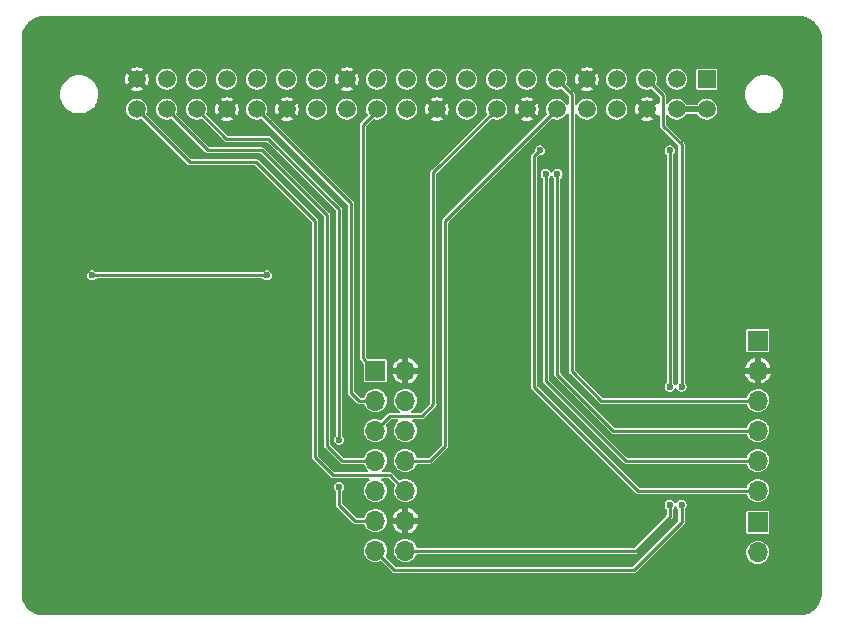
<source format=gbl>
%TF.GenerationSoftware,KiCad,Pcbnew,(6.0.2)*%
%TF.CreationDate,2022-07-06T19:52:03-07:00*%
%TF.ProjectId,RaspberryPIZero-small,52617370-6265-4727-9279-50495a65726f,rev?*%
%TF.SameCoordinates,Original*%
%TF.FileFunction,Copper,L2,Bot*%
%TF.FilePolarity,Positive*%
%FSLAX46Y46*%
G04 Gerber Fmt 4.6, Leading zero omitted, Abs format (unit mm)*
G04 Created by KiCad (PCBNEW (6.0.2)) date 2022-07-06 19:52:03*
%MOMM*%
%LPD*%
G01*
G04 APERTURE LIST*
%TA.AperFunction,ComponentPad*%
%ADD10R,1.700000X1.700000*%
%TD*%
%TA.AperFunction,ComponentPad*%
%ADD11O,1.700000X1.700000*%
%TD*%
%TA.AperFunction,ComponentPad*%
%ADD12R,1.508000X1.508000*%
%TD*%
%TA.AperFunction,ComponentPad*%
%ADD13C,1.508000*%
%TD*%
%TA.AperFunction,ViaPad*%
%ADD14C,0.600000*%
%TD*%
%TA.AperFunction,Conductor*%
%ADD15C,0.254000*%
%TD*%
%TA.AperFunction,Conductor*%
%ADD16C,0.508000*%
%TD*%
G04 APERTURE END LIST*
D10*
%TO.P,J3,1,Pin_1*%
%TO.N,/LCLK*%
X77075198Y-75145000D03*
D11*
%TO.P,J3,2,Pin_2*%
%TO.N,GND*%
X79615198Y-75145000D03*
%TO.P,J3,3,Pin_3*%
%TO.N,/LFRAME*%
X77075198Y-77685000D03*
%TO.P,J3,4,Pin_4*%
%TO.N,unconnected-(J3-Pad4)*%
X79615198Y-77685000D03*
%TO.P,J3,5,Pin_5*%
%TO.N,/LPC_RST*%
X77075198Y-80225000D03*
%TO.P,J3,6,Pin_6*%
%TO.N,+5V*%
X79615198Y-80225000D03*
%TO.P,J3,7,Pin_7*%
%TO.N,/LAD3*%
X77075198Y-82765000D03*
%TO.P,J3,8,Pin_8*%
%TO.N,/LAD2*%
X79615198Y-82765000D03*
%TO.P,J3,9,Pin_9*%
%TO.N,+3V3*%
X77075198Y-85305000D03*
%TO.P,J3,10,Pin_10*%
%TO.N,/LAD1*%
X79615198Y-85305000D03*
%TO.P,J3,11,Pin_11*%
%TO.N,/LAD0*%
X77075198Y-87845000D03*
%TO.P,J3,12,Pin_12*%
%TO.N,GND*%
X79615198Y-87845000D03*
%TO.P,J3,13,Pin_13*%
%TO.N,/SCL*%
X77075198Y-90385000D03*
%TO.P,J3,14,Pin_14*%
%TO.N,/SDA*%
X79615198Y-90385000D03*
%TD*%
D10*
%TO.P,J2,1,Pin_1*%
%TO.N,+3V3*%
X109460198Y-72605000D03*
D11*
%TO.P,J2,2,Pin_2*%
%TO.N,GND*%
X109460198Y-75145000D03*
%TO.P,J2,3,Pin_3*%
%TO.N,/TCK*%
X109460198Y-77685000D03*
%TO.P,J2,4,Pin_4*%
%TO.N,/TMS*%
X109460198Y-80225000D03*
%TO.P,J2,5,Pin_5*%
%TO.N,/TDI*%
X109460198Y-82765000D03*
%TO.P,J2,6,Pin_6*%
%TO.N,/TDO*%
X109460198Y-85305000D03*
%TD*%
D10*
%TO.P,J1,1,Pin_1*%
%TO.N,/RCVRY_GND*%
X109460198Y-88002481D03*
D11*
%TO.P,J1,2,Pin_2*%
%TO.N,unconnected-(J1-Pad2)*%
X109460198Y-90542481D03*
%TD*%
D12*
%TO.P,RPI_ZERO1,1,3V3[1]*%
%TO.N,+3V3*%
X105130000Y-50480000D03*
D13*
%TO.P,RPI_ZERO1,2,5V[1]*%
%TO.N,+5V*%
X105130000Y-53020000D03*
%TO.P,RPI_ZERO1,3,GPIO2/SDA*%
%TO.N,/SDA*%
X102590000Y-50480000D03*
%TO.P,RPI_ZERO1,4,5V[2]*%
%TO.N,+5V*%
X102590000Y-53020000D03*
%TO.P,RPI_ZERO1,5,GPIO3/SCL*%
%TO.N,/SCL*%
X100050000Y-50480000D03*
%TO.P,RPI_ZERO1,6,GND[8]*%
%TO.N,GND*%
X100050000Y-53020000D03*
%TO.P,RPI_ZERO1,7,GPIO4/GPCKL0*%
%TO.N,/TMS*%
X97510000Y-50480000D03*
%TO.P,RPI_ZERO1,8,TXD0/GPIO14*%
%TO.N,unconnected-(RPI_ZERO1-Pad8)*%
X97510000Y-53020000D03*
%TO.P,RPI_ZERO1,9,GND[1]*%
%TO.N,GND*%
X94970000Y-50480000D03*
%TO.P,RPI_ZERO1,10,RXD0/GPIO15*%
%TO.N,unconnected-(RPI_ZERO1-Pad10)*%
X94970000Y-53020000D03*
%TO.P,RPI_ZERO1,11,GPIO17/GEN0*%
%TO.N,/TCK*%
X92430000Y-50480000D03*
%TO.P,RPI_ZERO1,12,GPIO18*%
%TO.N,/LAD2*%
X92430000Y-53020000D03*
%TO.P,RPI_ZERO1,13,GPIO27/GEN2*%
%TO.N,/TDO*%
X89890000Y-50480000D03*
%TO.P,RPI_ZERO1,14,GND[4]*%
%TO.N,GND*%
X89890000Y-53020000D03*
%TO.P,RPI_ZERO1,15,GPIO22/GEN3*%
%TO.N,/TDI*%
X87350000Y-50480000D03*
%TO.P,RPI_ZERO1,16,GEN4/GPIO23*%
%TO.N,/LPC_RST*%
X87350000Y-53020000D03*
%TO.P,RPI_ZERO1,17,3V3[2]*%
%TO.N,+3V3*%
X84810000Y-50480000D03*
%TO.P,RPI_ZERO1,18,GEN5/GPIO24*%
%TO.N,unconnected-(RPI_ZERO1-Pad18)*%
X84810000Y-53020000D03*
%TO.P,RPI_ZERO1,19,GPIO10/MOSI*%
%TO.N,unconnected-(RPI_ZERO1-Pad19)*%
X82270000Y-50480000D03*
%TO.P,RPI_ZERO1,20,GND[5]*%
%TO.N,GND*%
X82270000Y-53020000D03*
%TO.P,RPI_ZERO1,21,GPIO9/MISO*%
%TO.N,/SW_BIOS*%
X79730000Y-50480000D03*
%TO.P,RPI_ZERO1,22,GEN/6GPIO25*%
%TO.N,unconnected-(RPI_ZERO1-Pad22)*%
X79730000Y-53020000D03*
%TO.P,RPI_ZERO1,23,GPIO11/SCLK*%
%TO.N,/SW_CPLD*%
X77190000Y-50480000D03*
%TO.P,RPI_ZERO1,24,~{CE0}/GPIO8*%
%TO.N,/LCLK*%
X77190000Y-53020000D03*
%TO.P,RPI_ZERO1,25,GND[2]*%
%TO.N,GND*%
X74650000Y-50480000D03*
%TO.P,RPI_ZERO1,26,~{CE1/}GPIO7*%
%TO.N,unconnected-(RPI_ZERO1-Pad26)*%
X74650000Y-53020000D03*
%TO.P,RPI_ZERO1,27,ID_SD*%
%TO.N,unconnected-(RPI_ZERO1-Pad27)*%
X72110000Y-50480000D03*
%TO.P,RPI_ZERO1,28,ID_SC*%
%TO.N,unconnected-(RPI_ZERO1-Pad28)*%
X72110000Y-53020000D03*
%TO.P,RPI_ZERO1,29,GPIO5*%
%TO.N,/LED_ERR*%
X69570000Y-50480000D03*
%TO.P,RPI_ZERO1,30,GND[6]*%
%TO.N,GND*%
X69570000Y-53020000D03*
%TO.P,RPI_ZERO1,31,GPIO6*%
%TO.N,/LED_BUSY*%
X67030000Y-50480000D03*
%TO.P,RPI_ZERO1,32,GPIO12*%
%TO.N,/LFRAME*%
X67030000Y-53020000D03*
%TO.P,RPI_ZERO1,33,GPIO13*%
%TO.N,/LED_OK*%
X64490000Y-50480000D03*
%TO.P,RPI_ZERO1,34,GND[7]*%
%TO.N,GND*%
X64490000Y-53020000D03*
%TO.P,RPI_ZERO1,35,GPIO19*%
%TO.N,/LED_BIOS*%
X61950000Y-50480000D03*
%TO.P,RPI_ZERO1,36,GPIO16*%
%TO.N,/LAD0*%
X61950000Y-53020000D03*
%TO.P,RPI_ZERO1,37,GPIO26*%
%TO.N,/LED_CPLD*%
X59410000Y-50480000D03*
%TO.P,RPI_ZERO1,38,GPIO20*%
%TO.N,/LAD3*%
X59410000Y-53020000D03*
%TO.P,RPI_ZERO1,39,GND[3]*%
%TO.N,GND*%
X56870000Y-50480000D03*
%TO.P,RPI_ZERO1,40,GPIO21*%
%TO.N,/LAD1*%
X56870000Y-53020000D03*
%TD*%
D14*
%TO.N,+3V3*%
X67912500Y-67087500D03*
X53087500Y-67087500D03*
%TO.N,/LAD0*%
X74000000Y-85000000D03*
%TO.N,/SDA*%
X102000000Y-56500000D03*
X102000000Y-76500000D03*
%TO.N,/SCL*%
X103000000Y-76500000D03*
X103000000Y-86500000D03*
%TO.N,/SDA*%
X102000000Y-86500000D03*
%TO.N,/TDO*%
X91000000Y-56500000D03*
%TO.N,/TDI*%
X91500000Y-58500000D03*
%TO.N,/TMS*%
X92500000Y-58500000D03*
%TO.N,/LAD0*%
X74000000Y-81000000D03*
%TD*%
D15*
%TO.N,+3V3*%
X67912500Y-67087500D02*
X53087500Y-67087500D01*
%TO.N,/SDA*%
X102000000Y-87500000D02*
X102000000Y-86500000D01*
X99115000Y-90385000D02*
X102000000Y-87500000D01*
X79615198Y-90385000D02*
X99115000Y-90385000D01*
%TO.N,/SCL*%
X103000000Y-88000000D02*
X103000000Y-86500000D01*
X99000000Y-92000000D02*
X103000000Y-88000000D01*
X77075198Y-90385000D02*
X78690198Y-92000000D01*
X78690198Y-92000000D02*
X99000000Y-92000000D01*
%TO.N,/LAD0*%
X74000000Y-85000000D02*
X74000000Y-86500000D01*
%TO.N,/SCL*%
X101400000Y-51830000D02*
X100050000Y-50480000D01*
X103000000Y-56000000D02*
X101400000Y-54400000D01*
X101400000Y-54400000D02*
X101400000Y-51830000D01*
X103000000Y-76500000D02*
X103000000Y-56000000D01*
%TO.N,/SDA*%
X102000000Y-76500000D02*
X102000000Y-56500000D01*
%TO.N,/TDO*%
X90500000Y-57000000D02*
X91000000Y-56500000D01*
X90500000Y-59000000D02*
X90500000Y-57000000D01*
%TO.N,/TMS*%
X97225000Y-80225000D02*
X109410198Y-80225000D01*
X92500000Y-75500000D02*
X97225000Y-80225000D01*
X92500000Y-58500000D02*
X92500000Y-75500000D01*
%TO.N,/TDO*%
X90500000Y-76500000D02*
X90500000Y-59000000D01*
X99305000Y-85305000D02*
X90500000Y-76500000D01*
X109410198Y-85305000D02*
X99305000Y-85305000D01*
%TO.N,/TDI*%
X98265000Y-82765000D02*
X109510198Y-82765000D01*
X91500000Y-76000000D02*
X98265000Y-82765000D01*
X91500000Y-58500000D02*
X91500000Y-76000000D01*
%TO.N,/TCK*%
X93700000Y-75200000D02*
X93700000Y-51750000D01*
X93700000Y-51750000D02*
X92430000Y-50480000D01*
X96185000Y-77685000D02*
X93700000Y-75200000D01*
X109510198Y-77685000D02*
X96185000Y-77685000D01*
D16*
%TO.N,+5V*%
X102590000Y-53020000D02*
X105130000Y-53020000D01*
D15*
%TO.N,/LAD2*%
X83000000Y-62450000D02*
X92430000Y-53020000D01*
X81735000Y-82765000D02*
X83000000Y-81500000D01*
X79615198Y-82765000D02*
X81735000Y-82765000D01*
X83000000Y-81500000D02*
X83000000Y-62450000D01*
%TO.N,/LPC_RST*%
X82000000Y-78000000D02*
X82000000Y-58370000D01*
X82000000Y-58370000D02*
X87350000Y-53020000D01*
X78300198Y-79000000D02*
X81000000Y-79000000D01*
X77075198Y-80225000D02*
X78300198Y-79000000D01*
X81000000Y-79000000D02*
X82000000Y-78000000D01*
%TO.N,/LAD0*%
X74000000Y-86500000D02*
X75345000Y-87845000D01*
X74000000Y-80000000D02*
X74000000Y-81000000D01*
X75345000Y-87845000D02*
X77075198Y-87845000D01*
%TO.N,/LAD1*%
X78310198Y-84000000D02*
X79615198Y-85305000D01*
X73500000Y-84000000D02*
X78310198Y-84000000D01*
%TO.N,/LAD3*%
X73000000Y-81500000D02*
X74265000Y-82765000D01*
X67500000Y-56500000D02*
X73000000Y-62000000D01*
X74265000Y-82765000D02*
X77075198Y-82765000D01*
X62890000Y-56500000D02*
X67500000Y-56500000D01*
X59410000Y-53020000D02*
X62890000Y-56500000D01*
X73000000Y-62000000D02*
X73000000Y-81500000D01*
%TO.N,/LAD1*%
X72000000Y-62500000D02*
X72000000Y-82500000D01*
X72000000Y-82500000D02*
X73500000Y-84000000D01*
X67000000Y-57500000D02*
X72000000Y-62500000D01*
X61350000Y-57500000D02*
X67000000Y-57500000D01*
X56870000Y-53020000D02*
X61350000Y-57500000D01*
%TO.N,/LCLK*%
X76000000Y-74069802D02*
X77075198Y-75145000D01*
X77190000Y-53165000D02*
X76000000Y-54355000D01*
X77190000Y-53020000D02*
X77190000Y-53165000D01*
X76000000Y-54355000D02*
X76000000Y-74069802D01*
%TO.N,/LAD0*%
X68000000Y-55500000D02*
X74000000Y-61500000D01*
X74000000Y-61500000D02*
X74000000Y-80000000D01*
X64430000Y-55500000D02*
X68000000Y-55500000D01*
X61950000Y-53020000D02*
X64430000Y-55500000D01*
%TO.N,/LFRAME*%
X75685000Y-77685000D02*
X77075198Y-77685000D01*
X75000000Y-77000000D02*
X75685000Y-77685000D01*
X75000000Y-60990000D02*
X75000000Y-77000000D01*
X67030000Y-53020000D02*
X75000000Y-60990000D01*
%TD*%
%TA.AperFunction,Conductor*%
%TO.N,GND*%
G36*
X112968113Y-45127187D02*
G01*
X112983976Y-45127187D01*
X113000000Y-45131480D01*
X113010374Y-45128700D01*
X113013324Y-45129566D01*
X113013434Y-45127880D01*
X113236234Y-45142484D01*
X113252574Y-45144635D01*
X113299711Y-45154011D01*
X113476673Y-45189211D01*
X113492587Y-45193475D01*
X113600767Y-45230197D01*
X113708944Y-45266918D01*
X113724171Y-45273225D01*
X113929092Y-45374281D01*
X113943366Y-45382522D01*
X114133340Y-45509459D01*
X114146415Y-45519492D01*
X114318201Y-45670144D01*
X114329856Y-45681799D01*
X114480508Y-45853585D01*
X114490541Y-45866660D01*
X114617478Y-46056634D01*
X114625719Y-46070908D01*
X114726775Y-46275829D01*
X114733082Y-46291056D01*
X114806524Y-46507410D01*
X114810790Y-46523330D01*
X114855365Y-46747426D01*
X114857516Y-46763766D01*
X114872120Y-46986566D01*
X114870763Y-46986655D01*
X114871410Y-46989217D01*
X114868520Y-47000000D01*
X114872813Y-47016024D01*
X114872813Y-47031887D01*
X114873000Y-47033308D01*
X114873000Y-93966692D01*
X114872813Y-93968113D01*
X114872813Y-93983976D01*
X114868520Y-94000000D01*
X114871300Y-94010374D01*
X114870434Y-94013324D01*
X114872120Y-94013434D01*
X114857516Y-94236234D01*
X114855365Y-94252574D01*
X114810790Y-94476670D01*
X114806524Y-94492590D01*
X114733082Y-94708944D01*
X114726775Y-94724171D01*
X114625719Y-94929092D01*
X114617478Y-94943366D01*
X114490541Y-95133340D01*
X114480508Y-95146415D01*
X114329856Y-95318201D01*
X114318201Y-95329856D01*
X114146415Y-95480508D01*
X114133340Y-95490541D01*
X113943366Y-95617478D01*
X113929092Y-95625719D01*
X113724171Y-95726775D01*
X113708944Y-95733082D01*
X113600767Y-95769803D01*
X113492587Y-95806525D01*
X113476673Y-95810789D01*
X113364622Y-95833077D01*
X113252574Y-95855365D01*
X113236234Y-95857516D01*
X113013434Y-95872120D01*
X113013345Y-95870763D01*
X113010783Y-95871410D01*
X113000000Y-95868520D01*
X112983976Y-95872813D01*
X112968113Y-95872813D01*
X112966692Y-95873000D01*
X49033308Y-95873000D01*
X49031887Y-95872813D01*
X49016024Y-95872813D01*
X49000000Y-95868520D01*
X48989626Y-95871300D01*
X48986676Y-95870434D01*
X48986566Y-95872120D01*
X48763766Y-95857516D01*
X48747426Y-95855365D01*
X48635378Y-95833077D01*
X48523327Y-95810789D01*
X48507413Y-95806525D01*
X48399233Y-95769803D01*
X48291056Y-95733082D01*
X48275829Y-95726775D01*
X48070908Y-95625719D01*
X48056634Y-95617478D01*
X47866660Y-95490541D01*
X47853585Y-95480508D01*
X47681799Y-95329856D01*
X47670144Y-95318201D01*
X47519492Y-95146415D01*
X47509459Y-95133340D01*
X47382522Y-94943366D01*
X47374281Y-94929092D01*
X47273225Y-94724171D01*
X47266918Y-94708944D01*
X47193476Y-94492590D01*
X47189210Y-94476670D01*
X47144635Y-94252574D01*
X47142484Y-94236234D01*
X47127880Y-94013434D01*
X47129237Y-94013345D01*
X47128590Y-94010783D01*
X47131480Y-94000000D01*
X47127187Y-93983976D01*
X47127187Y-93968113D01*
X47127000Y-93966692D01*
X47127000Y-90371286D01*
X76093064Y-90371286D01*
X76109105Y-90562311D01*
X76110804Y-90568236D01*
X76155961Y-90725717D01*
X76161944Y-90746583D01*
X76164759Y-90752060D01*
X76164760Y-90752063D01*
X76245694Y-90909544D01*
X76249568Y-90917082D01*
X76253391Y-90921906D01*
X76253394Y-90921910D01*
X76361102Y-91057802D01*
X76368641Y-91067314D01*
X76373335Y-91071308D01*
X76373335Y-91071309D01*
X76377159Y-91074563D01*
X76514626Y-91191557D01*
X76681963Y-91285079D01*
X76864279Y-91344317D01*
X77054628Y-91367015D01*
X77060763Y-91366543D01*
X77060765Y-91366543D01*
X77239618Y-91352781D01*
X77239622Y-91352780D01*
X77245760Y-91352308D01*
X77281200Y-91342413D01*
X77424453Y-91302416D01*
X77424457Y-91302415D01*
X77430397Y-91300756D01*
X77435904Y-91297974D01*
X77435907Y-91297973D01*
X77482288Y-91274544D01*
X77552110Y-91261683D01*
X77617801Y-91288612D01*
X77628194Y-91297914D01*
X78483738Y-92153458D01*
X78499408Y-92172550D01*
X78506714Y-92183484D01*
X78527961Y-92197681D01*
X78527964Y-92197684D01*
X78590897Y-92239734D01*
X78603066Y-92242154D01*
X78603067Y-92242155D01*
X78678027Y-92257065D01*
X78690198Y-92259486D01*
X78703095Y-92256921D01*
X78727674Y-92254500D01*
X98962524Y-92254500D01*
X98987103Y-92256921D01*
X99000000Y-92259486D01*
X99012171Y-92257065D01*
X99087131Y-92242155D01*
X99087132Y-92242154D01*
X99099301Y-92239734D01*
X99162234Y-92197684D01*
X99162237Y-92197681D01*
X99183484Y-92183484D01*
X99190790Y-92172550D01*
X99206460Y-92153458D01*
X100831151Y-90528767D01*
X108478064Y-90528767D01*
X108494105Y-90719792D01*
X108501013Y-90743883D01*
X108503907Y-90753974D01*
X108546944Y-90904064D01*
X108549759Y-90909541D01*
X108549760Y-90909544D01*
X108631753Y-91069086D01*
X108634568Y-91074563D01*
X108638391Y-91079387D01*
X108638394Y-91079391D01*
X108742333Y-91210528D01*
X108753641Y-91224795D01*
X108758335Y-91228789D01*
X108758335Y-91228790D01*
X108891842Y-91342413D01*
X108899626Y-91349038D01*
X109066963Y-91442560D01*
X109249279Y-91501798D01*
X109439628Y-91524496D01*
X109445763Y-91524024D01*
X109445765Y-91524024D01*
X109624618Y-91510262D01*
X109624622Y-91510261D01*
X109630760Y-91509789D01*
X109815397Y-91458237D01*
X109986503Y-91371805D01*
X110011798Y-91352043D01*
X110132707Y-91257578D01*
X110137563Y-91253784D01*
X110262822Y-91108670D01*
X110357510Y-90941990D01*
X110418019Y-90760093D01*
X110442045Y-90569906D01*
X110442428Y-90542481D01*
X110423722Y-90351698D01*
X110368315Y-90168182D01*
X110328656Y-90093595D01*
X110281212Y-90004365D01*
X110281210Y-90004362D01*
X110278318Y-89998923D01*
X110157160Y-89850368D01*
X110093279Y-89797521D01*
X110014204Y-89732104D01*
X110014200Y-89732102D01*
X110009454Y-89728175D01*
X109840827Y-89636999D01*
X109749265Y-89608656D01*
X109663590Y-89582135D01*
X109663587Y-89582134D01*
X109657703Y-89580313D01*
X109651578Y-89579669D01*
X109651577Y-89579669D01*
X109473183Y-89560919D01*
X109473182Y-89560919D01*
X109467055Y-89560275D01*
X109393544Y-89566965D01*
X109282285Y-89577090D01*
X109282282Y-89577091D01*
X109276146Y-89577649D01*
X109270240Y-89579387D01*
X109270236Y-89579388D01*
X109134820Y-89619243D01*
X109092248Y-89631773D01*
X109086788Y-89634627D01*
X109086789Y-89634627D01*
X108927825Y-89717731D01*
X108927821Y-89717734D01*
X108922365Y-89720586D01*
X108917565Y-89724446D01*
X108917564Y-89724446D01*
X108912926Y-89728175D01*
X108772968Y-89840704D01*
X108649747Y-89987553D01*
X108646783Y-89992945D01*
X108646780Y-89992949D01*
X108620410Y-90040917D01*
X108557396Y-90155539D01*
X108555535Y-90161406D01*
X108555534Y-90161408D01*
X108543181Y-90200350D01*
X108499432Y-90338264D01*
X108478064Y-90528767D01*
X100831151Y-90528767D01*
X102494879Y-88865039D01*
X108482698Y-88865039D01*
X108490096Y-88902229D01*
X108496989Y-88912546D01*
X108496990Y-88912547D01*
X108511383Y-88934087D01*
X108518276Y-88944403D01*
X108560450Y-88972583D01*
X108572620Y-88975004D01*
X108591575Y-88978775D01*
X108591580Y-88978775D01*
X108597640Y-88979981D01*
X110322756Y-88979981D01*
X110328816Y-88978775D01*
X110328821Y-88978775D01*
X110347776Y-88975004D01*
X110359946Y-88972583D01*
X110402120Y-88944403D01*
X110409013Y-88934087D01*
X110423406Y-88912547D01*
X110423407Y-88912546D01*
X110430300Y-88902229D01*
X110437698Y-88865039D01*
X110437698Y-87139923D01*
X110430300Y-87102733D01*
X110419345Y-87086337D01*
X110409013Y-87070875D01*
X110402120Y-87060559D01*
X110359946Y-87032379D01*
X110347776Y-87029958D01*
X110328821Y-87026187D01*
X110328816Y-87026187D01*
X110322756Y-87024981D01*
X108597640Y-87024981D01*
X108591580Y-87026187D01*
X108591575Y-87026187D01*
X108572620Y-87029958D01*
X108560450Y-87032379D01*
X108518276Y-87060559D01*
X108511383Y-87070875D01*
X108501052Y-87086337D01*
X108490096Y-87102733D01*
X108482698Y-87139923D01*
X108482698Y-88865039D01*
X102494879Y-88865039D01*
X103153458Y-88206460D01*
X103172550Y-88190790D01*
X103173171Y-88190375D01*
X103183484Y-88183484D01*
X103197681Y-88162237D01*
X103197684Y-88162234D01*
X103239734Y-88099301D01*
X103254500Y-88025067D01*
X103254500Y-88025063D01*
X103259485Y-88000000D01*
X103256921Y-87987109D01*
X103254500Y-87962529D01*
X103254500Y-86904478D01*
X103274502Y-86836357D01*
X103287085Y-86819923D01*
X103322496Y-86780801D01*
X103358058Y-86741513D01*
X103411451Y-86631311D01*
X103414003Y-86616145D01*
X103430960Y-86515348D01*
X103431767Y-86510552D01*
X103431896Y-86500000D01*
X103414536Y-86378781D01*
X103410169Y-86369175D01*
X103385339Y-86314566D01*
X103363852Y-86267307D01*
X103283918Y-86174539D01*
X103181160Y-86107935D01*
X103063838Y-86072848D01*
X103054862Y-86072793D01*
X103054861Y-86072793D01*
X103004483Y-86072485D01*
X102941385Y-86072100D01*
X102823644Y-86105751D01*
X102816057Y-86110538D01*
X102816055Y-86110539D01*
X102773956Y-86137102D01*
X102720080Y-86171095D01*
X102639018Y-86262879D01*
X102614751Y-86314566D01*
X102614095Y-86315964D01*
X102567038Y-86369126D01*
X102498710Y-86388408D01*
X102430804Y-86367688D01*
X102385339Y-86314566D01*
X102363852Y-86267307D01*
X102283918Y-86174539D01*
X102181160Y-86107935D01*
X102063838Y-86072848D01*
X102054862Y-86072793D01*
X102054861Y-86072793D01*
X102004483Y-86072485D01*
X101941385Y-86072100D01*
X101823644Y-86105751D01*
X101816057Y-86110538D01*
X101816055Y-86110539D01*
X101773956Y-86137102D01*
X101720080Y-86171095D01*
X101639018Y-86262879D01*
X101586976Y-86373726D01*
X101585595Y-86382595D01*
X101571218Y-86474933D01*
X101568136Y-86494724D01*
X101569300Y-86503626D01*
X101569300Y-86503629D01*
X101580220Y-86587131D01*
X101584014Y-86616145D01*
X101633333Y-86728230D01*
X101639112Y-86735105D01*
X101712127Y-86821968D01*
X101710297Y-86823506D01*
X101740933Y-86872847D01*
X101745500Y-86906462D01*
X101745500Y-87342392D01*
X101725498Y-87410513D01*
X101708595Y-87431487D01*
X99046487Y-90093595D01*
X98984175Y-90127621D01*
X98957392Y-90130500D01*
X80653060Y-90130500D01*
X80584939Y-90110498D01*
X80538446Y-90056842D01*
X80532441Y-90040929D01*
X80523315Y-90010701D01*
X80508498Y-89982835D01*
X80436212Y-89846884D01*
X80436210Y-89846881D01*
X80433318Y-89841442D01*
X80397066Y-89796993D01*
X80316054Y-89697661D01*
X80316052Y-89697659D01*
X80312160Y-89692887D01*
X80178284Y-89582135D01*
X80169204Y-89574623D01*
X80169200Y-89574621D01*
X80164454Y-89570694D01*
X79995827Y-89479518D01*
X79904265Y-89451175D01*
X79818590Y-89424654D01*
X79818587Y-89424653D01*
X79812703Y-89422832D01*
X79806578Y-89422188D01*
X79806577Y-89422188D01*
X79628183Y-89403438D01*
X79628182Y-89403438D01*
X79622055Y-89402794D01*
X79541977Y-89410082D01*
X79437285Y-89419609D01*
X79437282Y-89419610D01*
X79431146Y-89420168D01*
X79425240Y-89421906D01*
X79425236Y-89421907D01*
X79289820Y-89461762D01*
X79247248Y-89474292D01*
X79241788Y-89477146D01*
X79241789Y-89477146D01*
X79082825Y-89560250D01*
X79082821Y-89560253D01*
X79077365Y-89563105D01*
X79072565Y-89566965D01*
X79072564Y-89566965D01*
X79053696Y-89582135D01*
X78927968Y-89683223D01*
X78804747Y-89830072D01*
X78801783Y-89835464D01*
X78801780Y-89835468D01*
X78726308Y-89972752D01*
X78712396Y-89998058D01*
X78710535Y-90003925D01*
X78710534Y-90003927D01*
X78682090Y-90093595D01*
X78654432Y-90180783D01*
X78633064Y-90371286D01*
X78649105Y-90562311D01*
X78650804Y-90568236D01*
X78695961Y-90725717D01*
X78701944Y-90746583D01*
X78704759Y-90752060D01*
X78704760Y-90752063D01*
X78785694Y-90909544D01*
X78789568Y-90917082D01*
X78793391Y-90921906D01*
X78793394Y-90921910D01*
X78901102Y-91057802D01*
X78908641Y-91067314D01*
X78913335Y-91071308D01*
X78913335Y-91071309D01*
X78917159Y-91074563D01*
X79054626Y-91191557D01*
X79221963Y-91285079D01*
X79404279Y-91344317D01*
X79594628Y-91367015D01*
X79600763Y-91366543D01*
X79600765Y-91366543D01*
X79779618Y-91352781D01*
X79779622Y-91352780D01*
X79785760Y-91352308D01*
X79970397Y-91300756D01*
X80141503Y-91214324D01*
X80166798Y-91194562D01*
X80287707Y-91100097D01*
X80292563Y-91096303D01*
X80307161Y-91079391D01*
X80413793Y-90955857D01*
X80413794Y-90955855D01*
X80417822Y-90951189D01*
X80512510Y-90784509D01*
X80532064Y-90725728D01*
X80572546Y-90667404D01*
X80638134Y-90640224D01*
X80651622Y-90639500D01*
X99077524Y-90639500D01*
X99102103Y-90641921D01*
X99115000Y-90644486D01*
X99127171Y-90642065D01*
X99202131Y-90627155D01*
X99202132Y-90627154D01*
X99214301Y-90624734D01*
X99277234Y-90582684D01*
X99277237Y-90582681D01*
X99298484Y-90568484D01*
X99305790Y-90557550D01*
X99321460Y-90538458D01*
X102153458Y-87706460D01*
X102172550Y-87690790D01*
X102173171Y-87690375D01*
X102183484Y-87683484D01*
X102197681Y-87662237D01*
X102197684Y-87662234D01*
X102239734Y-87599301D01*
X102241485Y-87590500D01*
X102242553Y-87585135D01*
X102254500Y-87525067D01*
X102254500Y-87525063D01*
X102257064Y-87512172D01*
X102259485Y-87500000D01*
X102256921Y-87487109D01*
X102254500Y-87462529D01*
X102254500Y-86904478D01*
X102274502Y-86836357D01*
X102287085Y-86819923D01*
X102322496Y-86780801D01*
X102358058Y-86741513D01*
X102361970Y-86733440D01*
X102361972Y-86733436D01*
X102386485Y-86682841D01*
X102434187Y-86630257D01*
X102502746Y-86611812D01*
X102570394Y-86633360D01*
X102615205Y-86687032D01*
X102633333Y-86728230D01*
X102639112Y-86735105D01*
X102712127Y-86821968D01*
X102710297Y-86823506D01*
X102740933Y-86872847D01*
X102745500Y-86906462D01*
X102745500Y-87842392D01*
X102725498Y-87910513D01*
X102708595Y-87931487D01*
X98931487Y-91708595D01*
X98869175Y-91742621D01*
X98842392Y-91745500D01*
X78847806Y-91745500D01*
X78779685Y-91725498D01*
X78758711Y-91708595D01*
X77990430Y-90940314D01*
X77956404Y-90878002D01*
X77961469Y-90807187D01*
X77967622Y-90794008D01*
X77969464Y-90789871D01*
X77972510Y-90784509D01*
X78033019Y-90602612D01*
X78057045Y-90412425D01*
X78057428Y-90385000D01*
X78038722Y-90194217D01*
X77983315Y-90010701D01*
X77979713Y-90003927D01*
X77896212Y-89846884D01*
X77896210Y-89846881D01*
X77893318Y-89841442D01*
X77857066Y-89796993D01*
X77776054Y-89697661D01*
X77776052Y-89697659D01*
X77772160Y-89692887D01*
X77638284Y-89582135D01*
X77629204Y-89574623D01*
X77629200Y-89574621D01*
X77624454Y-89570694D01*
X77455827Y-89479518D01*
X77364265Y-89451175D01*
X77278590Y-89424654D01*
X77278587Y-89424653D01*
X77272703Y-89422832D01*
X77266578Y-89422188D01*
X77266577Y-89422188D01*
X77088183Y-89403438D01*
X77088182Y-89403438D01*
X77082055Y-89402794D01*
X77001977Y-89410082D01*
X76897285Y-89419609D01*
X76897282Y-89419610D01*
X76891146Y-89420168D01*
X76885240Y-89421906D01*
X76885236Y-89421907D01*
X76749820Y-89461762D01*
X76707248Y-89474292D01*
X76701788Y-89477146D01*
X76701789Y-89477146D01*
X76542825Y-89560250D01*
X76542821Y-89560253D01*
X76537365Y-89563105D01*
X76532565Y-89566965D01*
X76532564Y-89566965D01*
X76513696Y-89582135D01*
X76387968Y-89683223D01*
X76264747Y-89830072D01*
X76261783Y-89835464D01*
X76261780Y-89835468D01*
X76186308Y-89972752D01*
X76172396Y-89998058D01*
X76170535Y-90003925D01*
X76170534Y-90003927D01*
X76142090Y-90093595D01*
X76114432Y-90180783D01*
X76093064Y-90371286D01*
X47127000Y-90371286D01*
X47127000Y-84994724D01*
X73568136Y-84994724D01*
X73569300Y-85003626D01*
X73569300Y-85003629D01*
X73582005Y-85100783D01*
X73584014Y-85116145D01*
X73633333Y-85228230D01*
X73639112Y-85235105D01*
X73712127Y-85321968D01*
X73710297Y-85323506D01*
X73740933Y-85372847D01*
X73745500Y-85406462D01*
X73745500Y-86462524D01*
X73743079Y-86487103D01*
X73740514Y-86500000D01*
X73760266Y-86599301D01*
X73802316Y-86662234D01*
X73802319Y-86662237D01*
X73816516Y-86683484D01*
X73826829Y-86690375D01*
X73827450Y-86690790D01*
X73846542Y-86706460D01*
X75138540Y-87998458D01*
X75154210Y-88017550D01*
X75161516Y-88028484D01*
X75182763Y-88042681D01*
X75182766Y-88042684D01*
X75245699Y-88084734D01*
X75257868Y-88087155D01*
X75257869Y-88087155D01*
X75319926Y-88099499D01*
X75319931Y-88099500D01*
X75319934Y-88099500D01*
X75319942Y-88099501D01*
X75345000Y-88104485D01*
X75357172Y-88102064D01*
X75357891Y-88101921D01*
X75382471Y-88099500D01*
X76036291Y-88099500D01*
X76104412Y-88119502D01*
X76150905Y-88173158D01*
X76157408Y-88190764D01*
X76161944Y-88206583D01*
X76164759Y-88212060D01*
X76164760Y-88212063D01*
X76210464Y-88300994D01*
X76249568Y-88377082D01*
X76253391Y-88381906D01*
X76253394Y-88381910D01*
X76321596Y-88467958D01*
X76368641Y-88527314D01*
X76514626Y-88651557D01*
X76681963Y-88745079D01*
X76864279Y-88804317D01*
X77054628Y-88827015D01*
X77060763Y-88826543D01*
X77060765Y-88826543D01*
X77239618Y-88812781D01*
X77239622Y-88812780D01*
X77245760Y-88812308D01*
X77430397Y-88760756D01*
X77601503Y-88674324D01*
X77626798Y-88654562D01*
X77747707Y-88560097D01*
X77752563Y-88556303D01*
X77781756Y-88522483D01*
X77873793Y-88415857D01*
X77873794Y-88415855D01*
X77877822Y-88411189D01*
X77972510Y-88244509D01*
X78016602Y-88111962D01*
X78543869Y-88111962D01*
X78568641Y-88209502D01*
X78572482Y-88220348D01*
X78652592Y-88394120D01*
X78658343Y-88404081D01*
X78768777Y-88560343D01*
X78776255Y-88569098D01*
X78913312Y-88702612D01*
X78922256Y-88709855D01*
X79081354Y-88816161D01*
X79091464Y-88821651D01*
X79267275Y-88897185D01*
X79278218Y-88900740D01*
X79343530Y-88915519D01*
X79357603Y-88914630D01*
X79361026Y-88905681D01*
X79869198Y-88905681D01*
X79873164Y-88919187D01*
X79881870Y-88920433D01*
X80060695Y-88859730D01*
X80071192Y-88855056D01*
X80238156Y-88761552D01*
X80247628Y-88755042D01*
X80394751Y-88632682D01*
X80402880Y-88624553D01*
X80525240Y-88477430D01*
X80531750Y-88467958D01*
X80625254Y-88300994D01*
X80629928Y-88290497D01*
X80690641Y-88111644D01*
X80689408Y-88102993D01*
X80675840Y-88099000D01*
X79887313Y-88099000D01*
X79872074Y-88103475D01*
X79870869Y-88104865D01*
X79869198Y-88112548D01*
X79869198Y-88905681D01*
X79361026Y-88905681D01*
X79361198Y-88905232D01*
X79361198Y-88117115D01*
X79356723Y-88101876D01*
X79355333Y-88100671D01*
X79347650Y-88099000D01*
X78558692Y-88099000D01*
X78545161Y-88102973D01*
X78543869Y-88111962D01*
X78016602Y-88111962D01*
X78033019Y-88062612D01*
X78057045Y-87872425D01*
X78057428Y-87845000D01*
X78038722Y-87654217D01*
X78018669Y-87587799D01*
X78543141Y-87587799D01*
X78549873Y-87591000D01*
X79343083Y-87591000D01*
X79358322Y-87586525D01*
X79359527Y-87585135D01*
X79361198Y-87577452D01*
X79361198Y-87572885D01*
X79869198Y-87572885D01*
X79873673Y-87588124D01*
X79875063Y-87589329D01*
X79882746Y-87591000D01*
X80672596Y-87591000D01*
X80686127Y-87587027D01*
X80687296Y-87578892D01*
X80651856Y-87453231D01*
X80647731Y-87442484D01*
X80563101Y-87270871D01*
X80557091Y-87261063D01*
X80442598Y-87107739D01*
X80434908Y-87099199D01*
X80294390Y-86969304D01*
X80285265Y-86962303D01*
X80123434Y-86860195D01*
X80113187Y-86854974D01*
X79935458Y-86784068D01*
X79924430Y-86780801D01*
X79886967Y-86773350D01*
X79874092Y-86774502D01*
X79869198Y-86789658D01*
X79869198Y-87572885D01*
X79361198Y-87572885D01*
X79361198Y-86786500D01*
X79357392Y-86773538D01*
X79342477Y-86771602D01*
X79333930Y-86773071D01*
X79322818Y-86776048D01*
X79143293Y-86842279D01*
X79132915Y-86847229D01*
X78968471Y-86945063D01*
X78959159Y-86951829D01*
X78815295Y-87077994D01*
X78807378Y-87086337D01*
X78688916Y-87236605D01*
X78682648Y-87246256D01*
X78593556Y-87415592D01*
X78589151Y-87426227D01*
X78543360Y-87573698D01*
X78543141Y-87587799D01*
X78018669Y-87587799D01*
X77983315Y-87470701D01*
X77968312Y-87442484D01*
X77896212Y-87306884D01*
X77896210Y-87306881D01*
X77893318Y-87301442D01*
X77848310Y-87246256D01*
X77776054Y-87157661D01*
X77776052Y-87157659D01*
X77772160Y-87152887D01*
X77681630Y-87077994D01*
X77629204Y-87034623D01*
X77629200Y-87034621D01*
X77624454Y-87030694D01*
X77455827Y-86939518D01*
X77349040Y-86906462D01*
X77278590Y-86884654D01*
X77278587Y-86884653D01*
X77272703Y-86882832D01*
X77266578Y-86882188D01*
X77266577Y-86882188D01*
X77088183Y-86863438D01*
X77088182Y-86863438D01*
X77082055Y-86862794D01*
X77001977Y-86870082D01*
X76897285Y-86879609D01*
X76897282Y-86879610D01*
X76891146Y-86880168D01*
X76885240Y-86881906D01*
X76885236Y-86881907D01*
X76801806Y-86906462D01*
X76707248Y-86934292D01*
X76701788Y-86937146D01*
X76701789Y-86937146D01*
X76542825Y-87020250D01*
X76542821Y-87020253D01*
X76537365Y-87023105D01*
X76532565Y-87026965D01*
X76532564Y-87026965D01*
X76527926Y-87030694D01*
X76387968Y-87143223D01*
X76264747Y-87290072D01*
X76261783Y-87295464D01*
X76261780Y-87295468D01*
X76235984Y-87342392D01*
X76172396Y-87458058D01*
X76170534Y-87463927D01*
X76170533Y-87463930D01*
X76158267Y-87502598D01*
X76118604Y-87561482D01*
X76053402Y-87589575D01*
X76038165Y-87590500D01*
X75502608Y-87590500D01*
X75434487Y-87570498D01*
X75413513Y-87553595D01*
X74291405Y-86431487D01*
X74257379Y-86369175D01*
X74254500Y-86342392D01*
X74254500Y-85404478D01*
X74274502Y-85336357D01*
X74287085Y-85319923D01*
X74352035Y-85248167D01*
X74358058Y-85241513D01*
X74411451Y-85131311D01*
X74414003Y-85116145D01*
X74430960Y-85015348D01*
X74431767Y-85010552D01*
X74431896Y-85000000D01*
X74421972Y-84930701D01*
X74415809Y-84887667D01*
X74415808Y-84887664D01*
X74414536Y-84878781D01*
X74363852Y-84767307D01*
X74283918Y-84674539D01*
X74181160Y-84607935D01*
X74063838Y-84572848D01*
X74054862Y-84572793D01*
X74054861Y-84572793D01*
X74004483Y-84572485D01*
X73941385Y-84572100D01*
X73823644Y-84605751D01*
X73816057Y-84610538D01*
X73816055Y-84610539D01*
X73762300Y-84644456D01*
X73720080Y-84671095D01*
X73639018Y-84762879D01*
X73586976Y-84873726D01*
X73585595Y-84882595D01*
X73578105Y-84930701D01*
X73568136Y-84994724D01*
X47127000Y-84994724D01*
X47127000Y-67082224D01*
X52655636Y-67082224D01*
X52656800Y-67091126D01*
X52656800Y-67091129D01*
X52670350Y-67194746D01*
X52671514Y-67203645D01*
X52720833Y-67315730D01*
X52799627Y-67409468D01*
X52901564Y-67477323D01*
X53018448Y-67513840D01*
X53140883Y-67516084D01*
X53158934Y-67511163D01*
X53250363Y-67486237D01*
X53259027Y-67483875D01*
X53363381Y-67419801D01*
X53396291Y-67383443D01*
X53456832Y-67346363D01*
X53489704Y-67342000D01*
X67509227Y-67342000D01*
X67577348Y-67362002D01*
X67605675Y-67386921D01*
X67624627Y-67409468D01*
X67726564Y-67477323D01*
X67843448Y-67513840D01*
X67965883Y-67516084D01*
X67983934Y-67511163D01*
X68075363Y-67486237D01*
X68084027Y-67483875D01*
X68188381Y-67419801D01*
X68270558Y-67329013D01*
X68323951Y-67218811D01*
X68326503Y-67203645D01*
X68343460Y-67102848D01*
X68344267Y-67098052D01*
X68344396Y-67087500D01*
X68327036Y-66966281D01*
X68276352Y-66854807D01*
X68196418Y-66762039D01*
X68093660Y-66695435D01*
X67976338Y-66660348D01*
X67967362Y-66660293D01*
X67967361Y-66660293D01*
X67916983Y-66659985D01*
X67853885Y-66659600D01*
X67736144Y-66693251D01*
X67632580Y-66758595D01*
X67626637Y-66765324D01*
X67604482Y-66790409D01*
X67544396Y-66828226D01*
X67510042Y-66833000D01*
X53490316Y-66833000D01*
X53422195Y-66812998D01*
X53394863Y-66789248D01*
X53377276Y-66768837D01*
X53377274Y-66768835D01*
X53371418Y-66762039D01*
X53268660Y-66695435D01*
X53151338Y-66660348D01*
X53142362Y-66660293D01*
X53142361Y-66660293D01*
X53091983Y-66659985D01*
X53028885Y-66659600D01*
X52911144Y-66693251D01*
X52807580Y-66758595D01*
X52726518Y-66850379D01*
X52674476Y-66961226D01*
X52655636Y-67082224D01*
X47127000Y-67082224D01*
X47127000Y-51750000D01*
X50369474Y-51750000D01*
X50389548Y-52005070D01*
X50390702Y-52009877D01*
X50390703Y-52009883D01*
X50394853Y-52027167D01*
X50449278Y-52253860D01*
X50451171Y-52258431D01*
X50451172Y-52258433D01*
X50525521Y-52437926D01*
X50547191Y-52490243D01*
X50680877Y-52708399D01*
X50847044Y-52902956D01*
X51041601Y-53069123D01*
X51259757Y-53202809D01*
X51264327Y-53204702D01*
X51264331Y-53204704D01*
X51491567Y-53298828D01*
X51496140Y-53300722D01*
X51584157Y-53321853D01*
X51740117Y-53359297D01*
X51740123Y-53359298D01*
X51744930Y-53360452D01*
X51833569Y-53367428D01*
X51933680Y-53375307D01*
X51933689Y-53375307D01*
X51936137Y-53375500D01*
X52063863Y-53375500D01*
X52066311Y-53375307D01*
X52066320Y-53375307D01*
X52166431Y-53367428D01*
X52255070Y-53360452D01*
X52259877Y-53359298D01*
X52259883Y-53359297D01*
X52415843Y-53321853D01*
X52503860Y-53300722D01*
X52508433Y-53298828D01*
X52735669Y-53204704D01*
X52735673Y-53204702D01*
X52740243Y-53202809D01*
X52958399Y-53069123D01*
X53015915Y-53020000D01*
X55983644Y-53020000D01*
X56003013Y-53204284D01*
X56005052Y-53210558D01*
X56005052Y-53210560D01*
X56034348Y-53300722D01*
X56060274Y-53380513D01*
X56152923Y-53540987D01*
X56276912Y-53678691D01*
X56426822Y-53787607D01*
X56432850Y-53790291D01*
X56432852Y-53790292D01*
X56551708Y-53843210D01*
X56596101Y-53862975D01*
X56602550Y-53864346D01*
X56602554Y-53864347D01*
X56689198Y-53882763D01*
X56777351Y-53901500D01*
X56962649Y-53901500D01*
X57050802Y-53882763D01*
X57137446Y-53864347D01*
X57137450Y-53864346D01*
X57143899Y-53862975D01*
X57209512Y-53833762D01*
X57279879Y-53824328D01*
X57344176Y-53854434D01*
X57349856Y-53859774D01*
X61143538Y-57653455D01*
X61159208Y-57672547D01*
X61166516Y-57683484D01*
X61187766Y-57697683D01*
X61187767Y-57697684D01*
X61250699Y-57739734D01*
X61350000Y-57759486D01*
X61362897Y-57756921D01*
X61387476Y-57754500D01*
X66842392Y-57754500D01*
X66910513Y-57774502D01*
X66931487Y-57791405D01*
X71708595Y-62568512D01*
X71742621Y-62630824D01*
X71745500Y-62657607D01*
X71745500Y-82462524D01*
X71743079Y-82487103D01*
X71740514Y-82500000D01*
X71742935Y-82512171D01*
X71755277Y-82574217D01*
X71760266Y-82599301D01*
X71802316Y-82662234D01*
X71802319Y-82662237D01*
X71816516Y-82683484D01*
X71826829Y-82690375D01*
X71827450Y-82690790D01*
X71846542Y-82706460D01*
X73293538Y-84153455D01*
X73309208Y-84172547D01*
X73316516Y-84183484D01*
X73326832Y-84190377D01*
X73326834Y-84190379D01*
X73390380Y-84232839D01*
X73400699Y-84239734D01*
X73442141Y-84247977D01*
X73474926Y-84254499D01*
X73474931Y-84254500D01*
X73474934Y-84254500D01*
X73474942Y-84254501D01*
X73500000Y-84259485D01*
X73512172Y-84257064D01*
X73512891Y-84256921D01*
X73537471Y-84254500D01*
X76465149Y-84254500D01*
X76533270Y-84274502D01*
X76579763Y-84328158D01*
X76589867Y-84398432D01*
X76560373Y-84463012D01*
X76537398Y-84483088D01*
X76537365Y-84483105D01*
X76387968Y-84603223D01*
X76384010Y-84607940D01*
X76384008Y-84607942D01*
X76303899Y-84703413D01*
X76264747Y-84750072D01*
X76261783Y-84755464D01*
X76261780Y-84755468D01*
X76255272Y-84767307D01*
X76172396Y-84918058D01*
X76114432Y-85100783D01*
X76093064Y-85291286D01*
X76109105Y-85482311D01*
X76110804Y-85488236D01*
X76152360Y-85633158D01*
X76161944Y-85666583D01*
X76249568Y-85837082D01*
X76253391Y-85841906D01*
X76253394Y-85841910D01*
X76361102Y-85977802D01*
X76368641Y-85987314D01*
X76514626Y-86111557D01*
X76681963Y-86205079D01*
X76864279Y-86264317D01*
X77054628Y-86287015D01*
X77060763Y-86286543D01*
X77060765Y-86286543D01*
X77239618Y-86272781D01*
X77239622Y-86272780D01*
X77245760Y-86272308D01*
X77430397Y-86220756D01*
X77601503Y-86134324D01*
X77626798Y-86114562D01*
X77747707Y-86020097D01*
X77752563Y-86016303D01*
X77877822Y-85871189D01*
X77972510Y-85704509D01*
X78033019Y-85522612D01*
X78057045Y-85332425D01*
X78057428Y-85305000D01*
X78038722Y-85114217D01*
X77983315Y-84930701D01*
X77958306Y-84883666D01*
X77896212Y-84766884D01*
X77896210Y-84766881D01*
X77893318Y-84761442D01*
X77818462Y-84669659D01*
X77776054Y-84617661D01*
X77776052Y-84617659D01*
X77772160Y-84612887D01*
X77624454Y-84490694D01*
X77619037Y-84487765D01*
X77614874Y-84484957D01*
X77569586Y-84430281D01*
X77561047Y-84359800D01*
X77591969Y-84295891D01*
X77652533Y-84258845D01*
X77685335Y-84254500D01*
X78152590Y-84254500D01*
X78220711Y-84274502D01*
X78241685Y-84291405D01*
X78700819Y-84750539D01*
X78734845Y-84812851D01*
X78729780Y-84883666D01*
X78722139Y-84900334D01*
X78715364Y-84912658D01*
X78715362Y-84912663D01*
X78712396Y-84918058D01*
X78654432Y-85100783D01*
X78633064Y-85291286D01*
X78649105Y-85482311D01*
X78650804Y-85488236D01*
X78692360Y-85633158D01*
X78701944Y-85666583D01*
X78789568Y-85837082D01*
X78793391Y-85841906D01*
X78793394Y-85841910D01*
X78901102Y-85977802D01*
X78908641Y-85987314D01*
X79054626Y-86111557D01*
X79221963Y-86205079D01*
X79404279Y-86264317D01*
X79594628Y-86287015D01*
X79600763Y-86286543D01*
X79600765Y-86286543D01*
X79779618Y-86272781D01*
X79779622Y-86272780D01*
X79785760Y-86272308D01*
X79970397Y-86220756D01*
X80141503Y-86134324D01*
X80166798Y-86114562D01*
X80287707Y-86020097D01*
X80292563Y-86016303D01*
X80417822Y-85871189D01*
X80512510Y-85704509D01*
X80573019Y-85522612D01*
X80597045Y-85332425D01*
X80597428Y-85305000D01*
X80578722Y-85114217D01*
X80523315Y-84930701D01*
X80498306Y-84883666D01*
X80436212Y-84766884D01*
X80436210Y-84766881D01*
X80433318Y-84761442D01*
X80358462Y-84669659D01*
X80316054Y-84617661D01*
X80316052Y-84617659D01*
X80312160Y-84612887D01*
X80248279Y-84560040D01*
X80169204Y-84494623D01*
X80169200Y-84494621D01*
X80164454Y-84490694D01*
X79995827Y-84399518D01*
X79904265Y-84371175D01*
X79818590Y-84344654D01*
X79818587Y-84344653D01*
X79812703Y-84342832D01*
X79806578Y-84342188D01*
X79806577Y-84342188D01*
X79628183Y-84323438D01*
X79628182Y-84323438D01*
X79622055Y-84322794D01*
X79541977Y-84330082D01*
X79437285Y-84339609D01*
X79437282Y-84339610D01*
X79431146Y-84340168D01*
X79425240Y-84341906D01*
X79425236Y-84341907D01*
X79256340Y-84391616D01*
X79247248Y-84394292D01*
X79209201Y-84414183D01*
X79139568Y-84428017D01*
X79073507Y-84402008D01*
X79061732Y-84391616D01*
X78516658Y-83846542D01*
X78500988Y-83827450D01*
X78500573Y-83826829D01*
X78493682Y-83816516D01*
X78472435Y-83802319D01*
X78472432Y-83802316D01*
X78409499Y-83760266D01*
X78397330Y-83757846D01*
X78397329Y-83757845D01*
X78322369Y-83742935D01*
X78310198Y-83740514D01*
X78297301Y-83743079D01*
X78272722Y-83745500D01*
X77773936Y-83745500D01*
X77705815Y-83725498D01*
X77659322Y-83671842D01*
X77649218Y-83601568D01*
X77678712Y-83536988D01*
X77696356Y-83520217D01*
X77752563Y-83476303D01*
X77877822Y-83331189D01*
X77972510Y-83164509D01*
X78033019Y-82982612D01*
X78057045Y-82792425D01*
X78057428Y-82765000D01*
X78056083Y-82751286D01*
X78633064Y-82751286D01*
X78649105Y-82942311D01*
X78650804Y-82948236D01*
X78692360Y-83093158D01*
X78701944Y-83126583D01*
X78789568Y-83297082D01*
X78793391Y-83301906D01*
X78793394Y-83301910D01*
X78901102Y-83437802D01*
X78908641Y-83447314D01*
X78913335Y-83451308D01*
X78913335Y-83451309D01*
X79014008Y-83536988D01*
X79054626Y-83571557D01*
X79221963Y-83665079D01*
X79404279Y-83724317D01*
X79594628Y-83747015D01*
X79600763Y-83746543D01*
X79600765Y-83746543D01*
X79779618Y-83732781D01*
X79779622Y-83732780D01*
X79785760Y-83732308D01*
X79970397Y-83680756D01*
X80141503Y-83594324D01*
X80166798Y-83574562D01*
X80287707Y-83480097D01*
X80292563Y-83476303D01*
X80417822Y-83331189D01*
X80512510Y-83164509D01*
X80532064Y-83105728D01*
X80572546Y-83047404D01*
X80638134Y-83020224D01*
X80651622Y-83019500D01*
X81697524Y-83019500D01*
X81722103Y-83021921D01*
X81735000Y-83024486D01*
X81747171Y-83022065D01*
X81822131Y-83007155D01*
X81822132Y-83007154D01*
X81834301Y-83004734D01*
X81897234Y-82962684D01*
X81897237Y-82962681D01*
X81918484Y-82948484D01*
X81925792Y-82937547D01*
X81941460Y-82918458D01*
X83153458Y-81706460D01*
X83172550Y-81690790D01*
X83173171Y-81690375D01*
X83183484Y-81683484D01*
X83197681Y-81662237D01*
X83197684Y-81662234D01*
X83239734Y-81599301D01*
X83254500Y-81525067D01*
X83254500Y-81525063D01*
X83259485Y-81500000D01*
X83256921Y-81487109D01*
X83254500Y-81462529D01*
X83254500Y-76500000D01*
X90240514Y-76500000D01*
X90260266Y-76599301D01*
X90302316Y-76662234D01*
X90302319Y-76662237D01*
X90316516Y-76683484D01*
X90326829Y-76690375D01*
X90327450Y-76690790D01*
X90346542Y-76706460D01*
X99098538Y-85458455D01*
X99114208Y-85477547D01*
X99121516Y-85488484D01*
X99142766Y-85502683D01*
X99205699Y-85544734D01*
X99217868Y-85547155D01*
X99217869Y-85547155D01*
X99279926Y-85559499D01*
X99279931Y-85559500D01*
X99279934Y-85559500D01*
X99279942Y-85559501D01*
X99305000Y-85564485D01*
X99317172Y-85562064D01*
X99317891Y-85561921D01*
X99342471Y-85559500D01*
X108421291Y-85559500D01*
X108489412Y-85579502D01*
X108535905Y-85633158D01*
X108542408Y-85650764D01*
X108546944Y-85666583D01*
X108634568Y-85837082D01*
X108638391Y-85841906D01*
X108638394Y-85841910D01*
X108746102Y-85977802D01*
X108753641Y-85987314D01*
X108899626Y-86111557D01*
X109066963Y-86205079D01*
X109249279Y-86264317D01*
X109439628Y-86287015D01*
X109445763Y-86286543D01*
X109445765Y-86286543D01*
X109624618Y-86272781D01*
X109624622Y-86272780D01*
X109630760Y-86272308D01*
X109815397Y-86220756D01*
X109986503Y-86134324D01*
X110011798Y-86114562D01*
X110132707Y-86020097D01*
X110137563Y-86016303D01*
X110262822Y-85871189D01*
X110357510Y-85704509D01*
X110418019Y-85522612D01*
X110442045Y-85332425D01*
X110442428Y-85305000D01*
X110423722Y-85114217D01*
X110368315Y-84930701D01*
X110343306Y-84883666D01*
X110281212Y-84766884D01*
X110281210Y-84766881D01*
X110278318Y-84761442D01*
X110203462Y-84669659D01*
X110161054Y-84617661D01*
X110161052Y-84617659D01*
X110157160Y-84612887D01*
X110093279Y-84560040D01*
X110014204Y-84494623D01*
X110014200Y-84494621D01*
X110009454Y-84490694D01*
X109840827Y-84399518D01*
X109749265Y-84371175D01*
X109663590Y-84344654D01*
X109663587Y-84344653D01*
X109657703Y-84342832D01*
X109651578Y-84342188D01*
X109651577Y-84342188D01*
X109473183Y-84323438D01*
X109473182Y-84323438D01*
X109467055Y-84322794D01*
X109386977Y-84330082D01*
X109282285Y-84339609D01*
X109282282Y-84339610D01*
X109276146Y-84340168D01*
X109270240Y-84341906D01*
X109270236Y-84341907D01*
X109134820Y-84381762D01*
X109092248Y-84394292D01*
X109086788Y-84397146D01*
X109086789Y-84397146D01*
X108927825Y-84480250D01*
X108927821Y-84480253D01*
X108922365Y-84483105D01*
X108917565Y-84486965D01*
X108917564Y-84486965D01*
X108912926Y-84490694D01*
X108772968Y-84603223D01*
X108769010Y-84607940D01*
X108769008Y-84607942D01*
X108688899Y-84703413D01*
X108649747Y-84750072D01*
X108646783Y-84755464D01*
X108646780Y-84755468D01*
X108640272Y-84767307D01*
X108557396Y-84918058D01*
X108555534Y-84923927D01*
X108555533Y-84923930D01*
X108543267Y-84962598D01*
X108503604Y-85021482D01*
X108438402Y-85049575D01*
X108423165Y-85050500D01*
X99462607Y-85050500D01*
X99394486Y-85030498D01*
X99373512Y-85013595D01*
X90791405Y-76431487D01*
X90757379Y-76369175D01*
X90754500Y-76342392D01*
X90754500Y-58494724D01*
X91068136Y-58494724D01*
X91069300Y-58503626D01*
X91069300Y-58503629D01*
X91072436Y-58527608D01*
X91084014Y-58616145D01*
X91133333Y-58728230D01*
X91139112Y-58735105D01*
X91212127Y-58821968D01*
X91210297Y-58823506D01*
X91240933Y-58872847D01*
X91245500Y-58906462D01*
X91245500Y-75962524D01*
X91243079Y-75987103D01*
X91240514Y-76000000D01*
X91242935Y-76012171D01*
X91257804Y-76086922D01*
X91260266Y-76099301D01*
X91302316Y-76162234D01*
X91302319Y-76162237D01*
X91316516Y-76183484D01*
X91326829Y-76190375D01*
X91327450Y-76190790D01*
X91346542Y-76206460D01*
X98058538Y-82918455D01*
X98074208Y-82937547D01*
X98081516Y-82948484D01*
X98102766Y-82962683D01*
X98102767Y-82962684D01*
X98165699Y-83004734D01*
X98265000Y-83024486D01*
X98277897Y-83021921D01*
X98302476Y-83019500D01*
X108421291Y-83019500D01*
X108489412Y-83039502D01*
X108535905Y-83093158D01*
X108542408Y-83110764D01*
X108546944Y-83126583D01*
X108634568Y-83297082D01*
X108638391Y-83301906D01*
X108638394Y-83301910D01*
X108746102Y-83437802D01*
X108753641Y-83447314D01*
X108758335Y-83451308D01*
X108758335Y-83451309D01*
X108859008Y-83536988D01*
X108899626Y-83571557D01*
X109066963Y-83665079D01*
X109249279Y-83724317D01*
X109439628Y-83747015D01*
X109445763Y-83746543D01*
X109445765Y-83746543D01*
X109624618Y-83732781D01*
X109624622Y-83732780D01*
X109630760Y-83732308D01*
X109815397Y-83680756D01*
X109986503Y-83594324D01*
X110011798Y-83574562D01*
X110132707Y-83480097D01*
X110137563Y-83476303D01*
X110262822Y-83331189D01*
X110357510Y-83164509D01*
X110418019Y-82982612D01*
X110442045Y-82792425D01*
X110442428Y-82765000D01*
X110423722Y-82574217D01*
X110368315Y-82390701D01*
X110278318Y-82221442D01*
X110157160Y-82072887D01*
X110093279Y-82020040D01*
X110014204Y-81954623D01*
X110014200Y-81954621D01*
X110009454Y-81950694D01*
X109840827Y-81859518D01*
X109749265Y-81831175D01*
X109663590Y-81804654D01*
X109663587Y-81804653D01*
X109657703Y-81802832D01*
X109651578Y-81802188D01*
X109651577Y-81802188D01*
X109473183Y-81783438D01*
X109473182Y-81783438D01*
X109467055Y-81782794D01*
X109386977Y-81790082D01*
X109282285Y-81799609D01*
X109282282Y-81799610D01*
X109276146Y-81800168D01*
X109270240Y-81801906D01*
X109270236Y-81801907D01*
X109134820Y-81841762D01*
X109092248Y-81854292D01*
X109086788Y-81857146D01*
X109086789Y-81857146D01*
X108927825Y-81940250D01*
X108927821Y-81940253D01*
X108922365Y-81943105D01*
X108917565Y-81946965D01*
X108917564Y-81946965D01*
X108912926Y-81950694D01*
X108772968Y-82063223D01*
X108649747Y-82210072D01*
X108646783Y-82215464D01*
X108646780Y-82215468D01*
X108571308Y-82352752D01*
X108557396Y-82378058D01*
X108555534Y-82383927D01*
X108555533Y-82383930D01*
X108543267Y-82422598D01*
X108503604Y-82481482D01*
X108438402Y-82509575D01*
X108423165Y-82510500D01*
X98422607Y-82510500D01*
X98354486Y-82490498D01*
X98333512Y-82473595D01*
X91791405Y-75931487D01*
X91757379Y-75869175D01*
X91754500Y-75842392D01*
X91754500Y-58904478D01*
X91774502Y-58836357D01*
X91787085Y-58819923D01*
X91852035Y-58748167D01*
X91858058Y-58741513D01*
X91861970Y-58733440D01*
X91861972Y-58733436D01*
X91886485Y-58682841D01*
X91934187Y-58630257D01*
X92002746Y-58611812D01*
X92070394Y-58633360D01*
X92115205Y-58687032D01*
X92133333Y-58728230D01*
X92139112Y-58735105D01*
X92212127Y-58821968D01*
X92210297Y-58823506D01*
X92240933Y-58872847D01*
X92245500Y-58906462D01*
X92245500Y-75462524D01*
X92243079Y-75487103D01*
X92240514Y-75500000D01*
X92260266Y-75599301D01*
X92302316Y-75662234D01*
X92302319Y-75662237D01*
X92316516Y-75683484D01*
X92326829Y-75690375D01*
X92327450Y-75690790D01*
X92346542Y-75706460D01*
X97018540Y-80378458D01*
X97034210Y-80397550D01*
X97041516Y-80408484D01*
X97062763Y-80422681D01*
X97062766Y-80422684D01*
X97125699Y-80464734D01*
X97137868Y-80467154D01*
X97137869Y-80467155D01*
X97212829Y-80482065D01*
X97225000Y-80484486D01*
X97237897Y-80481921D01*
X97262476Y-80479500D01*
X108421291Y-80479500D01*
X108489412Y-80499502D01*
X108535905Y-80553158D01*
X108542408Y-80570764D01*
X108546944Y-80586583D01*
X108549759Y-80592060D01*
X108549760Y-80592063D01*
X108559588Y-80611186D01*
X108634568Y-80757082D01*
X108638391Y-80761906D01*
X108638394Y-80761910D01*
X108720579Y-80865600D01*
X108753641Y-80907314D01*
X108758335Y-80911308D01*
X108758335Y-80911309D01*
X108869234Y-81005691D01*
X108899626Y-81031557D01*
X109066963Y-81125079D01*
X109249279Y-81184317D01*
X109439628Y-81207015D01*
X109445763Y-81206543D01*
X109445765Y-81206543D01*
X109624618Y-81192781D01*
X109624622Y-81192780D01*
X109630760Y-81192308D01*
X109815397Y-81140756D01*
X109986503Y-81054324D01*
X110011798Y-81034562D01*
X110132707Y-80940097D01*
X110137563Y-80936303D01*
X110166756Y-80902483D01*
X110258793Y-80795857D01*
X110258794Y-80795855D01*
X110262822Y-80791189D01*
X110357510Y-80624509D01*
X110418019Y-80442612D01*
X110442045Y-80252425D01*
X110442428Y-80225000D01*
X110423722Y-80034217D01*
X110368315Y-79850701D01*
X110278318Y-79681442D01*
X110157160Y-79532887D01*
X110072696Y-79463012D01*
X110014204Y-79414623D01*
X110014200Y-79414621D01*
X110009454Y-79410694D01*
X109840827Y-79319518D01*
X109736379Y-79287186D01*
X109663590Y-79264654D01*
X109663587Y-79264653D01*
X109657703Y-79262832D01*
X109651578Y-79262188D01*
X109651577Y-79262188D01*
X109473183Y-79243438D01*
X109473182Y-79243438D01*
X109467055Y-79242794D01*
X109386977Y-79250082D01*
X109282285Y-79259609D01*
X109282282Y-79259610D01*
X109276146Y-79260168D01*
X109270240Y-79261906D01*
X109270236Y-79261907D01*
X109134820Y-79301762D01*
X109092248Y-79314292D01*
X109086788Y-79317146D01*
X109086789Y-79317146D01*
X108927825Y-79400250D01*
X108927821Y-79400253D01*
X108922365Y-79403105D01*
X108917565Y-79406965D01*
X108917564Y-79406965D01*
X108912926Y-79410694D01*
X108772968Y-79523223D01*
X108649747Y-79670072D01*
X108646783Y-79675464D01*
X108646780Y-79675468D01*
X108605833Y-79749951D01*
X108557396Y-79838058D01*
X108555534Y-79843927D01*
X108555533Y-79843930D01*
X108543267Y-79882598D01*
X108503604Y-79941482D01*
X108438402Y-79969575D01*
X108423165Y-79970500D01*
X97382608Y-79970500D01*
X97314487Y-79950498D01*
X97293513Y-79933595D01*
X92791405Y-75431487D01*
X92757379Y-75369175D01*
X92754500Y-75342392D01*
X92754500Y-58904478D01*
X92774502Y-58836357D01*
X92787085Y-58819923D01*
X92852035Y-58748167D01*
X92858058Y-58741513D01*
X92911451Y-58631311D01*
X92914003Y-58616145D01*
X92924943Y-58551114D01*
X92931767Y-58510552D01*
X92931896Y-58500000D01*
X92923090Y-58438513D01*
X92915809Y-58387667D01*
X92915808Y-58387664D01*
X92914536Y-58378781D01*
X92909493Y-58367688D01*
X92867568Y-58275481D01*
X92863852Y-58267307D01*
X92840521Y-58240229D01*
X92789776Y-58181337D01*
X92789774Y-58181335D01*
X92783918Y-58174539D01*
X92681160Y-58107935D01*
X92563838Y-58072848D01*
X92554862Y-58072793D01*
X92554861Y-58072793D01*
X92504483Y-58072485D01*
X92441385Y-58072100D01*
X92323644Y-58105751D01*
X92220080Y-58171095D01*
X92139018Y-58262879D01*
X92114751Y-58314566D01*
X92114095Y-58315964D01*
X92067038Y-58369126D01*
X91998710Y-58388408D01*
X91930804Y-58367688D01*
X91885339Y-58314566D01*
X91867568Y-58275481D01*
X91863852Y-58267307D01*
X91840521Y-58240229D01*
X91789776Y-58181337D01*
X91789774Y-58181335D01*
X91783918Y-58174539D01*
X91681160Y-58107935D01*
X91563838Y-58072848D01*
X91554862Y-58072793D01*
X91554861Y-58072793D01*
X91504483Y-58072485D01*
X91441385Y-58072100D01*
X91323644Y-58105751D01*
X91220080Y-58171095D01*
X91139018Y-58262879D01*
X91129631Y-58282872D01*
X91094440Y-58357829D01*
X91086976Y-58373726D01*
X91085595Y-58382595D01*
X91073623Y-58459487D01*
X91068136Y-58494724D01*
X90754500Y-58494724D01*
X90754500Y-57157609D01*
X90774502Y-57089488D01*
X90791404Y-57068514D01*
X90895665Y-56964252D01*
X90957977Y-56930227D01*
X90987067Y-56927368D01*
X91053383Y-56928584D01*
X91171527Y-56896375D01*
X91266959Y-56837779D01*
X91268233Y-56836997D01*
X91275881Y-56832301D01*
X91358058Y-56741513D01*
X91411451Y-56631311D01*
X91414003Y-56616145D01*
X91430960Y-56515348D01*
X91431767Y-56510552D01*
X91431896Y-56500000D01*
X91414536Y-56378781D01*
X91363852Y-56267307D01*
X91283918Y-56174539D01*
X91181160Y-56107935D01*
X91063838Y-56072848D01*
X91054862Y-56072793D01*
X91054861Y-56072793D01*
X91004483Y-56072485D01*
X90941385Y-56072100D01*
X90823644Y-56105751D01*
X90816057Y-56110538D01*
X90816055Y-56110539D01*
X90762300Y-56144456D01*
X90720080Y-56171095D01*
X90639018Y-56262879D01*
X90586976Y-56373726D01*
X90568136Y-56494724D01*
X90569300Y-56503628D01*
X90569191Y-56512599D01*
X90567279Y-56512576D01*
X90558014Y-56571621D01*
X90533177Y-56606905D01*
X90346542Y-56793540D01*
X90327450Y-56809210D01*
X90316516Y-56816516D01*
X90302319Y-56837763D01*
X90302316Y-56837766D01*
X90260266Y-56900699D01*
X90257846Y-56912868D01*
X90257845Y-56912869D01*
X90247625Y-56964252D01*
X90240514Y-57000000D01*
X90242935Y-57012170D01*
X90243079Y-57012894D01*
X90245500Y-57037476D01*
X90245500Y-76462524D01*
X90243079Y-76487103D01*
X90240514Y-76500000D01*
X83254500Y-76500000D01*
X83254500Y-62607608D01*
X83274502Y-62539487D01*
X83291405Y-62518513D01*
X91950144Y-53859774D01*
X92012456Y-53825748D01*
X92083271Y-53830813D01*
X92090484Y-53833761D01*
X92156101Y-53862975D01*
X92162550Y-53864346D01*
X92162554Y-53864347D01*
X92249198Y-53882763D01*
X92337351Y-53901500D01*
X92522649Y-53901500D01*
X92610802Y-53882763D01*
X92697446Y-53864347D01*
X92697450Y-53864346D01*
X92703899Y-53862975D01*
X92748292Y-53843210D01*
X92867148Y-53790292D01*
X92867150Y-53790291D01*
X92873178Y-53787607D01*
X93023088Y-53678691D01*
X93147077Y-53540987D01*
X93210381Y-53431340D01*
X93261763Y-53382347D01*
X93331476Y-53368910D01*
X93397388Y-53395297D01*
X93438570Y-53453129D01*
X93445500Y-53494340D01*
X93445500Y-75162524D01*
X93443079Y-75187103D01*
X93440514Y-75200000D01*
X93445500Y-75225067D01*
X93460266Y-75299301D01*
X93502316Y-75362234D01*
X93502319Y-75362237D01*
X93516516Y-75383484D01*
X93526829Y-75390375D01*
X93527450Y-75390790D01*
X93546542Y-75406460D01*
X95978538Y-77838455D01*
X95994208Y-77857547D01*
X96001516Y-77868484D01*
X96022766Y-77882683D01*
X96022767Y-77882684D01*
X96085699Y-77924734D01*
X96185000Y-77944486D01*
X96197897Y-77941921D01*
X96222476Y-77939500D01*
X108421291Y-77939500D01*
X108489412Y-77959502D01*
X108535905Y-78013158D01*
X108542408Y-78030764D01*
X108546944Y-78046583D01*
X108634568Y-78217082D01*
X108638391Y-78221906D01*
X108638394Y-78221910D01*
X108746102Y-78357802D01*
X108753641Y-78367314D01*
X108899626Y-78491557D01*
X109066963Y-78585079D01*
X109249279Y-78644317D01*
X109439628Y-78667015D01*
X109445763Y-78666543D01*
X109445765Y-78666543D01*
X109624618Y-78652781D01*
X109624622Y-78652780D01*
X109630760Y-78652308D01*
X109815397Y-78600756D01*
X109986503Y-78514324D01*
X110011794Y-78494565D01*
X110132707Y-78400097D01*
X110137563Y-78396303D01*
X110262822Y-78251189D01*
X110357510Y-78084509D01*
X110418019Y-77902612D01*
X110442045Y-77712425D01*
X110442428Y-77685000D01*
X110423722Y-77494217D01*
X110368315Y-77310701D01*
X110304557Y-77190790D01*
X110281212Y-77146884D01*
X110281210Y-77146881D01*
X110278318Y-77141442D01*
X110231572Y-77084126D01*
X110161054Y-76997661D01*
X110161052Y-76997659D01*
X110157160Y-76992887D01*
X110076917Y-76926504D01*
X110014204Y-76874623D01*
X110014200Y-76874621D01*
X110009454Y-76870694D01*
X109840827Y-76779518D01*
X109718052Y-76741513D01*
X109663590Y-76724654D01*
X109663587Y-76724653D01*
X109657703Y-76722832D01*
X109651578Y-76722188D01*
X109651577Y-76722188D01*
X109473183Y-76703438D01*
X109473182Y-76703438D01*
X109467055Y-76702794D01*
X109386977Y-76710082D01*
X109282285Y-76719609D01*
X109282282Y-76719610D01*
X109276146Y-76720168D01*
X109270240Y-76721906D01*
X109270236Y-76721907D01*
X109181013Y-76748167D01*
X109092248Y-76774292D01*
X109086788Y-76777146D01*
X109086789Y-76777146D01*
X108927825Y-76860250D01*
X108927821Y-76860253D01*
X108922365Y-76863105D01*
X108917565Y-76866965D01*
X108917564Y-76866965D01*
X108914815Y-76869175D01*
X108772968Y-76983223D01*
X108649747Y-77130072D01*
X108646783Y-77135464D01*
X108646780Y-77135468D01*
X108607752Y-77206460D01*
X108557396Y-77298058D01*
X108555534Y-77303927D01*
X108555533Y-77303930D01*
X108543267Y-77342598D01*
X108503604Y-77401482D01*
X108438402Y-77429575D01*
X108423165Y-77430500D01*
X96342607Y-77430500D01*
X96274486Y-77410498D01*
X96253512Y-77393595D01*
X93991405Y-75131487D01*
X93957379Y-75069175D01*
X93954500Y-75042392D01*
X93954500Y-53494340D01*
X93974502Y-53426219D01*
X94028158Y-53379726D01*
X94098432Y-53369622D01*
X94163012Y-53399116D01*
X94189618Y-53431338D01*
X94252923Y-53540987D01*
X94376912Y-53678691D01*
X94526822Y-53787607D01*
X94532850Y-53790291D01*
X94532852Y-53790292D01*
X94651708Y-53843210D01*
X94696101Y-53862975D01*
X94702550Y-53864346D01*
X94702554Y-53864347D01*
X94789198Y-53882763D01*
X94877351Y-53901500D01*
X95062649Y-53901500D01*
X95150802Y-53882763D01*
X95237446Y-53864347D01*
X95237450Y-53864346D01*
X95243899Y-53862975D01*
X95288292Y-53843210D01*
X95407148Y-53790292D01*
X95407150Y-53790291D01*
X95413178Y-53787607D01*
X95563088Y-53678691D01*
X95687077Y-53540987D01*
X95779726Y-53380513D01*
X95805652Y-53300722D01*
X95834948Y-53210560D01*
X95834948Y-53210558D01*
X95836987Y-53204284D01*
X95856356Y-53020000D01*
X96623644Y-53020000D01*
X96643013Y-53204284D01*
X96645052Y-53210558D01*
X96645052Y-53210560D01*
X96674348Y-53300722D01*
X96700274Y-53380513D01*
X96792923Y-53540987D01*
X96916912Y-53678691D01*
X97066822Y-53787607D01*
X97072850Y-53790291D01*
X97072852Y-53790292D01*
X97191708Y-53843210D01*
X97236101Y-53862975D01*
X97242550Y-53864346D01*
X97242554Y-53864347D01*
X97329198Y-53882763D01*
X97417351Y-53901500D01*
X97602649Y-53901500D01*
X97660837Y-53889132D01*
X99545698Y-53889132D01*
X99550607Y-53895690D01*
X99639118Y-53945157D01*
X99650357Y-53950067D01*
X99826641Y-54007345D01*
X99838615Y-54009978D01*
X100022676Y-54031926D01*
X100034925Y-54032183D01*
X100219742Y-54017962D01*
X100231822Y-54015831D01*
X100410345Y-53965986D01*
X100421778Y-53961552D01*
X100545507Y-53899052D01*
X100555791Y-53889407D01*
X100553553Y-53882763D01*
X100062812Y-53392022D01*
X100048868Y-53384408D01*
X100047035Y-53384539D01*
X100040420Y-53388790D01*
X99552458Y-53876752D01*
X99545698Y-53889132D01*
X97660837Y-53889132D01*
X97690802Y-53882763D01*
X97777446Y-53864347D01*
X97777450Y-53864346D01*
X97783899Y-53862975D01*
X97828292Y-53843210D01*
X97947148Y-53790292D01*
X97947150Y-53790291D01*
X97953178Y-53787607D01*
X98103088Y-53678691D01*
X98227077Y-53540987D01*
X98319726Y-53380513D01*
X98345652Y-53300722D01*
X98374948Y-53210560D01*
X98374948Y-53210558D01*
X98376987Y-53204284D01*
X98396356Y-53020000D01*
X98395515Y-53012002D01*
X99037738Y-53012002D01*
X99053248Y-53196705D01*
X99055461Y-53208764D01*
X99106554Y-53386945D01*
X99111066Y-53398342D01*
X99171148Y-53515250D01*
X99180865Y-53525468D01*
X99187666Y-53523124D01*
X99677978Y-53032812D01*
X99685592Y-53018868D01*
X99685461Y-53017035D01*
X99681210Y-53010420D01*
X99193121Y-52522331D01*
X99180741Y-52515571D01*
X99174353Y-52520353D01*
X99121997Y-52615586D01*
X99117166Y-52626858D01*
X99061120Y-52803538D01*
X99058570Y-52815532D01*
X99037909Y-52999733D01*
X99037738Y-53012002D01*
X98395515Y-53012002D01*
X98376987Y-52835716D01*
X98371024Y-52817362D01*
X98321767Y-52665768D01*
X98321766Y-52665767D01*
X98319726Y-52659487D01*
X98227077Y-52499013D01*
X98219181Y-52490243D01*
X98107510Y-52366220D01*
X98107509Y-52366219D01*
X98103088Y-52361309D01*
X97961492Y-52258433D01*
X97958520Y-52256274D01*
X97958519Y-52256273D01*
X97953178Y-52252393D01*
X97947150Y-52249709D01*
X97947148Y-52249708D01*
X97789925Y-52179708D01*
X97783899Y-52177025D01*
X97777450Y-52175654D01*
X97777446Y-52175653D01*
X97661933Y-52151101D01*
X99544820Y-52151101D01*
X99547274Y-52158064D01*
X100037188Y-52647978D01*
X100051132Y-52655592D01*
X100052965Y-52655461D01*
X100059580Y-52651210D01*
X100547834Y-52162956D01*
X100554594Y-52150576D01*
X100549935Y-52144353D01*
X100447924Y-52089196D01*
X100436619Y-52084444D01*
X100259554Y-52029633D01*
X100247541Y-52027167D01*
X100063199Y-52007792D01*
X100050931Y-52007707D01*
X99866345Y-52024505D01*
X99854296Y-52026803D01*
X99676483Y-52079137D01*
X99665108Y-52083732D01*
X99554969Y-52141312D01*
X99544820Y-52151101D01*
X97661933Y-52151101D01*
X97659463Y-52150576D01*
X97602649Y-52138500D01*
X97417351Y-52138500D01*
X97360537Y-52150576D01*
X97242554Y-52175653D01*
X97242550Y-52175654D01*
X97236101Y-52177025D01*
X97230075Y-52179708D01*
X97072852Y-52249708D01*
X97072850Y-52249709D01*
X97066822Y-52252393D01*
X97061481Y-52256273D01*
X97061480Y-52256274D01*
X97058509Y-52258433D01*
X96916912Y-52361309D01*
X96912491Y-52366219D01*
X96912490Y-52366220D01*
X96800820Y-52490243D01*
X96792923Y-52499013D01*
X96700274Y-52659487D01*
X96698234Y-52665767D01*
X96698233Y-52665768D01*
X96648977Y-52817362D01*
X96643013Y-52835716D01*
X96623644Y-53020000D01*
X95856356Y-53020000D01*
X95836987Y-52835716D01*
X95831024Y-52817362D01*
X95781767Y-52665768D01*
X95781766Y-52665767D01*
X95779726Y-52659487D01*
X95687077Y-52499013D01*
X95679181Y-52490243D01*
X95567510Y-52366220D01*
X95567509Y-52366219D01*
X95563088Y-52361309D01*
X95421492Y-52258433D01*
X95418520Y-52256274D01*
X95418519Y-52256273D01*
X95413178Y-52252393D01*
X95407150Y-52249709D01*
X95407148Y-52249708D01*
X95249925Y-52179708D01*
X95243899Y-52177025D01*
X95237450Y-52175654D01*
X95237446Y-52175653D01*
X95119463Y-52150576D01*
X95062649Y-52138500D01*
X94877351Y-52138500D01*
X94820537Y-52150576D01*
X94702554Y-52175653D01*
X94702550Y-52175654D01*
X94696101Y-52177025D01*
X94690075Y-52179708D01*
X94532852Y-52249708D01*
X94532850Y-52249709D01*
X94526822Y-52252393D01*
X94521481Y-52256273D01*
X94521480Y-52256274D01*
X94518509Y-52258433D01*
X94376912Y-52361309D01*
X94372491Y-52366219D01*
X94372490Y-52366220D01*
X94260820Y-52490243D01*
X94252923Y-52499013D01*
X94189619Y-52608660D01*
X94138237Y-52657653D01*
X94068524Y-52671090D01*
X94002612Y-52644703D01*
X93961430Y-52586871D01*
X93954500Y-52545660D01*
X93954500Y-51787471D01*
X93956921Y-51762891D01*
X93957064Y-51762172D01*
X93959485Y-51750000D01*
X93954500Y-51724937D01*
X93954500Y-51724933D01*
X93939734Y-51650699D01*
X93935814Y-51644832D01*
X93897684Y-51587766D01*
X93899883Y-51586296D01*
X93899882Y-51586292D01*
X93897681Y-51587763D01*
X93890375Y-51576829D01*
X93883484Y-51566516D01*
X93872550Y-51559210D01*
X93853458Y-51543540D01*
X93659050Y-51349132D01*
X94465698Y-51349132D01*
X94470607Y-51355690D01*
X94559118Y-51405157D01*
X94570357Y-51410067D01*
X94746641Y-51467345D01*
X94758615Y-51469978D01*
X94942676Y-51491926D01*
X94954925Y-51492183D01*
X95139742Y-51477962D01*
X95151822Y-51475831D01*
X95330345Y-51425986D01*
X95341778Y-51421552D01*
X95465507Y-51359052D01*
X95475791Y-51349407D01*
X95473553Y-51342763D01*
X94982812Y-50852022D01*
X94968868Y-50844408D01*
X94967035Y-50844539D01*
X94960420Y-50848790D01*
X94472458Y-51336752D01*
X94465698Y-51349132D01*
X93659050Y-51349132D01*
X93272426Y-50962508D01*
X93238400Y-50900196D01*
X93241688Y-50834477D01*
X93294947Y-50670563D01*
X93294948Y-50670560D01*
X93296987Y-50664284D01*
X93316356Y-50480000D01*
X93315515Y-50472002D01*
X93957738Y-50472002D01*
X93973248Y-50656705D01*
X93975461Y-50668764D01*
X94026554Y-50846945D01*
X94031066Y-50858342D01*
X94091148Y-50975250D01*
X94100865Y-50985468D01*
X94107666Y-50983124D01*
X94597978Y-50492812D01*
X94604356Y-50481132D01*
X95334408Y-50481132D01*
X95334539Y-50482965D01*
X95338790Y-50489580D01*
X95826661Y-50977451D01*
X95839041Y-50984211D01*
X95845775Y-50979170D01*
X95892262Y-50897337D01*
X95897256Y-50886121D01*
X95955759Y-50710253D01*
X95958479Y-50698281D01*
X95982039Y-50511784D01*
X95982531Y-50504757D01*
X95982828Y-50483523D01*
X95982680Y-50480000D01*
X96623644Y-50480000D01*
X96643013Y-50664284D01*
X96645052Y-50670558D01*
X96645052Y-50670560D01*
X96698233Y-50834232D01*
X96700274Y-50840513D01*
X96792923Y-51000987D01*
X96797341Y-51005894D01*
X96797342Y-51005895D01*
X96804938Y-51014331D01*
X96916912Y-51138691D01*
X96922254Y-51142572D01*
X96922256Y-51142574D01*
X97061480Y-51243726D01*
X97066822Y-51247607D01*
X97072850Y-51250291D01*
X97072852Y-51250292D01*
X97171170Y-51294066D01*
X97236101Y-51322975D01*
X97242550Y-51324346D01*
X97242554Y-51324347D01*
X97329198Y-51342763D01*
X97417351Y-51361500D01*
X97602649Y-51361500D01*
X97690802Y-51342763D01*
X97777446Y-51324347D01*
X97777450Y-51324346D01*
X97783899Y-51322975D01*
X97848830Y-51294066D01*
X97947148Y-51250292D01*
X97947150Y-51250291D01*
X97953178Y-51247607D01*
X97958520Y-51243726D01*
X98097744Y-51142574D01*
X98097746Y-51142572D01*
X98103088Y-51138691D01*
X98215062Y-51014331D01*
X98222658Y-51005895D01*
X98222659Y-51005894D01*
X98227077Y-51000987D01*
X98319726Y-50840513D01*
X98321767Y-50834232D01*
X98374948Y-50670560D01*
X98374948Y-50670558D01*
X98376987Y-50664284D01*
X98396356Y-50480000D01*
X99163644Y-50480000D01*
X99183013Y-50664284D01*
X99185052Y-50670558D01*
X99185052Y-50670560D01*
X99238233Y-50834232D01*
X99240274Y-50840513D01*
X99332923Y-51000987D01*
X99337341Y-51005894D01*
X99337342Y-51005895D01*
X99344938Y-51014331D01*
X99456912Y-51138691D01*
X99462254Y-51142572D01*
X99462256Y-51142574D01*
X99601480Y-51243726D01*
X99606822Y-51247607D01*
X99612850Y-51250291D01*
X99612852Y-51250292D01*
X99711170Y-51294066D01*
X99776101Y-51322975D01*
X99782550Y-51324346D01*
X99782554Y-51324347D01*
X99869198Y-51342763D01*
X99957351Y-51361500D01*
X100142649Y-51361500D01*
X100230802Y-51342763D01*
X100317446Y-51324347D01*
X100317450Y-51324346D01*
X100323899Y-51322975D01*
X100389512Y-51293762D01*
X100459879Y-51284328D01*
X100524176Y-51314434D01*
X100529856Y-51319774D01*
X101108595Y-51898513D01*
X101142621Y-51960825D01*
X101145500Y-51987608D01*
X101145500Y-52437926D01*
X101125498Y-52506047D01*
X101071842Y-52552540D01*
X101001568Y-52562644D01*
X100936988Y-52533150D01*
X100929420Y-52526026D01*
X100918702Y-52515067D01*
X100911575Y-52517635D01*
X100422022Y-53007188D01*
X100414408Y-53021132D01*
X100414539Y-53022965D01*
X100418790Y-53029580D01*
X100906661Y-53517451D01*
X100919041Y-53524211D01*
X100943991Y-53505534D01*
X101010512Y-53480723D01*
X101079886Y-53495815D01*
X101130088Y-53546017D01*
X101145500Y-53606402D01*
X101145500Y-54362524D01*
X101143079Y-54387103D01*
X101140514Y-54400000D01*
X101160266Y-54499301D01*
X101202316Y-54562234D01*
X101202319Y-54562237D01*
X101216516Y-54583484D01*
X101226829Y-54590375D01*
X101227450Y-54590790D01*
X101246542Y-54606460D01*
X101986625Y-55346542D01*
X102708595Y-56068512D01*
X102742620Y-56130824D01*
X102745500Y-56157607D01*
X102745500Y-76094638D01*
X102725498Y-76162759D01*
X102713941Y-76178046D01*
X102676506Y-76220433D01*
X102639018Y-76262879D01*
X102614751Y-76314566D01*
X102614095Y-76315964D01*
X102567038Y-76369126D01*
X102498710Y-76388408D01*
X102430804Y-76367688D01*
X102385339Y-76314566D01*
X102367568Y-76275481D01*
X102363852Y-76267307D01*
X102306494Y-76200740D01*
X102285047Y-76175849D01*
X102255733Y-76111186D01*
X102254500Y-76093601D01*
X102254500Y-56904478D01*
X102274502Y-56836357D01*
X102287085Y-56819923D01*
X102352035Y-56748167D01*
X102358058Y-56741513D01*
X102411451Y-56631311D01*
X102414003Y-56616145D01*
X102430960Y-56515348D01*
X102431767Y-56510552D01*
X102431896Y-56500000D01*
X102414536Y-56378781D01*
X102363852Y-56267307D01*
X102283918Y-56174539D01*
X102181160Y-56107935D01*
X102063838Y-56072848D01*
X102054862Y-56072793D01*
X102054861Y-56072793D01*
X102004483Y-56072485D01*
X101941385Y-56072100D01*
X101823644Y-56105751D01*
X101816057Y-56110538D01*
X101816055Y-56110539D01*
X101762300Y-56144456D01*
X101720080Y-56171095D01*
X101639018Y-56262879D01*
X101586976Y-56373726D01*
X101568136Y-56494724D01*
X101569300Y-56503626D01*
X101569300Y-56503629D01*
X101582850Y-56607246D01*
X101584014Y-56616145D01*
X101633333Y-56728230D01*
X101639112Y-56735105D01*
X101712127Y-56821968D01*
X101710297Y-56823506D01*
X101740933Y-56872847D01*
X101745500Y-56906462D01*
X101745500Y-76094638D01*
X101725498Y-76162759D01*
X101713941Y-76178046D01*
X101676506Y-76220433D01*
X101639018Y-76262879D01*
X101586976Y-76373726D01*
X101585595Y-76382595D01*
X101571218Y-76474933D01*
X101568136Y-76494724D01*
X101569300Y-76503626D01*
X101569300Y-76503629D01*
X101580220Y-76587131D01*
X101584014Y-76616145D01*
X101633333Y-76728230D01*
X101712127Y-76821968D01*
X101814064Y-76889823D01*
X101930948Y-76926340D01*
X102053383Y-76928584D01*
X102071434Y-76923663D01*
X102162863Y-76898737D01*
X102171527Y-76896375D01*
X102275881Y-76832301D01*
X102358058Y-76741513D01*
X102361970Y-76733440D01*
X102361972Y-76733436D01*
X102386485Y-76682841D01*
X102434187Y-76630257D01*
X102502746Y-76611812D01*
X102570394Y-76633360D01*
X102615205Y-76687032D01*
X102633333Y-76728230D01*
X102712127Y-76821968D01*
X102814064Y-76889823D01*
X102930948Y-76926340D01*
X103053383Y-76928584D01*
X103071434Y-76923663D01*
X103162863Y-76898737D01*
X103171527Y-76896375D01*
X103275881Y-76832301D01*
X103358058Y-76741513D01*
X103411451Y-76631311D01*
X103414003Y-76616145D01*
X103430960Y-76515348D01*
X103431767Y-76510552D01*
X103431896Y-76500000D01*
X103414536Y-76378781D01*
X103410169Y-76369175D01*
X103367568Y-76275481D01*
X103363852Y-76267307D01*
X103306494Y-76200740D01*
X103285047Y-76175849D01*
X103255733Y-76111186D01*
X103254500Y-76093601D01*
X103254500Y-75411962D01*
X108388869Y-75411962D01*
X108413641Y-75509502D01*
X108417482Y-75520348D01*
X108497592Y-75694120D01*
X108503343Y-75704081D01*
X108613777Y-75860343D01*
X108621255Y-75869098D01*
X108758312Y-76002612D01*
X108767256Y-76009855D01*
X108926354Y-76116161D01*
X108936464Y-76121651D01*
X109112275Y-76197185D01*
X109123218Y-76200740D01*
X109188530Y-76215519D01*
X109202603Y-76214630D01*
X109206026Y-76205681D01*
X109714198Y-76205681D01*
X109718164Y-76219187D01*
X109726870Y-76220433D01*
X109905695Y-76159730D01*
X109916192Y-76155056D01*
X110083156Y-76061552D01*
X110092628Y-76055042D01*
X110239751Y-75932682D01*
X110247880Y-75924553D01*
X110370240Y-75777430D01*
X110376750Y-75767958D01*
X110470254Y-75600994D01*
X110474928Y-75590497D01*
X110535641Y-75411644D01*
X110534408Y-75402993D01*
X110520840Y-75399000D01*
X109732313Y-75399000D01*
X109717074Y-75403475D01*
X109715869Y-75404865D01*
X109714198Y-75412548D01*
X109714198Y-76205681D01*
X109206026Y-76205681D01*
X109206198Y-76205232D01*
X109206198Y-75417115D01*
X109201723Y-75401876D01*
X109200333Y-75400671D01*
X109192650Y-75399000D01*
X108403692Y-75399000D01*
X108390161Y-75402973D01*
X108388869Y-75411962D01*
X103254500Y-75411962D01*
X103254500Y-74887799D01*
X108388141Y-74887799D01*
X108394873Y-74891000D01*
X109188083Y-74891000D01*
X109203322Y-74886525D01*
X109204527Y-74885135D01*
X109206198Y-74877452D01*
X109206198Y-74872885D01*
X109714198Y-74872885D01*
X109718673Y-74888124D01*
X109720063Y-74889329D01*
X109727746Y-74891000D01*
X110517596Y-74891000D01*
X110531127Y-74887027D01*
X110532296Y-74878892D01*
X110496856Y-74753231D01*
X110492731Y-74742484D01*
X110408101Y-74570871D01*
X110402091Y-74561063D01*
X110287598Y-74407739D01*
X110279908Y-74399199D01*
X110139390Y-74269304D01*
X110130265Y-74262303D01*
X109968434Y-74160195D01*
X109958187Y-74154974D01*
X109780458Y-74084068D01*
X109769430Y-74080801D01*
X109731967Y-74073350D01*
X109719092Y-74074502D01*
X109714198Y-74089658D01*
X109714198Y-74872885D01*
X109206198Y-74872885D01*
X109206198Y-74086500D01*
X109202392Y-74073538D01*
X109187477Y-74071602D01*
X109178930Y-74073071D01*
X109167818Y-74076048D01*
X108988293Y-74142279D01*
X108977915Y-74147229D01*
X108813471Y-74245063D01*
X108804159Y-74251829D01*
X108660295Y-74377994D01*
X108652378Y-74386337D01*
X108533916Y-74536605D01*
X108527648Y-74546256D01*
X108438556Y-74715592D01*
X108434151Y-74726227D01*
X108388360Y-74873698D01*
X108388141Y-74887799D01*
X103254500Y-74887799D01*
X103254500Y-73467558D01*
X108482698Y-73467558D01*
X108490096Y-73504748D01*
X108518276Y-73546922D01*
X108560450Y-73575102D01*
X108572620Y-73577523D01*
X108591575Y-73581294D01*
X108591580Y-73581294D01*
X108597640Y-73582500D01*
X110322756Y-73582500D01*
X110328816Y-73581294D01*
X110328821Y-73581294D01*
X110347776Y-73577523D01*
X110359946Y-73575102D01*
X110402120Y-73546922D01*
X110430300Y-73504748D01*
X110437698Y-73467558D01*
X110437698Y-71742442D01*
X110430300Y-71705252D01*
X110402120Y-71663078D01*
X110359946Y-71634898D01*
X110347776Y-71632477D01*
X110328821Y-71628706D01*
X110328816Y-71628706D01*
X110322756Y-71627500D01*
X108597640Y-71627500D01*
X108591580Y-71628706D01*
X108591575Y-71628706D01*
X108572620Y-71632477D01*
X108560450Y-71634898D01*
X108518276Y-71663078D01*
X108490096Y-71705252D01*
X108482698Y-71742442D01*
X108482698Y-73467558D01*
X103254500Y-73467558D01*
X103254500Y-56037476D01*
X103256921Y-56012894D01*
X103257065Y-56012170D01*
X103259486Y-56000000D01*
X103239734Y-55900699D01*
X103197684Y-55837767D01*
X103197683Y-55837766D01*
X103183484Y-55816516D01*
X103172547Y-55809208D01*
X103153455Y-55793538D01*
X101691405Y-54331487D01*
X101657379Y-54269175D01*
X101654500Y-54242392D01*
X101654500Y-53626644D01*
X101674502Y-53558523D01*
X101728158Y-53512030D01*
X101798432Y-53501926D01*
X101863012Y-53531420D01*
X101874135Y-53542333D01*
X101996912Y-53678691D01*
X102146822Y-53787607D01*
X102152850Y-53790291D01*
X102152852Y-53790292D01*
X102271708Y-53843210D01*
X102316101Y-53862975D01*
X102322550Y-53864346D01*
X102322554Y-53864347D01*
X102409198Y-53882763D01*
X102497351Y-53901500D01*
X102682649Y-53901500D01*
X102770802Y-53882763D01*
X102857446Y-53864347D01*
X102857450Y-53864346D01*
X102863899Y-53862975D01*
X102908292Y-53843210D01*
X103027148Y-53790292D01*
X103027150Y-53790291D01*
X103033178Y-53787607D01*
X103183088Y-53678691D01*
X103307077Y-53540987D01*
X103351237Y-53464499D01*
X103402618Y-53415507D01*
X103460355Y-53401500D01*
X104259645Y-53401500D01*
X104327766Y-53421502D01*
X104368763Y-53464499D01*
X104412923Y-53540987D01*
X104536912Y-53678691D01*
X104686822Y-53787607D01*
X104692850Y-53790291D01*
X104692852Y-53790292D01*
X104811708Y-53843210D01*
X104856101Y-53862975D01*
X104862550Y-53864346D01*
X104862554Y-53864347D01*
X104949198Y-53882763D01*
X105037351Y-53901500D01*
X105222649Y-53901500D01*
X105310802Y-53882763D01*
X105397446Y-53864347D01*
X105397450Y-53864346D01*
X105403899Y-53862975D01*
X105448292Y-53843210D01*
X105567148Y-53790292D01*
X105567150Y-53790291D01*
X105573178Y-53787607D01*
X105723088Y-53678691D01*
X105847077Y-53540987D01*
X105939726Y-53380513D01*
X105965652Y-53300722D01*
X105994948Y-53210560D01*
X105994948Y-53210558D01*
X105996987Y-53204284D01*
X106016356Y-53020000D01*
X105996987Y-52835716D01*
X105991024Y-52817362D01*
X105941767Y-52665768D01*
X105941766Y-52665767D01*
X105939726Y-52659487D01*
X105847077Y-52499013D01*
X105839181Y-52490243D01*
X105727510Y-52366220D01*
X105727509Y-52366219D01*
X105723088Y-52361309D01*
X105581492Y-52258433D01*
X105578520Y-52256274D01*
X105578519Y-52256273D01*
X105573178Y-52252393D01*
X105567150Y-52249709D01*
X105567148Y-52249708D01*
X105409925Y-52179708D01*
X105403899Y-52177025D01*
X105397450Y-52175654D01*
X105397446Y-52175653D01*
X105279463Y-52150576D01*
X105222649Y-52138500D01*
X105037351Y-52138500D01*
X104980537Y-52150576D01*
X104862554Y-52175653D01*
X104862550Y-52175654D01*
X104856101Y-52177025D01*
X104850075Y-52179708D01*
X104692852Y-52249708D01*
X104692850Y-52249709D01*
X104686822Y-52252393D01*
X104681481Y-52256273D01*
X104681480Y-52256274D01*
X104678509Y-52258433D01*
X104536912Y-52361309D01*
X104412923Y-52499013D01*
X104385992Y-52545660D01*
X104368764Y-52575500D01*
X104317382Y-52624493D01*
X104259645Y-52638500D01*
X103460355Y-52638500D01*
X103392234Y-52618498D01*
X103351236Y-52575500D01*
X103334008Y-52545660D01*
X103307077Y-52499013D01*
X103183088Y-52361309D01*
X103041492Y-52258433D01*
X103038520Y-52256274D01*
X103038519Y-52256273D01*
X103033178Y-52252393D01*
X103027150Y-52249709D01*
X103027148Y-52249708D01*
X102869925Y-52179708D01*
X102863899Y-52177025D01*
X102857450Y-52175654D01*
X102857446Y-52175653D01*
X102739463Y-52150576D01*
X102682649Y-52138500D01*
X102497351Y-52138500D01*
X102440537Y-52150576D01*
X102322554Y-52175653D01*
X102322550Y-52175654D01*
X102316101Y-52177025D01*
X102310075Y-52179708D01*
X102152852Y-52249708D01*
X102152850Y-52249709D01*
X102146822Y-52252393D01*
X102141481Y-52256273D01*
X102141480Y-52256274D01*
X102138509Y-52258433D01*
X101996912Y-52361309D01*
X101992491Y-52366219D01*
X101992490Y-52366220D01*
X101874136Y-52497666D01*
X101813690Y-52534906D01*
X101742707Y-52533554D01*
X101683722Y-52494041D01*
X101655464Y-52428910D01*
X101654500Y-52413356D01*
X101654500Y-51867471D01*
X101656921Y-51842891D01*
X101657064Y-51842172D01*
X101659485Y-51830000D01*
X101654500Y-51804937D01*
X101654500Y-51804933D01*
X101643573Y-51750000D01*
X108369474Y-51750000D01*
X108389548Y-52005070D01*
X108390702Y-52009877D01*
X108390703Y-52009883D01*
X108394853Y-52027167D01*
X108449278Y-52253860D01*
X108451171Y-52258431D01*
X108451172Y-52258433D01*
X108525521Y-52437926D01*
X108547191Y-52490243D01*
X108680877Y-52708399D01*
X108847044Y-52902956D01*
X109041601Y-53069123D01*
X109259757Y-53202809D01*
X109264327Y-53204702D01*
X109264331Y-53204704D01*
X109491567Y-53298828D01*
X109496140Y-53300722D01*
X109584157Y-53321853D01*
X109740117Y-53359297D01*
X109740123Y-53359298D01*
X109744930Y-53360452D01*
X109833569Y-53367428D01*
X109933680Y-53375307D01*
X109933689Y-53375307D01*
X109936137Y-53375500D01*
X110063863Y-53375500D01*
X110066311Y-53375307D01*
X110066320Y-53375307D01*
X110166431Y-53367428D01*
X110255070Y-53360452D01*
X110259877Y-53359298D01*
X110259883Y-53359297D01*
X110415843Y-53321853D01*
X110503860Y-53300722D01*
X110508433Y-53298828D01*
X110735669Y-53204704D01*
X110735673Y-53204702D01*
X110740243Y-53202809D01*
X110958399Y-53069123D01*
X111152956Y-52902956D01*
X111319123Y-52708399D01*
X111452809Y-52490243D01*
X111474480Y-52437926D01*
X111548828Y-52258433D01*
X111548829Y-52258431D01*
X111550722Y-52253860D01*
X111605147Y-52027167D01*
X111609297Y-52009883D01*
X111609298Y-52009877D01*
X111610452Y-52005070D01*
X111630526Y-51750000D01*
X111610452Y-51494930D01*
X111609298Y-51490123D01*
X111609297Y-51490117D01*
X111568400Y-51319774D01*
X111550722Y-51246140D01*
X111452809Y-51009757D01*
X111319123Y-50791601D01*
X111152956Y-50597044D01*
X110958399Y-50430877D01*
X110740243Y-50297191D01*
X110735673Y-50295298D01*
X110735669Y-50295296D01*
X110508433Y-50201172D01*
X110508431Y-50201171D01*
X110503860Y-50199278D01*
X110415843Y-50178147D01*
X110259883Y-50140703D01*
X110259877Y-50140702D01*
X110255070Y-50139548D01*
X110166431Y-50132572D01*
X110066320Y-50124693D01*
X110066311Y-50124693D01*
X110063863Y-50124500D01*
X109936137Y-50124500D01*
X109933689Y-50124693D01*
X109933680Y-50124693D01*
X109833569Y-50132572D01*
X109744930Y-50139548D01*
X109740123Y-50140702D01*
X109740117Y-50140703D01*
X109584157Y-50178147D01*
X109496140Y-50199278D01*
X109491569Y-50201171D01*
X109491567Y-50201172D01*
X109264331Y-50295296D01*
X109264327Y-50295298D01*
X109259757Y-50297191D01*
X109041601Y-50430877D01*
X108847044Y-50597044D01*
X108680877Y-50791601D01*
X108547191Y-51009757D01*
X108449278Y-51246140D01*
X108431600Y-51319774D01*
X108390703Y-51490117D01*
X108390702Y-51490123D01*
X108389548Y-51494930D01*
X108369474Y-51750000D01*
X101643573Y-51750000D01*
X101639734Y-51730699D01*
X101635881Y-51724933D01*
X101632840Y-51720382D01*
X101632838Y-51720377D01*
X101597700Y-51667789D01*
X101597693Y-51667779D01*
X101597684Y-51667766D01*
X101597681Y-51667763D01*
X101583484Y-51646516D01*
X101572550Y-51639210D01*
X101553458Y-51623540D01*
X100892426Y-50962508D01*
X100858400Y-50900196D01*
X100861688Y-50834477D01*
X100914947Y-50670563D01*
X100914948Y-50670560D01*
X100916987Y-50664284D01*
X100936356Y-50480000D01*
X101703644Y-50480000D01*
X101723013Y-50664284D01*
X101725052Y-50670558D01*
X101725052Y-50670560D01*
X101778233Y-50834232D01*
X101780274Y-50840513D01*
X101872923Y-51000987D01*
X101877341Y-51005894D01*
X101877342Y-51005895D01*
X101884938Y-51014331D01*
X101996912Y-51138691D01*
X102002254Y-51142572D01*
X102002256Y-51142574D01*
X102141480Y-51243726D01*
X102146822Y-51247607D01*
X102152850Y-51250291D01*
X102152852Y-51250292D01*
X102251170Y-51294066D01*
X102316101Y-51322975D01*
X102322550Y-51324346D01*
X102322554Y-51324347D01*
X102409198Y-51342763D01*
X102497351Y-51361500D01*
X102682649Y-51361500D01*
X102770802Y-51342763D01*
X102857446Y-51324347D01*
X102857450Y-51324346D01*
X102863899Y-51322975D01*
X102928830Y-51294066D01*
X103027148Y-51250292D01*
X103027150Y-51250291D01*
X103033178Y-51247607D01*
X103034622Y-51246558D01*
X104248500Y-51246558D01*
X104249706Y-51252618D01*
X104249706Y-51252623D01*
X104253477Y-51271578D01*
X104255898Y-51283748D01*
X104284078Y-51325922D01*
X104326252Y-51354102D01*
X104338422Y-51356523D01*
X104357377Y-51360294D01*
X104357382Y-51360294D01*
X104363442Y-51361500D01*
X105896558Y-51361500D01*
X105902618Y-51360294D01*
X105902623Y-51360294D01*
X105921578Y-51356523D01*
X105933748Y-51354102D01*
X105975922Y-51325922D01*
X106004102Y-51283748D01*
X106006523Y-51271578D01*
X106010294Y-51252623D01*
X106010294Y-51252618D01*
X106011500Y-51246558D01*
X106011500Y-49713442D01*
X106004102Y-49676252D01*
X105975922Y-49634078D01*
X105933748Y-49605898D01*
X105921578Y-49603477D01*
X105902623Y-49599706D01*
X105902618Y-49599706D01*
X105896558Y-49598500D01*
X104363442Y-49598500D01*
X104357382Y-49599706D01*
X104357377Y-49599706D01*
X104338422Y-49603477D01*
X104326252Y-49605898D01*
X104284078Y-49634078D01*
X104255898Y-49676252D01*
X104248500Y-49713442D01*
X104248500Y-51246558D01*
X103034622Y-51246558D01*
X103038520Y-51243726D01*
X103177744Y-51142574D01*
X103177746Y-51142572D01*
X103183088Y-51138691D01*
X103295062Y-51014331D01*
X103302658Y-51005895D01*
X103302659Y-51005894D01*
X103307077Y-51000987D01*
X103399726Y-50840513D01*
X103401767Y-50834232D01*
X103454948Y-50670560D01*
X103454948Y-50670558D01*
X103456987Y-50664284D01*
X103476356Y-50480000D01*
X103456987Y-50295716D01*
X103451024Y-50277362D01*
X103401767Y-50125768D01*
X103401766Y-50125767D01*
X103399726Y-50119487D01*
X103307077Y-49959013D01*
X103183088Y-49821309D01*
X103033178Y-49712393D01*
X103027150Y-49709709D01*
X103027148Y-49709708D01*
X102869925Y-49639708D01*
X102863899Y-49637025D01*
X102857450Y-49635654D01*
X102857446Y-49635653D01*
X102739463Y-49610576D01*
X102682649Y-49598500D01*
X102497351Y-49598500D01*
X102440537Y-49610576D01*
X102322554Y-49635653D01*
X102322550Y-49635654D01*
X102316101Y-49637025D01*
X102310075Y-49639708D01*
X102152852Y-49709708D01*
X102152850Y-49709709D01*
X102146822Y-49712393D01*
X101996912Y-49821309D01*
X101872923Y-49959013D01*
X101780274Y-50119487D01*
X101778234Y-50125767D01*
X101778233Y-50125768D01*
X101728977Y-50277362D01*
X101723013Y-50295716D01*
X101703644Y-50480000D01*
X100936356Y-50480000D01*
X100916987Y-50295716D01*
X100911024Y-50277362D01*
X100861767Y-50125768D01*
X100861766Y-50125767D01*
X100859726Y-50119487D01*
X100767077Y-49959013D01*
X100643088Y-49821309D01*
X100493178Y-49712393D01*
X100487150Y-49709709D01*
X100487148Y-49709708D01*
X100329925Y-49639708D01*
X100323899Y-49637025D01*
X100317450Y-49635654D01*
X100317446Y-49635653D01*
X100199463Y-49610576D01*
X100142649Y-49598500D01*
X99957351Y-49598500D01*
X99900537Y-49610576D01*
X99782554Y-49635653D01*
X99782550Y-49635654D01*
X99776101Y-49637025D01*
X99770075Y-49639708D01*
X99612852Y-49709708D01*
X99612850Y-49709709D01*
X99606822Y-49712393D01*
X99456912Y-49821309D01*
X99332923Y-49959013D01*
X99240274Y-50119487D01*
X99238234Y-50125767D01*
X99238233Y-50125768D01*
X99188977Y-50277362D01*
X99183013Y-50295716D01*
X99163644Y-50480000D01*
X98396356Y-50480000D01*
X98376987Y-50295716D01*
X98371024Y-50277362D01*
X98321767Y-50125768D01*
X98321766Y-50125767D01*
X98319726Y-50119487D01*
X98227077Y-49959013D01*
X98103088Y-49821309D01*
X97953178Y-49712393D01*
X97947150Y-49709709D01*
X97947148Y-49709708D01*
X97789925Y-49639708D01*
X97783899Y-49637025D01*
X97777450Y-49635654D01*
X97777446Y-49635653D01*
X97659463Y-49610576D01*
X97602649Y-49598500D01*
X97417351Y-49598500D01*
X97360537Y-49610576D01*
X97242554Y-49635653D01*
X97242550Y-49635654D01*
X97236101Y-49637025D01*
X97230075Y-49639708D01*
X97072852Y-49709708D01*
X97072850Y-49709709D01*
X97066822Y-49712393D01*
X96916912Y-49821309D01*
X96792923Y-49959013D01*
X96700274Y-50119487D01*
X96698234Y-50125767D01*
X96698233Y-50125768D01*
X96648977Y-50277362D01*
X96643013Y-50295716D01*
X96623644Y-50480000D01*
X95982680Y-50480000D01*
X95982533Y-50476494D01*
X95964188Y-50289397D01*
X95961805Y-50277362D01*
X95908233Y-50099924D01*
X95903559Y-50088584D01*
X95848562Y-49985148D01*
X95838702Y-49975067D01*
X95831575Y-49977635D01*
X95342022Y-50467188D01*
X95334408Y-50481132D01*
X94604356Y-50481132D01*
X94605592Y-50478868D01*
X94605461Y-50477035D01*
X94601210Y-50470420D01*
X94113121Y-49982331D01*
X94100741Y-49975571D01*
X94094353Y-49980353D01*
X94041997Y-50075586D01*
X94037166Y-50086858D01*
X93981120Y-50263538D01*
X93978570Y-50275532D01*
X93957909Y-50459733D01*
X93957738Y-50472002D01*
X93315515Y-50472002D01*
X93296987Y-50295716D01*
X93291024Y-50277362D01*
X93241767Y-50125768D01*
X93241766Y-50125767D01*
X93239726Y-50119487D01*
X93147077Y-49959013D01*
X93023088Y-49821309D01*
X92873178Y-49712393D01*
X92867150Y-49709709D01*
X92867148Y-49709708D01*
X92709925Y-49639708D01*
X92703899Y-49637025D01*
X92697450Y-49635654D01*
X92697446Y-49635653D01*
X92581933Y-49611101D01*
X94464820Y-49611101D01*
X94467274Y-49618064D01*
X94957188Y-50107978D01*
X94971132Y-50115592D01*
X94972965Y-50115461D01*
X94979580Y-50111210D01*
X95467834Y-49622956D01*
X95474594Y-49610576D01*
X95469935Y-49604353D01*
X95367924Y-49549196D01*
X95356619Y-49544444D01*
X95179554Y-49489633D01*
X95167541Y-49487167D01*
X94983199Y-49467792D01*
X94970931Y-49467707D01*
X94786345Y-49484505D01*
X94774296Y-49486803D01*
X94596483Y-49539137D01*
X94585108Y-49543732D01*
X94474969Y-49601312D01*
X94464820Y-49611101D01*
X92581933Y-49611101D01*
X92579463Y-49610576D01*
X92522649Y-49598500D01*
X92337351Y-49598500D01*
X92280537Y-49610576D01*
X92162554Y-49635653D01*
X92162550Y-49635654D01*
X92156101Y-49637025D01*
X92150075Y-49639708D01*
X91992852Y-49709708D01*
X91992850Y-49709709D01*
X91986822Y-49712393D01*
X91836912Y-49821309D01*
X91712923Y-49959013D01*
X91620274Y-50119487D01*
X91618234Y-50125767D01*
X91618233Y-50125768D01*
X91568977Y-50277362D01*
X91563013Y-50295716D01*
X91543644Y-50480000D01*
X91563013Y-50664284D01*
X91565052Y-50670558D01*
X91565052Y-50670560D01*
X91618233Y-50834232D01*
X91620274Y-50840513D01*
X91712923Y-51000987D01*
X91717341Y-51005894D01*
X91717342Y-51005895D01*
X91724938Y-51014331D01*
X91836912Y-51138691D01*
X91842254Y-51142572D01*
X91842256Y-51142574D01*
X91981480Y-51243726D01*
X91986822Y-51247607D01*
X91992850Y-51250291D01*
X91992852Y-51250292D01*
X92091170Y-51294066D01*
X92156101Y-51322975D01*
X92162550Y-51324346D01*
X92162554Y-51324347D01*
X92249198Y-51342763D01*
X92337351Y-51361500D01*
X92522649Y-51361500D01*
X92610802Y-51342763D01*
X92697446Y-51324347D01*
X92697450Y-51324346D01*
X92703899Y-51322975D01*
X92769512Y-51293762D01*
X92839879Y-51284328D01*
X92904176Y-51314434D01*
X92909856Y-51319774D01*
X93408595Y-51818513D01*
X93442621Y-51880825D01*
X93445500Y-51907608D01*
X93445500Y-52545660D01*
X93425498Y-52613781D01*
X93371842Y-52660274D01*
X93301568Y-52670378D01*
X93236988Y-52640884D01*
X93210382Y-52608662D01*
X93147077Y-52499013D01*
X93139181Y-52490243D01*
X93027510Y-52366220D01*
X93027509Y-52366219D01*
X93023088Y-52361309D01*
X92881492Y-52258433D01*
X92878520Y-52256274D01*
X92878519Y-52256273D01*
X92873178Y-52252393D01*
X92867150Y-52249709D01*
X92867148Y-52249708D01*
X92709925Y-52179708D01*
X92703899Y-52177025D01*
X92697450Y-52175654D01*
X92697446Y-52175653D01*
X92579463Y-52150576D01*
X92522649Y-52138500D01*
X92337351Y-52138500D01*
X92280537Y-52150576D01*
X92162554Y-52175653D01*
X92162550Y-52175654D01*
X92156101Y-52177025D01*
X92150075Y-52179708D01*
X91992852Y-52249708D01*
X91992850Y-52249709D01*
X91986822Y-52252393D01*
X91981481Y-52256273D01*
X91981480Y-52256274D01*
X91978509Y-52258433D01*
X91836912Y-52361309D01*
X91832491Y-52366219D01*
X91832490Y-52366220D01*
X91720820Y-52490243D01*
X91712923Y-52499013D01*
X91620274Y-52659487D01*
X91618234Y-52665767D01*
X91618233Y-52665768D01*
X91568977Y-52817362D01*
X91563013Y-52835716D01*
X91543644Y-53020000D01*
X91563013Y-53204284D01*
X91565052Y-53210560D01*
X91565053Y-53210563D01*
X91618312Y-53374477D01*
X91620340Y-53445444D01*
X91587574Y-53502508D01*
X82846542Y-62243540D01*
X82827450Y-62259210D01*
X82816516Y-62266516D01*
X82802319Y-62287763D01*
X82802316Y-62287766D01*
X82760266Y-62350699D01*
X82740514Y-62450000D01*
X82742935Y-62462170D01*
X82743079Y-62462894D01*
X82745500Y-62487476D01*
X82745500Y-81342392D01*
X82725498Y-81410513D01*
X82708595Y-81431487D01*
X81666487Y-82473595D01*
X81604175Y-82507621D01*
X81577392Y-82510500D01*
X80653060Y-82510500D01*
X80584939Y-82490498D01*
X80538446Y-82436842D01*
X80532441Y-82420929D01*
X80523315Y-82390701D01*
X80433318Y-82221442D01*
X80312160Y-82072887D01*
X80248279Y-82020040D01*
X80169204Y-81954623D01*
X80169200Y-81954621D01*
X80164454Y-81950694D01*
X79995827Y-81859518D01*
X79904265Y-81831175D01*
X79818590Y-81804654D01*
X79818587Y-81804653D01*
X79812703Y-81802832D01*
X79806578Y-81802188D01*
X79806577Y-81802188D01*
X79628183Y-81783438D01*
X79628182Y-81783438D01*
X79622055Y-81782794D01*
X79541977Y-81790082D01*
X79437285Y-81799609D01*
X79437282Y-81799610D01*
X79431146Y-81800168D01*
X79425240Y-81801906D01*
X79425236Y-81801907D01*
X79289820Y-81841762D01*
X79247248Y-81854292D01*
X79241788Y-81857146D01*
X79241789Y-81857146D01*
X79082825Y-81940250D01*
X79082821Y-81940253D01*
X79077365Y-81943105D01*
X79072565Y-81946965D01*
X79072564Y-81946965D01*
X79067926Y-81950694D01*
X78927968Y-82063223D01*
X78804747Y-82210072D01*
X78801783Y-82215464D01*
X78801780Y-82215468D01*
X78726308Y-82352752D01*
X78712396Y-82378058D01*
X78710535Y-82383925D01*
X78710534Y-82383927D01*
X78671296Y-82507621D01*
X78654432Y-82560783D01*
X78633064Y-82751286D01*
X78056083Y-82751286D01*
X78038722Y-82574217D01*
X77983315Y-82390701D01*
X77893318Y-82221442D01*
X77772160Y-82072887D01*
X77708279Y-82020040D01*
X77629204Y-81954623D01*
X77629200Y-81954621D01*
X77624454Y-81950694D01*
X77455827Y-81859518D01*
X77364265Y-81831175D01*
X77278590Y-81804654D01*
X77278587Y-81804653D01*
X77272703Y-81802832D01*
X77266578Y-81802188D01*
X77266577Y-81802188D01*
X77088183Y-81783438D01*
X77088182Y-81783438D01*
X77082055Y-81782794D01*
X77001977Y-81790082D01*
X76897285Y-81799609D01*
X76897282Y-81799610D01*
X76891146Y-81800168D01*
X76885240Y-81801906D01*
X76885236Y-81801907D01*
X76749820Y-81841762D01*
X76707248Y-81854292D01*
X76701788Y-81857146D01*
X76701789Y-81857146D01*
X76542825Y-81940250D01*
X76542821Y-81940253D01*
X76537365Y-81943105D01*
X76532565Y-81946965D01*
X76532564Y-81946965D01*
X76527926Y-81950694D01*
X76387968Y-82063223D01*
X76264747Y-82210072D01*
X76261783Y-82215464D01*
X76261780Y-82215468D01*
X76186308Y-82352752D01*
X76172396Y-82378058D01*
X76170534Y-82383927D01*
X76170533Y-82383930D01*
X76158267Y-82422598D01*
X76118604Y-82481482D01*
X76053402Y-82509575D01*
X76038165Y-82510500D01*
X74422608Y-82510500D01*
X74354487Y-82490498D01*
X74333513Y-82473595D01*
X73291405Y-81431487D01*
X73257379Y-81369175D01*
X73254500Y-81342392D01*
X73254500Y-62037476D01*
X73256921Y-62012894D01*
X73257065Y-62012170D01*
X73259486Y-62000000D01*
X73239734Y-61900699D01*
X73197684Y-61837767D01*
X73197683Y-61837766D01*
X73183484Y-61816516D01*
X73172547Y-61809208D01*
X73153455Y-61793538D01*
X67706460Y-56346542D01*
X67690790Y-56327450D01*
X67690375Y-56326829D01*
X67683484Y-56316516D01*
X67662237Y-56302319D01*
X67662234Y-56302316D01*
X67599301Y-56260266D01*
X67587132Y-56257846D01*
X67587131Y-56257845D01*
X67512171Y-56242935D01*
X67500000Y-56240514D01*
X67487103Y-56243079D01*
X67462524Y-56245500D01*
X63047608Y-56245500D01*
X62979487Y-56225498D01*
X62958513Y-56208595D01*
X60252426Y-53502508D01*
X60218400Y-53440196D01*
X60221688Y-53374477D01*
X60274947Y-53210563D01*
X60274948Y-53210560D01*
X60276987Y-53204284D01*
X60296356Y-53020000D01*
X61063644Y-53020000D01*
X61083013Y-53204284D01*
X61085052Y-53210558D01*
X61085052Y-53210560D01*
X61114348Y-53300722D01*
X61140274Y-53380513D01*
X61232923Y-53540987D01*
X61356912Y-53678691D01*
X61506822Y-53787607D01*
X61512850Y-53790291D01*
X61512852Y-53790292D01*
X61631708Y-53843210D01*
X61676101Y-53862975D01*
X61682550Y-53864346D01*
X61682554Y-53864347D01*
X61769198Y-53882763D01*
X61857351Y-53901500D01*
X62042649Y-53901500D01*
X62130802Y-53882763D01*
X62217446Y-53864347D01*
X62217450Y-53864346D01*
X62223899Y-53862975D01*
X62289512Y-53833762D01*
X62359879Y-53824328D01*
X62424176Y-53854434D01*
X62429856Y-53859774D01*
X64223538Y-55653455D01*
X64239208Y-55672547D01*
X64246516Y-55683484D01*
X64267766Y-55697683D01*
X64267767Y-55697684D01*
X64330699Y-55739734D01*
X64430000Y-55759486D01*
X64442897Y-55756921D01*
X64467476Y-55754500D01*
X67842392Y-55754500D01*
X67910513Y-55774502D01*
X67931487Y-55791405D01*
X73708595Y-61568512D01*
X73742621Y-61630824D01*
X73745500Y-61657607D01*
X73745500Y-80594638D01*
X73725498Y-80662759D01*
X73713941Y-80678046D01*
X73639018Y-80762879D01*
X73586976Y-80873726D01*
X73585595Y-80882595D01*
X73576642Y-80940097D01*
X73568136Y-80994724D01*
X73569300Y-81003626D01*
X73569300Y-81003629D01*
X73576293Y-81057102D01*
X73584014Y-81116145D01*
X73633333Y-81228230D01*
X73712127Y-81321968D01*
X73814064Y-81389823D01*
X73930948Y-81426340D01*
X74053383Y-81428584D01*
X74071434Y-81423663D01*
X74162863Y-81398737D01*
X74171527Y-81396375D01*
X74275881Y-81332301D01*
X74358058Y-81241513D01*
X74411451Y-81131311D01*
X74414003Y-81116145D01*
X74430960Y-81015348D01*
X74431767Y-81010552D01*
X74431896Y-81000000D01*
X74422106Y-80931639D01*
X74415809Y-80887667D01*
X74415808Y-80887664D01*
X74414536Y-80878781D01*
X74363852Y-80767307D01*
X74285047Y-80675849D01*
X74255733Y-80611186D01*
X74254500Y-80593601D01*
X74254500Y-80211286D01*
X76093064Y-80211286D01*
X76109105Y-80402311D01*
X76110804Y-80408236D01*
X76152360Y-80553158D01*
X76161944Y-80586583D01*
X76164759Y-80592060D01*
X76164760Y-80592063D01*
X76174588Y-80611186D01*
X76249568Y-80757082D01*
X76253391Y-80761906D01*
X76253394Y-80761910D01*
X76335579Y-80865600D01*
X76368641Y-80907314D01*
X76373335Y-80911308D01*
X76373335Y-80911309D01*
X76484234Y-81005691D01*
X76514626Y-81031557D01*
X76681963Y-81125079D01*
X76864279Y-81184317D01*
X77054628Y-81207015D01*
X77060763Y-81206543D01*
X77060765Y-81206543D01*
X77239618Y-81192781D01*
X77239622Y-81192780D01*
X77245760Y-81192308D01*
X77430397Y-81140756D01*
X77601503Y-81054324D01*
X77626798Y-81034562D01*
X77747707Y-80940097D01*
X77752563Y-80936303D01*
X77781756Y-80902483D01*
X77873793Y-80795857D01*
X77873794Y-80795855D01*
X77877822Y-80791189D01*
X77972510Y-80624509D01*
X78033019Y-80442612D01*
X78057045Y-80252425D01*
X78057428Y-80225000D01*
X78038722Y-80034217D01*
X77983315Y-79850701D01*
X77966719Y-79819488D01*
X77952400Y-79749951D01*
X77977948Y-79683711D01*
X77988875Y-79671241D01*
X78368710Y-79291405D01*
X78431023Y-79257380D01*
X78457806Y-79254500D01*
X78904395Y-79254500D01*
X78972516Y-79274502D01*
X79019009Y-79328158D01*
X79029113Y-79398432D01*
X78999619Y-79463012D01*
X78983347Y-79478696D01*
X78932774Y-79519358D01*
X78932769Y-79519363D01*
X78927968Y-79523223D01*
X78804747Y-79670072D01*
X78801783Y-79675464D01*
X78801780Y-79675468D01*
X78760833Y-79749951D01*
X78712396Y-79838058D01*
X78654432Y-80020783D01*
X78633064Y-80211286D01*
X78649105Y-80402311D01*
X78650804Y-80408236D01*
X78692360Y-80553158D01*
X78701944Y-80586583D01*
X78704759Y-80592060D01*
X78704760Y-80592063D01*
X78714588Y-80611186D01*
X78789568Y-80757082D01*
X78793391Y-80761906D01*
X78793394Y-80761910D01*
X78875579Y-80865600D01*
X78908641Y-80907314D01*
X78913335Y-80911308D01*
X78913335Y-80911309D01*
X79024234Y-81005691D01*
X79054626Y-81031557D01*
X79221963Y-81125079D01*
X79404279Y-81184317D01*
X79594628Y-81207015D01*
X79600763Y-81206543D01*
X79600765Y-81206543D01*
X79779618Y-81192781D01*
X79779622Y-81192780D01*
X79785760Y-81192308D01*
X79970397Y-81140756D01*
X80141503Y-81054324D01*
X80166798Y-81034562D01*
X80287707Y-80940097D01*
X80292563Y-80936303D01*
X80321756Y-80902483D01*
X80413793Y-80795857D01*
X80413794Y-80795855D01*
X80417822Y-80791189D01*
X80512510Y-80624509D01*
X80573019Y-80442612D01*
X80597045Y-80252425D01*
X80597428Y-80225000D01*
X80578722Y-80034217D01*
X80523315Y-79850701D01*
X80433318Y-79681442D01*
X80312160Y-79532887D01*
X80245311Y-79477584D01*
X80205573Y-79418751D01*
X80203950Y-79347773D01*
X80240959Y-79287186D01*
X80304849Y-79256225D01*
X80325626Y-79254500D01*
X80962524Y-79254500D01*
X80987103Y-79256921D01*
X81000000Y-79259486D01*
X81012171Y-79257065D01*
X81087131Y-79242155D01*
X81087132Y-79242154D01*
X81099301Y-79239734D01*
X81162234Y-79197684D01*
X81162237Y-79197681D01*
X81183484Y-79183484D01*
X81190788Y-79172553D01*
X81206457Y-79153461D01*
X82153457Y-78206460D01*
X82172550Y-78190790D01*
X82173167Y-78190378D01*
X82173168Y-78190377D01*
X82183484Y-78183484D01*
X82190377Y-78173168D01*
X82190379Y-78173166D01*
X82232839Y-78109620D01*
X82239734Y-78099301D01*
X82254500Y-78025067D01*
X82259486Y-78000000D01*
X82256921Y-77987103D01*
X82254500Y-77962524D01*
X82254500Y-58527608D01*
X82274502Y-58459487D01*
X82291405Y-58438513D01*
X86870143Y-53859774D01*
X86932455Y-53825748D01*
X87003270Y-53830813D01*
X87010486Y-53833762D01*
X87070071Y-53860291D01*
X87070077Y-53860293D01*
X87076101Y-53862975D01*
X87082550Y-53864346D01*
X87082554Y-53864347D01*
X87169198Y-53882763D01*
X87257351Y-53901500D01*
X87442649Y-53901500D01*
X87500837Y-53889132D01*
X89385698Y-53889132D01*
X89390607Y-53895690D01*
X89479118Y-53945157D01*
X89490357Y-53950067D01*
X89666641Y-54007345D01*
X89678615Y-54009978D01*
X89862676Y-54031926D01*
X89874925Y-54032183D01*
X90059742Y-54017962D01*
X90071822Y-54015831D01*
X90250345Y-53965986D01*
X90261778Y-53961552D01*
X90385507Y-53899052D01*
X90395791Y-53889407D01*
X90393553Y-53882763D01*
X89902812Y-53392022D01*
X89888868Y-53384408D01*
X89887035Y-53384539D01*
X89880420Y-53388790D01*
X89392458Y-53876752D01*
X89385698Y-53889132D01*
X87500837Y-53889132D01*
X87530802Y-53882763D01*
X87617446Y-53864347D01*
X87617450Y-53864346D01*
X87623899Y-53862975D01*
X87668292Y-53843210D01*
X87787148Y-53790292D01*
X87787150Y-53790291D01*
X87793178Y-53787607D01*
X87943088Y-53678691D01*
X88067077Y-53540987D01*
X88159726Y-53380513D01*
X88185652Y-53300722D01*
X88214948Y-53210560D01*
X88214948Y-53210558D01*
X88216987Y-53204284D01*
X88236356Y-53020000D01*
X88235515Y-53012002D01*
X88877738Y-53012002D01*
X88893248Y-53196705D01*
X88895461Y-53208764D01*
X88946554Y-53386945D01*
X88951066Y-53398342D01*
X89011148Y-53515250D01*
X89020865Y-53525468D01*
X89027666Y-53523124D01*
X89517978Y-53032812D01*
X89524356Y-53021132D01*
X90254408Y-53021132D01*
X90254539Y-53022965D01*
X90258790Y-53029580D01*
X90746661Y-53517451D01*
X90759041Y-53524211D01*
X90765775Y-53519170D01*
X90812262Y-53437337D01*
X90817256Y-53426121D01*
X90875759Y-53250253D01*
X90878479Y-53238281D01*
X90902039Y-53051784D01*
X90902531Y-53044757D01*
X90902828Y-53023523D01*
X90902533Y-53016494D01*
X90884188Y-52829397D01*
X90881805Y-52817362D01*
X90828233Y-52639924D01*
X90823559Y-52628584D01*
X90768562Y-52525148D01*
X90758702Y-52515067D01*
X90751575Y-52517635D01*
X90262022Y-53007188D01*
X90254408Y-53021132D01*
X89524356Y-53021132D01*
X89525592Y-53018868D01*
X89525461Y-53017035D01*
X89521210Y-53010420D01*
X89033121Y-52522331D01*
X89020741Y-52515571D01*
X89014353Y-52520353D01*
X88961997Y-52615586D01*
X88957166Y-52626858D01*
X88901120Y-52803538D01*
X88898570Y-52815532D01*
X88877909Y-52999733D01*
X88877738Y-53012002D01*
X88235515Y-53012002D01*
X88216987Y-52835716D01*
X88211024Y-52817362D01*
X88161767Y-52665768D01*
X88161766Y-52665767D01*
X88159726Y-52659487D01*
X88067077Y-52499013D01*
X88059181Y-52490243D01*
X87947510Y-52366220D01*
X87947509Y-52366219D01*
X87943088Y-52361309D01*
X87801492Y-52258433D01*
X87798520Y-52256274D01*
X87798519Y-52256273D01*
X87793178Y-52252393D01*
X87787150Y-52249709D01*
X87787148Y-52249708D01*
X87629925Y-52179708D01*
X87623899Y-52177025D01*
X87617450Y-52175654D01*
X87617446Y-52175653D01*
X87501933Y-52151101D01*
X89384820Y-52151101D01*
X89387274Y-52158064D01*
X89877188Y-52647978D01*
X89891132Y-52655592D01*
X89892965Y-52655461D01*
X89899580Y-52651210D01*
X90387834Y-52162956D01*
X90394594Y-52150576D01*
X90389935Y-52144353D01*
X90287924Y-52089196D01*
X90276619Y-52084444D01*
X90099554Y-52029633D01*
X90087541Y-52027167D01*
X89903199Y-52007792D01*
X89890931Y-52007707D01*
X89706345Y-52024505D01*
X89694296Y-52026803D01*
X89516483Y-52079137D01*
X89505108Y-52083732D01*
X89394969Y-52141312D01*
X89384820Y-52151101D01*
X87501933Y-52151101D01*
X87499463Y-52150576D01*
X87442649Y-52138500D01*
X87257351Y-52138500D01*
X87200537Y-52150576D01*
X87082554Y-52175653D01*
X87082550Y-52175654D01*
X87076101Y-52177025D01*
X87070075Y-52179708D01*
X86912852Y-52249708D01*
X86912850Y-52249709D01*
X86906822Y-52252393D01*
X86901481Y-52256273D01*
X86901480Y-52256274D01*
X86898509Y-52258433D01*
X86756912Y-52361309D01*
X86752491Y-52366219D01*
X86752490Y-52366220D01*
X86640820Y-52490243D01*
X86632923Y-52499013D01*
X86540274Y-52659487D01*
X86538234Y-52665767D01*
X86538233Y-52665768D01*
X86488977Y-52817362D01*
X86483013Y-52835716D01*
X86463644Y-53020000D01*
X86483013Y-53204284D01*
X86485052Y-53210560D01*
X86485053Y-53210563D01*
X86538312Y-53374477D01*
X86540340Y-53445444D01*
X86507574Y-53502508D01*
X81846542Y-58163540D01*
X81827450Y-58179210D01*
X81816516Y-58186516D01*
X81802319Y-58207763D01*
X81802316Y-58207766D01*
X81767237Y-58260266D01*
X81760266Y-58270699D01*
X81751153Y-58316516D01*
X81740514Y-58370000D01*
X81743079Y-58382894D01*
X81745500Y-58407476D01*
X81745500Y-77842392D01*
X81725498Y-77910513D01*
X81708595Y-77931488D01*
X80931486Y-78708596D01*
X80869174Y-78742621D01*
X80842391Y-78745500D01*
X80209800Y-78745500D01*
X80141679Y-78725498D01*
X80095186Y-78671842D01*
X80085082Y-78601568D01*
X80114576Y-78536988D01*
X80140002Y-78515082D01*
X80141503Y-78514324D01*
X80146358Y-78510531D01*
X80146361Y-78510529D01*
X80287707Y-78400097D01*
X80292563Y-78396303D01*
X80417822Y-78251189D01*
X80512510Y-78084509D01*
X80573019Y-77902612D01*
X80597045Y-77712425D01*
X80597428Y-77685000D01*
X80578722Y-77494217D01*
X80523315Y-77310701D01*
X80459557Y-77190790D01*
X80436212Y-77146884D01*
X80436210Y-77146881D01*
X80433318Y-77141442D01*
X80386572Y-77084126D01*
X80316054Y-76997661D01*
X80316052Y-76997659D01*
X80312160Y-76992887D01*
X80231917Y-76926504D01*
X80169204Y-76874623D01*
X80169200Y-76874621D01*
X80164454Y-76870694D01*
X79995827Y-76779518D01*
X79873052Y-76741513D01*
X79818590Y-76724654D01*
X79818587Y-76724653D01*
X79812703Y-76722832D01*
X79806578Y-76722188D01*
X79806577Y-76722188D01*
X79628183Y-76703438D01*
X79628182Y-76703438D01*
X79622055Y-76702794D01*
X79541977Y-76710082D01*
X79437285Y-76719609D01*
X79437282Y-76719610D01*
X79431146Y-76720168D01*
X79425240Y-76721906D01*
X79425236Y-76721907D01*
X79336013Y-76748167D01*
X79247248Y-76774292D01*
X79241788Y-76777146D01*
X79241789Y-76777146D01*
X79082825Y-76860250D01*
X79082821Y-76860253D01*
X79077365Y-76863105D01*
X79072565Y-76866965D01*
X79072564Y-76866965D01*
X79069815Y-76869175D01*
X78927968Y-76983223D01*
X78804747Y-77130072D01*
X78801783Y-77135464D01*
X78801780Y-77135468D01*
X78762752Y-77206460D01*
X78712396Y-77298058D01*
X78654432Y-77480783D01*
X78633064Y-77671286D01*
X78649105Y-77862311D01*
X78650804Y-77868236D01*
X78692360Y-78013158D01*
X78701944Y-78046583D01*
X78789568Y-78217082D01*
X78793391Y-78221906D01*
X78793394Y-78221910D01*
X78901102Y-78357802D01*
X78908641Y-78367314D01*
X79054626Y-78491557D01*
X79060002Y-78494562D01*
X79060007Y-78494565D01*
X79086752Y-78509512D01*
X79136458Y-78560205D01*
X79150867Y-78629724D01*
X79125403Y-78695997D01*
X79068152Y-78737983D01*
X79025282Y-78745500D01*
X78337674Y-78745500D01*
X78313095Y-78743079D01*
X78300198Y-78740514D01*
X78200897Y-78760266D01*
X78137965Y-78802316D01*
X78137964Y-78802317D01*
X78116714Y-78816516D01*
X78109823Y-78826829D01*
X78109406Y-78827453D01*
X78093736Y-78846545D01*
X77629290Y-79310991D01*
X77566978Y-79345017D01*
X77496163Y-79339952D01*
X77480269Y-79332733D01*
X77461249Y-79322449D01*
X77461244Y-79322447D01*
X77455827Y-79319518D01*
X77428281Y-79310991D01*
X77278590Y-79264654D01*
X77278587Y-79264653D01*
X77272703Y-79262832D01*
X77266578Y-79262188D01*
X77266577Y-79262188D01*
X77088183Y-79243438D01*
X77088182Y-79243438D01*
X77082055Y-79242794D01*
X77001977Y-79250082D01*
X76897285Y-79259609D01*
X76897282Y-79259610D01*
X76891146Y-79260168D01*
X76885240Y-79261906D01*
X76885236Y-79261907D01*
X76749820Y-79301762D01*
X76707248Y-79314292D01*
X76701788Y-79317146D01*
X76701789Y-79317146D01*
X76542825Y-79400250D01*
X76542821Y-79400253D01*
X76537365Y-79403105D01*
X76532565Y-79406965D01*
X76532564Y-79406965D01*
X76527926Y-79410694D01*
X76387968Y-79523223D01*
X76264747Y-79670072D01*
X76261783Y-79675464D01*
X76261780Y-79675468D01*
X76220833Y-79749951D01*
X76172396Y-79838058D01*
X76114432Y-80020783D01*
X76093064Y-80211286D01*
X74254500Y-80211286D01*
X74254500Y-61537471D01*
X74256921Y-61512891D01*
X74257064Y-61512172D01*
X74259485Y-61500000D01*
X74254500Y-61474937D01*
X74254500Y-61474933D01*
X74239734Y-61400699D01*
X74232839Y-61390380D01*
X74190379Y-61326834D01*
X74190377Y-61326832D01*
X74183484Y-61316516D01*
X74172547Y-61309208D01*
X74153455Y-61293538D01*
X68206460Y-55346542D01*
X68190790Y-55327450D01*
X68190375Y-55326829D01*
X68183484Y-55316516D01*
X68162237Y-55302319D01*
X68162234Y-55302316D01*
X68099301Y-55260266D01*
X68087132Y-55257846D01*
X68087131Y-55257845D01*
X68012171Y-55242935D01*
X68000000Y-55240514D01*
X67987103Y-55243079D01*
X67962524Y-55245500D01*
X64587607Y-55245500D01*
X64519486Y-55225498D01*
X64498512Y-55208595D01*
X63179050Y-53889132D01*
X63985698Y-53889132D01*
X63990607Y-53895690D01*
X64079118Y-53945157D01*
X64090357Y-53950067D01*
X64266641Y-54007345D01*
X64278615Y-54009978D01*
X64462676Y-54031926D01*
X64474925Y-54032183D01*
X64659742Y-54017962D01*
X64671822Y-54015831D01*
X64850345Y-53965986D01*
X64861778Y-53961552D01*
X64985507Y-53899052D01*
X64995791Y-53889407D01*
X64993553Y-53882763D01*
X64502812Y-53392022D01*
X64488868Y-53384408D01*
X64487035Y-53384539D01*
X64480420Y-53388790D01*
X63992458Y-53876752D01*
X63985698Y-53889132D01*
X63179050Y-53889132D01*
X62792426Y-53502508D01*
X62758400Y-53440196D01*
X62761688Y-53374477D01*
X62814947Y-53210563D01*
X62814948Y-53210560D01*
X62816987Y-53204284D01*
X62836356Y-53020000D01*
X62835515Y-53012002D01*
X63477738Y-53012002D01*
X63493248Y-53196705D01*
X63495461Y-53208764D01*
X63546554Y-53386945D01*
X63551066Y-53398342D01*
X63611148Y-53515250D01*
X63620865Y-53525468D01*
X63627666Y-53523124D01*
X64117978Y-53032812D01*
X64124356Y-53021132D01*
X64854408Y-53021132D01*
X64854539Y-53022965D01*
X64858790Y-53029580D01*
X65346661Y-53517451D01*
X65359041Y-53524211D01*
X65365775Y-53519170D01*
X65412262Y-53437337D01*
X65417256Y-53426121D01*
X65475759Y-53250253D01*
X65478479Y-53238281D01*
X65502039Y-53051784D01*
X65502531Y-53044757D01*
X65502828Y-53023523D01*
X65502680Y-53020000D01*
X66143644Y-53020000D01*
X66163013Y-53204284D01*
X66165052Y-53210558D01*
X66165052Y-53210560D01*
X66194348Y-53300722D01*
X66220274Y-53380513D01*
X66312923Y-53540987D01*
X66436912Y-53678691D01*
X66586822Y-53787607D01*
X66592850Y-53790291D01*
X66592852Y-53790292D01*
X66711708Y-53843210D01*
X66756101Y-53862975D01*
X66762550Y-53864346D01*
X66762554Y-53864347D01*
X66849198Y-53882763D01*
X66937351Y-53901500D01*
X67122649Y-53901500D01*
X67210802Y-53882763D01*
X67297446Y-53864347D01*
X67297450Y-53864346D01*
X67303899Y-53862975D01*
X67369512Y-53833762D01*
X67439879Y-53824328D01*
X67504176Y-53854434D01*
X67509856Y-53859774D01*
X74708595Y-61058513D01*
X74742621Y-61120825D01*
X74745500Y-61147608D01*
X74745500Y-76962524D01*
X74743079Y-76987103D01*
X74740514Y-77000000D01*
X74745500Y-77025067D01*
X74757248Y-77084127D01*
X74760266Y-77099301D01*
X74802316Y-77162234D01*
X74802319Y-77162237D01*
X74816516Y-77183484D01*
X74826829Y-77190375D01*
X74827450Y-77190790D01*
X74846542Y-77206460D01*
X75478540Y-77838458D01*
X75494208Y-77857547D01*
X75501516Y-77868484D01*
X75522763Y-77882681D01*
X75522766Y-77882684D01*
X75585699Y-77924734D01*
X75597868Y-77927155D01*
X75597869Y-77927155D01*
X75659926Y-77939499D01*
X75659931Y-77939500D01*
X75659934Y-77939500D01*
X75659942Y-77939501D01*
X75685000Y-77944485D01*
X75697172Y-77942064D01*
X75697891Y-77941921D01*
X75722471Y-77939500D01*
X76036291Y-77939500D01*
X76104412Y-77959502D01*
X76150905Y-78013158D01*
X76157408Y-78030764D01*
X76161944Y-78046583D01*
X76249568Y-78217082D01*
X76253391Y-78221906D01*
X76253394Y-78221910D01*
X76361102Y-78357802D01*
X76368641Y-78367314D01*
X76514626Y-78491557D01*
X76681963Y-78585079D01*
X76864279Y-78644317D01*
X77054628Y-78667015D01*
X77060763Y-78666543D01*
X77060765Y-78666543D01*
X77239618Y-78652781D01*
X77239622Y-78652780D01*
X77245760Y-78652308D01*
X77430397Y-78600756D01*
X77601503Y-78514324D01*
X77626794Y-78494565D01*
X77747707Y-78400097D01*
X77752563Y-78396303D01*
X77877822Y-78251189D01*
X77972510Y-78084509D01*
X78033019Y-77902612D01*
X78057045Y-77712425D01*
X78057428Y-77685000D01*
X78038722Y-77494217D01*
X77983315Y-77310701D01*
X77919557Y-77190790D01*
X77896212Y-77146884D01*
X77896210Y-77146881D01*
X77893318Y-77141442D01*
X77846572Y-77084126D01*
X77776054Y-76997661D01*
X77776052Y-76997659D01*
X77772160Y-76992887D01*
X77691917Y-76926504D01*
X77629204Y-76874623D01*
X77629200Y-76874621D01*
X77624454Y-76870694D01*
X77455827Y-76779518D01*
X77333052Y-76741513D01*
X77278590Y-76724654D01*
X77278587Y-76724653D01*
X77272703Y-76722832D01*
X77266578Y-76722188D01*
X77266577Y-76722188D01*
X77088183Y-76703438D01*
X77088182Y-76703438D01*
X77082055Y-76702794D01*
X77001977Y-76710082D01*
X76897285Y-76719609D01*
X76897282Y-76719610D01*
X76891146Y-76720168D01*
X76885240Y-76721906D01*
X76885236Y-76721907D01*
X76796013Y-76748167D01*
X76707248Y-76774292D01*
X76701788Y-76777146D01*
X76701789Y-76777146D01*
X76542825Y-76860250D01*
X76542821Y-76860253D01*
X76537365Y-76863105D01*
X76532565Y-76866965D01*
X76532564Y-76866965D01*
X76529815Y-76869175D01*
X76387968Y-76983223D01*
X76264747Y-77130072D01*
X76261783Y-77135464D01*
X76261780Y-77135468D01*
X76222752Y-77206460D01*
X76172396Y-77298058D01*
X76170534Y-77303927D01*
X76170533Y-77303930D01*
X76158267Y-77342598D01*
X76118604Y-77401482D01*
X76053402Y-77429575D01*
X76038165Y-77430500D01*
X75842608Y-77430500D01*
X75774487Y-77410498D01*
X75753513Y-77393595D01*
X75291405Y-76931487D01*
X75257379Y-76869175D01*
X75254500Y-76842392D01*
X75254500Y-74069802D01*
X75740514Y-74069802D01*
X75742935Y-74081973D01*
X75757456Y-74154974D01*
X75760266Y-74169103D01*
X75802316Y-74232036D01*
X75802319Y-74232039D01*
X75816516Y-74253286D01*
X75826829Y-74260177D01*
X75827450Y-74260592D01*
X75846542Y-74276262D01*
X76060793Y-74490513D01*
X76094819Y-74552825D01*
X76097698Y-74579608D01*
X76097698Y-76007558D01*
X76105096Y-76044748D01*
X76133276Y-76086922D01*
X76175450Y-76115102D01*
X76187620Y-76117523D01*
X76206575Y-76121294D01*
X76206580Y-76121294D01*
X76212640Y-76122500D01*
X77937756Y-76122500D01*
X77943816Y-76121294D01*
X77943821Y-76121294D01*
X77962776Y-76117523D01*
X77974946Y-76115102D01*
X78017120Y-76086922D01*
X78045300Y-76044748D01*
X78052698Y-76007558D01*
X78052698Y-75411962D01*
X78543869Y-75411962D01*
X78568641Y-75509502D01*
X78572482Y-75520348D01*
X78652592Y-75694120D01*
X78658343Y-75704081D01*
X78768777Y-75860343D01*
X78776255Y-75869098D01*
X78913312Y-76002612D01*
X78922256Y-76009855D01*
X79081354Y-76116161D01*
X79091464Y-76121651D01*
X79267275Y-76197185D01*
X79278218Y-76200740D01*
X79343530Y-76215519D01*
X79357603Y-76214630D01*
X79361026Y-76205681D01*
X79869198Y-76205681D01*
X79873164Y-76219187D01*
X79881870Y-76220433D01*
X80060695Y-76159730D01*
X80071192Y-76155056D01*
X80238156Y-76061552D01*
X80247628Y-76055042D01*
X80394751Y-75932682D01*
X80402880Y-75924553D01*
X80525240Y-75777430D01*
X80531750Y-75767958D01*
X80625254Y-75600994D01*
X80629928Y-75590497D01*
X80690641Y-75411644D01*
X80689408Y-75402993D01*
X80675840Y-75399000D01*
X79887313Y-75399000D01*
X79872074Y-75403475D01*
X79870869Y-75404865D01*
X79869198Y-75412548D01*
X79869198Y-76205681D01*
X79361026Y-76205681D01*
X79361198Y-76205232D01*
X79361198Y-75417115D01*
X79356723Y-75401876D01*
X79355333Y-75400671D01*
X79347650Y-75399000D01*
X78558692Y-75399000D01*
X78545161Y-75402973D01*
X78543869Y-75411962D01*
X78052698Y-75411962D01*
X78052698Y-74887799D01*
X78543141Y-74887799D01*
X78549873Y-74891000D01*
X79343083Y-74891000D01*
X79358322Y-74886525D01*
X79359527Y-74885135D01*
X79361198Y-74877452D01*
X79361198Y-74872885D01*
X79869198Y-74872885D01*
X79873673Y-74888124D01*
X79875063Y-74889329D01*
X79882746Y-74891000D01*
X80672596Y-74891000D01*
X80686127Y-74887027D01*
X80687296Y-74878892D01*
X80651856Y-74753231D01*
X80647731Y-74742484D01*
X80563101Y-74570871D01*
X80557091Y-74561063D01*
X80442598Y-74407739D01*
X80434908Y-74399199D01*
X80294390Y-74269304D01*
X80285265Y-74262303D01*
X80123434Y-74160195D01*
X80113187Y-74154974D01*
X79935458Y-74084068D01*
X79924430Y-74080801D01*
X79886967Y-74073350D01*
X79874092Y-74074502D01*
X79869198Y-74089658D01*
X79869198Y-74872885D01*
X79361198Y-74872885D01*
X79361198Y-74086500D01*
X79357392Y-74073538D01*
X79342477Y-74071602D01*
X79333930Y-74073071D01*
X79322818Y-74076048D01*
X79143293Y-74142279D01*
X79132915Y-74147229D01*
X78968471Y-74245063D01*
X78959159Y-74251829D01*
X78815295Y-74377994D01*
X78807378Y-74386337D01*
X78688916Y-74536605D01*
X78682648Y-74546256D01*
X78593556Y-74715592D01*
X78589151Y-74726227D01*
X78543360Y-74873698D01*
X78543141Y-74887799D01*
X78052698Y-74887799D01*
X78052698Y-74282442D01*
X78049723Y-74267483D01*
X78047721Y-74257422D01*
X78045300Y-74245252D01*
X78036472Y-74232039D01*
X78024013Y-74213394D01*
X78017120Y-74203078D01*
X77974946Y-74174898D01*
X77962776Y-74172477D01*
X77943821Y-74168706D01*
X77943816Y-74168706D01*
X77937756Y-74167500D01*
X76509806Y-74167500D01*
X76441685Y-74147498D01*
X76420711Y-74130595D01*
X76291405Y-74001289D01*
X76257379Y-73938977D01*
X76254500Y-73912194D01*
X76254500Y-54512608D01*
X76274502Y-54444487D01*
X76291405Y-54423513D01*
X76814814Y-53900104D01*
X76877126Y-53866078D01*
X76930105Y-53865952D01*
X77009198Y-53882763D01*
X77097351Y-53901500D01*
X77282649Y-53901500D01*
X77370802Y-53882763D01*
X77457446Y-53864347D01*
X77457450Y-53864346D01*
X77463899Y-53862975D01*
X77508292Y-53843210D01*
X77627148Y-53790292D01*
X77627150Y-53790291D01*
X77633178Y-53787607D01*
X77783088Y-53678691D01*
X77907077Y-53540987D01*
X77999726Y-53380513D01*
X78025652Y-53300722D01*
X78054948Y-53210560D01*
X78054948Y-53210558D01*
X78056987Y-53204284D01*
X78076356Y-53020000D01*
X78843644Y-53020000D01*
X78863013Y-53204284D01*
X78865052Y-53210558D01*
X78865052Y-53210560D01*
X78894348Y-53300722D01*
X78920274Y-53380513D01*
X79012923Y-53540987D01*
X79136912Y-53678691D01*
X79286822Y-53787607D01*
X79292850Y-53790291D01*
X79292852Y-53790292D01*
X79411708Y-53843210D01*
X79456101Y-53862975D01*
X79462550Y-53864346D01*
X79462554Y-53864347D01*
X79549198Y-53882763D01*
X79637351Y-53901500D01*
X79822649Y-53901500D01*
X79880837Y-53889132D01*
X81765698Y-53889132D01*
X81770607Y-53895690D01*
X81859118Y-53945157D01*
X81870357Y-53950067D01*
X82046641Y-54007345D01*
X82058615Y-54009978D01*
X82242676Y-54031926D01*
X82254925Y-54032183D01*
X82439742Y-54017962D01*
X82451822Y-54015831D01*
X82630345Y-53965986D01*
X82641778Y-53961552D01*
X82765507Y-53899052D01*
X82775791Y-53889407D01*
X82773553Y-53882763D01*
X82282812Y-53392022D01*
X82268868Y-53384408D01*
X82267035Y-53384539D01*
X82260420Y-53388790D01*
X81772458Y-53876752D01*
X81765698Y-53889132D01*
X79880837Y-53889132D01*
X79910802Y-53882763D01*
X79997446Y-53864347D01*
X79997450Y-53864346D01*
X80003899Y-53862975D01*
X80048292Y-53843210D01*
X80167148Y-53790292D01*
X80167150Y-53790291D01*
X80173178Y-53787607D01*
X80323088Y-53678691D01*
X80447077Y-53540987D01*
X80539726Y-53380513D01*
X80565652Y-53300722D01*
X80594948Y-53210560D01*
X80594948Y-53210558D01*
X80596987Y-53204284D01*
X80616356Y-53020000D01*
X80615515Y-53012002D01*
X81257738Y-53012002D01*
X81273248Y-53196705D01*
X81275461Y-53208764D01*
X81326554Y-53386945D01*
X81331066Y-53398342D01*
X81391148Y-53515250D01*
X81400865Y-53525468D01*
X81407666Y-53523124D01*
X81897978Y-53032812D01*
X81904356Y-53021132D01*
X82634408Y-53021132D01*
X82634539Y-53022965D01*
X82638790Y-53029580D01*
X83126661Y-53517451D01*
X83139041Y-53524211D01*
X83145775Y-53519170D01*
X83192262Y-53437337D01*
X83197256Y-53426121D01*
X83255759Y-53250253D01*
X83258479Y-53238281D01*
X83282039Y-53051784D01*
X83282531Y-53044757D01*
X83282828Y-53023523D01*
X83282680Y-53020000D01*
X83923644Y-53020000D01*
X83943013Y-53204284D01*
X83945052Y-53210558D01*
X83945052Y-53210560D01*
X83974348Y-53300722D01*
X84000274Y-53380513D01*
X84092923Y-53540987D01*
X84216912Y-53678691D01*
X84366822Y-53787607D01*
X84372850Y-53790291D01*
X84372852Y-53790292D01*
X84491708Y-53843210D01*
X84536101Y-53862975D01*
X84542550Y-53864346D01*
X84542554Y-53864347D01*
X84629198Y-53882763D01*
X84717351Y-53901500D01*
X84902649Y-53901500D01*
X84990802Y-53882763D01*
X85077446Y-53864347D01*
X85077450Y-53864346D01*
X85083899Y-53862975D01*
X85128292Y-53843210D01*
X85247148Y-53790292D01*
X85247150Y-53790291D01*
X85253178Y-53787607D01*
X85403088Y-53678691D01*
X85527077Y-53540987D01*
X85619726Y-53380513D01*
X85645652Y-53300722D01*
X85674948Y-53210560D01*
X85674948Y-53210558D01*
X85676987Y-53204284D01*
X85696356Y-53020000D01*
X85676987Y-52835716D01*
X85671024Y-52817362D01*
X85621767Y-52665768D01*
X85621766Y-52665767D01*
X85619726Y-52659487D01*
X85527077Y-52499013D01*
X85519181Y-52490243D01*
X85407510Y-52366220D01*
X85407509Y-52366219D01*
X85403088Y-52361309D01*
X85261492Y-52258433D01*
X85258520Y-52256274D01*
X85258519Y-52256273D01*
X85253178Y-52252393D01*
X85247150Y-52249709D01*
X85247148Y-52249708D01*
X85089925Y-52179708D01*
X85083899Y-52177025D01*
X85077450Y-52175654D01*
X85077446Y-52175653D01*
X84959463Y-52150576D01*
X84902649Y-52138500D01*
X84717351Y-52138500D01*
X84660537Y-52150576D01*
X84542554Y-52175653D01*
X84542550Y-52175654D01*
X84536101Y-52177025D01*
X84530075Y-52179708D01*
X84372852Y-52249708D01*
X84372850Y-52249709D01*
X84366822Y-52252393D01*
X84361481Y-52256273D01*
X84361480Y-52256274D01*
X84358509Y-52258433D01*
X84216912Y-52361309D01*
X84212491Y-52366219D01*
X84212490Y-52366220D01*
X84100820Y-52490243D01*
X84092923Y-52499013D01*
X84000274Y-52659487D01*
X83998234Y-52665767D01*
X83998233Y-52665768D01*
X83948977Y-52817362D01*
X83943013Y-52835716D01*
X83923644Y-53020000D01*
X83282680Y-53020000D01*
X83282533Y-53016494D01*
X83264188Y-52829397D01*
X83261805Y-52817362D01*
X83208233Y-52639924D01*
X83203559Y-52628584D01*
X83148562Y-52525148D01*
X83138702Y-52515067D01*
X83131575Y-52517635D01*
X82642022Y-53007188D01*
X82634408Y-53021132D01*
X81904356Y-53021132D01*
X81905592Y-53018868D01*
X81905461Y-53017035D01*
X81901210Y-53010420D01*
X81413121Y-52522331D01*
X81400741Y-52515571D01*
X81394353Y-52520353D01*
X81341997Y-52615586D01*
X81337166Y-52626858D01*
X81281120Y-52803538D01*
X81278570Y-52815532D01*
X81257909Y-52999733D01*
X81257738Y-53012002D01*
X80615515Y-53012002D01*
X80596987Y-52835716D01*
X80591024Y-52817362D01*
X80541767Y-52665768D01*
X80541766Y-52665767D01*
X80539726Y-52659487D01*
X80447077Y-52499013D01*
X80439181Y-52490243D01*
X80327510Y-52366220D01*
X80327509Y-52366219D01*
X80323088Y-52361309D01*
X80181492Y-52258433D01*
X80178520Y-52256274D01*
X80178519Y-52256273D01*
X80173178Y-52252393D01*
X80167150Y-52249709D01*
X80167148Y-52249708D01*
X80009925Y-52179708D01*
X80003899Y-52177025D01*
X79997450Y-52175654D01*
X79997446Y-52175653D01*
X79881933Y-52151101D01*
X81764820Y-52151101D01*
X81767274Y-52158064D01*
X82257188Y-52647978D01*
X82271132Y-52655592D01*
X82272965Y-52655461D01*
X82279580Y-52651210D01*
X82767834Y-52162956D01*
X82774594Y-52150576D01*
X82769935Y-52144353D01*
X82667924Y-52089196D01*
X82656619Y-52084444D01*
X82479554Y-52029633D01*
X82467541Y-52027167D01*
X82283199Y-52007792D01*
X82270931Y-52007707D01*
X82086345Y-52024505D01*
X82074296Y-52026803D01*
X81896483Y-52079137D01*
X81885108Y-52083732D01*
X81774969Y-52141312D01*
X81764820Y-52151101D01*
X79881933Y-52151101D01*
X79879463Y-52150576D01*
X79822649Y-52138500D01*
X79637351Y-52138500D01*
X79580537Y-52150576D01*
X79462554Y-52175653D01*
X79462550Y-52175654D01*
X79456101Y-52177025D01*
X79450075Y-52179708D01*
X79292852Y-52249708D01*
X79292850Y-52249709D01*
X79286822Y-52252393D01*
X79281481Y-52256273D01*
X79281480Y-52256274D01*
X79278509Y-52258433D01*
X79136912Y-52361309D01*
X79132491Y-52366219D01*
X79132490Y-52366220D01*
X79020820Y-52490243D01*
X79012923Y-52499013D01*
X78920274Y-52659487D01*
X78918234Y-52665767D01*
X78918233Y-52665768D01*
X78868977Y-52817362D01*
X78863013Y-52835716D01*
X78843644Y-53020000D01*
X78076356Y-53020000D01*
X78056987Y-52835716D01*
X78051024Y-52817362D01*
X78001767Y-52665768D01*
X78001766Y-52665767D01*
X77999726Y-52659487D01*
X77907077Y-52499013D01*
X77899181Y-52490243D01*
X77787510Y-52366220D01*
X77787509Y-52366219D01*
X77783088Y-52361309D01*
X77641492Y-52258433D01*
X77638520Y-52256274D01*
X77638519Y-52256273D01*
X77633178Y-52252393D01*
X77627150Y-52249709D01*
X77627148Y-52249708D01*
X77469925Y-52179708D01*
X77463899Y-52177025D01*
X77457450Y-52175654D01*
X77457446Y-52175653D01*
X77339463Y-52150576D01*
X77282649Y-52138500D01*
X77097351Y-52138500D01*
X77040537Y-52150576D01*
X76922554Y-52175653D01*
X76922550Y-52175654D01*
X76916101Y-52177025D01*
X76910075Y-52179708D01*
X76752852Y-52249708D01*
X76752850Y-52249709D01*
X76746822Y-52252393D01*
X76741481Y-52256273D01*
X76741480Y-52256274D01*
X76738509Y-52258433D01*
X76596912Y-52361309D01*
X76592491Y-52366219D01*
X76592490Y-52366220D01*
X76480820Y-52490243D01*
X76472923Y-52499013D01*
X76380274Y-52659487D01*
X76378234Y-52665767D01*
X76378233Y-52665768D01*
X76328977Y-52817362D01*
X76323013Y-52835716D01*
X76303644Y-53020000D01*
X76323013Y-53204284D01*
X76325052Y-53210558D01*
X76325052Y-53210560D01*
X76354348Y-53300722D01*
X76380274Y-53380513D01*
X76417692Y-53445323D01*
X76434429Y-53514314D01*
X76411209Y-53581406D01*
X76397667Y-53597415D01*
X75846542Y-54148540D01*
X75827450Y-54164210D01*
X75816516Y-54171516D01*
X75802319Y-54192763D01*
X75802316Y-54192766D01*
X75760266Y-54255699D01*
X75740514Y-54355000D01*
X75742935Y-54367170D01*
X75743079Y-54367894D01*
X75745500Y-54392476D01*
X75745500Y-74032326D01*
X75743079Y-74056905D01*
X75740514Y-74069802D01*
X75254500Y-74069802D01*
X75254500Y-61027471D01*
X75256921Y-61002891D01*
X75257064Y-61002172D01*
X75259485Y-60990000D01*
X75254500Y-60964937D01*
X75254500Y-60964933D01*
X75239734Y-60890699D01*
X75197684Y-60827766D01*
X75197681Y-60827763D01*
X75183484Y-60806516D01*
X75172550Y-60799210D01*
X75153458Y-60783540D01*
X68259050Y-53889132D01*
X69065698Y-53889132D01*
X69070607Y-53895690D01*
X69159118Y-53945157D01*
X69170357Y-53950067D01*
X69346641Y-54007345D01*
X69358615Y-54009978D01*
X69542676Y-54031926D01*
X69554925Y-54032183D01*
X69739742Y-54017962D01*
X69751822Y-54015831D01*
X69930345Y-53965986D01*
X69941778Y-53961552D01*
X70065507Y-53899052D01*
X70075791Y-53889407D01*
X70073553Y-53882763D01*
X69582812Y-53392022D01*
X69568868Y-53384408D01*
X69567035Y-53384539D01*
X69560420Y-53388790D01*
X69072458Y-53876752D01*
X69065698Y-53889132D01*
X68259050Y-53889132D01*
X67872426Y-53502508D01*
X67838400Y-53440196D01*
X67841688Y-53374477D01*
X67894947Y-53210563D01*
X67894948Y-53210560D01*
X67896987Y-53204284D01*
X67916356Y-53020000D01*
X67915515Y-53012002D01*
X68557738Y-53012002D01*
X68573248Y-53196705D01*
X68575461Y-53208764D01*
X68626554Y-53386945D01*
X68631066Y-53398342D01*
X68691148Y-53515250D01*
X68700865Y-53525468D01*
X68707666Y-53523124D01*
X69197978Y-53032812D01*
X69204356Y-53021132D01*
X69934408Y-53021132D01*
X69934539Y-53022965D01*
X69938790Y-53029580D01*
X70426661Y-53517451D01*
X70439041Y-53524211D01*
X70445775Y-53519170D01*
X70492262Y-53437337D01*
X70497256Y-53426121D01*
X70555759Y-53250253D01*
X70558479Y-53238281D01*
X70582039Y-53051784D01*
X70582531Y-53044757D01*
X70582828Y-53023523D01*
X70582680Y-53020000D01*
X71223644Y-53020000D01*
X71243013Y-53204284D01*
X71245052Y-53210558D01*
X71245052Y-53210560D01*
X71274348Y-53300722D01*
X71300274Y-53380513D01*
X71392923Y-53540987D01*
X71516912Y-53678691D01*
X71666822Y-53787607D01*
X71672850Y-53790291D01*
X71672852Y-53790292D01*
X71791708Y-53843210D01*
X71836101Y-53862975D01*
X71842550Y-53864346D01*
X71842554Y-53864347D01*
X71929198Y-53882763D01*
X72017351Y-53901500D01*
X72202649Y-53901500D01*
X72290802Y-53882763D01*
X72377446Y-53864347D01*
X72377450Y-53864346D01*
X72383899Y-53862975D01*
X72428292Y-53843210D01*
X72547148Y-53790292D01*
X72547150Y-53790291D01*
X72553178Y-53787607D01*
X72703088Y-53678691D01*
X72827077Y-53540987D01*
X72919726Y-53380513D01*
X72945652Y-53300722D01*
X72974948Y-53210560D01*
X72974948Y-53210558D01*
X72976987Y-53204284D01*
X72996356Y-53020000D01*
X73763644Y-53020000D01*
X73783013Y-53204284D01*
X73785052Y-53210558D01*
X73785052Y-53210560D01*
X73814348Y-53300722D01*
X73840274Y-53380513D01*
X73932923Y-53540987D01*
X74056912Y-53678691D01*
X74206822Y-53787607D01*
X74212850Y-53790291D01*
X74212852Y-53790292D01*
X74331708Y-53843210D01*
X74376101Y-53862975D01*
X74382550Y-53864346D01*
X74382554Y-53864347D01*
X74469198Y-53882763D01*
X74557351Y-53901500D01*
X74742649Y-53901500D01*
X74830802Y-53882763D01*
X74917446Y-53864347D01*
X74917450Y-53864346D01*
X74923899Y-53862975D01*
X74968292Y-53843210D01*
X75087148Y-53790292D01*
X75087150Y-53790291D01*
X75093178Y-53787607D01*
X75243088Y-53678691D01*
X75367077Y-53540987D01*
X75459726Y-53380513D01*
X75485652Y-53300722D01*
X75514948Y-53210560D01*
X75514948Y-53210558D01*
X75516987Y-53204284D01*
X75536356Y-53020000D01*
X75516987Y-52835716D01*
X75511024Y-52817362D01*
X75461767Y-52665768D01*
X75461766Y-52665767D01*
X75459726Y-52659487D01*
X75367077Y-52499013D01*
X75359181Y-52490243D01*
X75247510Y-52366220D01*
X75247509Y-52366219D01*
X75243088Y-52361309D01*
X75101492Y-52258433D01*
X75098520Y-52256274D01*
X75098519Y-52256273D01*
X75093178Y-52252393D01*
X75087150Y-52249709D01*
X75087148Y-52249708D01*
X74929925Y-52179708D01*
X74923899Y-52177025D01*
X74917450Y-52175654D01*
X74917446Y-52175653D01*
X74799463Y-52150576D01*
X74742649Y-52138500D01*
X74557351Y-52138500D01*
X74500537Y-52150576D01*
X74382554Y-52175653D01*
X74382550Y-52175654D01*
X74376101Y-52177025D01*
X74370075Y-52179708D01*
X74212852Y-52249708D01*
X74212850Y-52249709D01*
X74206822Y-52252393D01*
X74201481Y-52256273D01*
X74201480Y-52256274D01*
X74198509Y-52258433D01*
X74056912Y-52361309D01*
X74052491Y-52366219D01*
X74052490Y-52366220D01*
X73940820Y-52490243D01*
X73932923Y-52499013D01*
X73840274Y-52659487D01*
X73838234Y-52665767D01*
X73838233Y-52665768D01*
X73788977Y-52817362D01*
X73783013Y-52835716D01*
X73763644Y-53020000D01*
X72996356Y-53020000D01*
X72976987Y-52835716D01*
X72971024Y-52817362D01*
X72921767Y-52665768D01*
X72921766Y-52665767D01*
X72919726Y-52659487D01*
X72827077Y-52499013D01*
X72819181Y-52490243D01*
X72707510Y-52366220D01*
X72707509Y-52366219D01*
X72703088Y-52361309D01*
X72561492Y-52258433D01*
X72558520Y-52256274D01*
X72558519Y-52256273D01*
X72553178Y-52252393D01*
X72547150Y-52249709D01*
X72547148Y-52249708D01*
X72389925Y-52179708D01*
X72383899Y-52177025D01*
X72377450Y-52175654D01*
X72377446Y-52175653D01*
X72259463Y-52150576D01*
X72202649Y-52138500D01*
X72017351Y-52138500D01*
X71960537Y-52150576D01*
X71842554Y-52175653D01*
X71842550Y-52175654D01*
X71836101Y-52177025D01*
X71830075Y-52179708D01*
X71672852Y-52249708D01*
X71672850Y-52249709D01*
X71666822Y-52252393D01*
X71661481Y-52256273D01*
X71661480Y-52256274D01*
X71658509Y-52258433D01*
X71516912Y-52361309D01*
X71512491Y-52366219D01*
X71512490Y-52366220D01*
X71400820Y-52490243D01*
X71392923Y-52499013D01*
X71300274Y-52659487D01*
X71298234Y-52665767D01*
X71298233Y-52665768D01*
X71248977Y-52817362D01*
X71243013Y-52835716D01*
X71223644Y-53020000D01*
X70582680Y-53020000D01*
X70582533Y-53016494D01*
X70564188Y-52829397D01*
X70561805Y-52817362D01*
X70508233Y-52639924D01*
X70503559Y-52628584D01*
X70448562Y-52525148D01*
X70438702Y-52515067D01*
X70431575Y-52517635D01*
X69942022Y-53007188D01*
X69934408Y-53021132D01*
X69204356Y-53021132D01*
X69205592Y-53018868D01*
X69205461Y-53017035D01*
X69201210Y-53010420D01*
X68713121Y-52522331D01*
X68700741Y-52515571D01*
X68694353Y-52520353D01*
X68641997Y-52615586D01*
X68637166Y-52626858D01*
X68581120Y-52803538D01*
X68578570Y-52815532D01*
X68557909Y-52999733D01*
X68557738Y-53012002D01*
X67915515Y-53012002D01*
X67896987Y-52835716D01*
X67891024Y-52817362D01*
X67841767Y-52665768D01*
X67841766Y-52665767D01*
X67839726Y-52659487D01*
X67747077Y-52499013D01*
X67739181Y-52490243D01*
X67627510Y-52366220D01*
X67627509Y-52366219D01*
X67623088Y-52361309D01*
X67481492Y-52258433D01*
X67478520Y-52256274D01*
X67478519Y-52256273D01*
X67473178Y-52252393D01*
X67467150Y-52249709D01*
X67467148Y-52249708D01*
X67309925Y-52179708D01*
X67303899Y-52177025D01*
X67297450Y-52175654D01*
X67297446Y-52175653D01*
X67181933Y-52151101D01*
X69064820Y-52151101D01*
X69067274Y-52158064D01*
X69557188Y-52647978D01*
X69571132Y-52655592D01*
X69572965Y-52655461D01*
X69579580Y-52651210D01*
X70067834Y-52162956D01*
X70074594Y-52150576D01*
X70069935Y-52144353D01*
X69967924Y-52089196D01*
X69956619Y-52084444D01*
X69779554Y-52029633D01*
X69767541Y-52027167D01*
X69583199Y-52007792D01*
X69570931Y-52007707D01*
X69386345Y-52024505D01*
X69374296Y-52026803D01*
X69196483Y-52079137D01*
X69185108Y-52083732D01*
X69074969Y-52141312D01*
X69064820Y-52151101D01*
X67181933Y-52151101D01*
X67179463Y-52150576D01*
X67122649Y-52138500D01*
X66937351Y-52138500D01*
X66880537Y-52150576D01*
X66762554Y-52175653D01*
X66762550Y-52175654D01*
X66756101Y-52177025D01*
X66750075Y-52179708D01*
X66592852Y-52249708D01*
X66592850Y-52249709D01*
X66586822Y-52252393D01*
X66581481Y-52256273D01*
X66581480Y-52256274D01*
X66578509Y-52258433D01*
X66436912Y-52361309D01*
X66432491Y-52366219D01*
X66432490Y-52366220D01*
X66320820Y-52490243D01*
X66312923Y-52499013D01*
X66220274Y-52659487D01*
X66218234Y-52665767D01*
X66218233Y-52665768D01*
X66168977Y-52817362D01*
X66163013Y-52835716D01*
X66143644Y-53020000D01*
X65502680Y-53020000D01*
X65502533Y-53016494D01*
X65484188Y-52829397D01*
X65481805Y-52817362D01*
X65428233Y-52639924D01*
X65423559Y-52628584D01*
X65368562Y-52525148D01*
X65358702Y-52515067D01*
X65351575Y-52517635D01*
X64862022Y-53007188D01*
X64854408Y-53021132D01*
X64124356Y-53021132D01*
X64125592Y-53018868D01*
X64125461Y-53017035D01*
X64121210Y-53010420D01*
X63633121Y-52522331D01*
X63620741Y-52515571D01*
X63614353Y-52520353D01*
X63561997Y-52615586D01*
X63557166Y-52626858D01*
X63501120Y-52803538D01*
X63498570Y-52815532D01*
X63477909Y-52999733D01*
X63477738Y-53012002D01*
X62835515Y-53012002D01*
X62816987Y-52835716D01*
X62811024Y-52817362D01*
X62761767Y-52665768D01*
X62761766Y-52665767D01*
X62759726Y-52659487D01*
X62667077Y-52499013D01*
X62659181Y-52490243D01*
X62547510Y-52366220D01*
X62547509Y-52366219D01*
X62543088Y-52361309D01*
X62401492Y-52258433D01*
X62398520Y-52256274D01*
X62398519Y-52256273D01*
X62393178Y-52252393D01*
X62387150Y-52249709D01*
X62387148Y-52249708D01*
X62229925Y-52179708D01*
X62223899Y-52177025D01*
X62217450Y-52175654D01*
X62217446Y-52175653D01*
X62101933Y-52151101D01*
X63984820Y-52151101D01*
X63987274Y-52158064D01*
X64477188Y-52647978D01*
X64491132Y-52655592D01*
X64492965Y-52655461D01*
X64499580Y-52651210D01*
X64987834Y-52162956D01*
X64994594Y-52150576D01*
X64989935Y-52144353D01*
X64887924Y-52089196D01*
X64876619Y-52084444D01*
X64699554Y-52029633D01*
X64687541Y-52027167D01*
X64503199Y-52007792D01*
X64490931Y-52007707D01*
X64306345Y-52024505D01*
X64294296Y-52026803D01*
X64116483Y-52079137D01*
X64105108Y-52083732D01*
X63994969Y-52141312D01*
X63984820Y-52151101D01*
X62101933Y-52151101D01*
X62099463Y-52150576D01*
X62042649Y-52138500D01*
X61857351Y-52138500D01*
X61800537Y-52150576D01*
X61682554Y-52175653D01*
X61682550Y-52175654D01*
X61676101Y-52177025D01*
X61670075Y-52179708D01*
X61512852Y-52249708D01*
X61512850Y-52249709D01*
X61506822Y-52252393D01*
X61501481Y-52256273D01*
X61501480Y-52256274D01*
X61498509Y-52258433D01*
X61356912Y-52361309D01*
X61352491Y-52366219D01*
X61352490Y-52366220D01*
X61240820Y-52490243D01*
X61232923Y-52499013D01*
X61140274Y-52659487D01*
X61138234Y-52665767D01*
X61138233Y-52665768D01*
X61088977Y-52817362D01*
X61083013Y-52835716D01*
X61063644Y-53020000D01*
X60296356Y-53020000D01*
X60276987Y-52835716D01*
X60271024Y-52817362D01*
X60221767Y-52665768D01*
X60221766Y-52665767D01*
X60219726Y-52659487D01*
X60127077Y-52499013D01*
X60119181Y-52490243D01*
X60007510Y-52366220D01*
X60007509Y-52366219D01*
X60003088Y-52361309D01*
X59861492Y-52258433D01*
X59858520Y-52256274D01*
X59858519Y-52256273D01*
X59853178Y-52252393D01*
X59847150Y-52249709D01*
X59847148Y-52249708D01*
X59689925Y-52179708D01*
X59683899Y-52177025D01*
X59677450Y-52175654D01*
X59677446Y-52175653D01*
X59559463Y-52150576D01*
X59502649Y-52138500D01*
X59317351Y-52138500D01*
X59260537Y-52150576D01*
X59142554Y-52175653D01*
X59142550Y-52175654D01*
X59136101Y-52177025D01*
X59130075Y-52179708D01*
X58972852Y-52249708D01*
X58972850Y-52249709D01*
X58966822Y-52252393D01*
X58961481Y-52256273D01*
X58961480Y-52256274D01*
X58958509Y-52258433D01*
X58816912Y-52361309D01*
X58812491Y-52366219D01*
X58812490Y-52366220D01*
X58700820Y-52490243D01*
X58692923Y-52499013D01*
X58600274Y-52659487D01*
X58598234Y-52665767D01*
X58598233Y-52665768D01*
X58548977Y-52817362D01*
X58543013Y-52835716D01*
X58523644Y-53020000D01*
X58543013Y-53204284D01*
X58545052Y-53210558D01*
X58545052Y-53210560D01*
X58574348Y-53300722D01*
X58600274Y-53380513D01*
X58692923Y-53540987D01*
X58816912Y-53678691D01*
X58966822Y-53787607D01*
X58972850Y-53790291D01*
X58972852Y-53790292D01*
X59091708Y-53843210D01*
X59136101Y-53862975D01*
X59142550Y-53864346D01*
X59142554Y-53864347D01*
X59229198Y-53882763D01*
X59317351Y-53901500D01*
X59502649Y-53901500D01*
X59590802Y-53882763D01*
X59677446Y-53864347D01*
X59677450Y-53864346D01*
X59683899Y-53862975D01*
X59749512Y-53833762D01*
X59819879Y-53824328D01*
X59884176Y-53854434D01*
X59889856Y-53859774D01*
X62683540Y-56653458D01*
X62699210Y-56672550D01*
X62706516Y-56683484D01*
X62727763Y-56697681D01*
X62727766Y-56697684D01*
X62773482Y-56728230D01*
X62790699Y-56739734D01*
X62802868Y-56742155D01*
X62802869Y-56742155D01*
X62864926Y-56754499D01*
X62864931Y-56754500D01*
X62864934Y-56754500D01*
X62864942Y-56754501D01*
X62890000Y-56759485D01*
X62902172Y-56757064D01*
X62902891Y-56756921D01*
X62927471Y-56754500D01*
X67342392Y-56754500D01*
X67410513Y-56774502D01*
X67431487Y-56791405D01*
X72708595Y-62068512D01*
X72742621Y-62130824D01*
X72745500Y-62157607D01*
X72745500Y-81462524D01*
X72743079Y-81487103D01*
X72740514Y-81500000D01*
X72760266Y-81599301D01*
X72802316Y-81662234D01*
X72802319Y-81662237D01*
X72816516Y-81683484D01*
X72826829Y-81690375D01*
X72827450Y-81690790D01*
X72846542Y-81706460D01*
X74058540Y-82918458D01*
X74074208Y-82937547D01*
X74081516Y-82948484D01*
X74102763Y-82962681D01*
X74102766Y-82962684D01*
X74165699Y-83004734D01*
X74177868Y-83007155D01*
X74177869Y-83007155D01*
X74239926Y-83019499D01*
X74239931Y-83019500D01*
X74239934Y-83019500D01*
X74239942Y-83019501D01*
X74265000Y-83024485D01*
X74277172Y-83022064D01*
X74277891Y-83021921D01*
X74302471Y-83019500D01*
X76036291Y-83019500D01*
X76104412Y-83039502D01*
X76150905Y-83093158D01*
X76157408Y-83110764D01*
X76161944Y-83126583D01*
X76249568Y-83297082D01*
X76253391Y-83301906D01*
X76253394Y-83301910D01*
X76361102Y-83437802D01*
X76368641Y-83447314D01*
X76373335Y-83451308D01*
X76373335Y-83451309D01*
X76458213Y-83523546D01*
X76497126Y-83582929D01*
X76497757Y-83653923D01*
X76459905Y-83713988D01*
X76395589Y-83744053D01*
X76376550Y-83745500D01*
X73657607Y-83745500D01*
X73589486Y-83725498D01*
X73568512Y-83708595D01*
X72291405Y-82431487D01*
X72257379Y-82369175D01*
X72254500Y-82342392D01*
X72254500Y-62537476D01*
X72256921Y-62512894D01*
X72257065Y-62512170D01*
X72259486Y-62500000D01*
X72249541Y-62450000D01*
X72239734Y-62400699D01*
X72232841Y-62390383D01*
X72190379Y-62326834D01*
X72190377Y-62326832D01*
X72183484Y-62316516D01*
X72172547Y-62309208D01*
X72153455Y-62293538D01*
X67206460Y-57346542D01*
X67190790Y-57327450D01*
X67190375Y-57326829D01*
X67183484Y-57316516D01*
X67162237Y-57302319D01*
X67162234Y-57302316D01*
X67099301Y-57260266D01*
X67087132Y-57257846D01*
X67087131Y-57257845D01*
X67012171Y-57242935D01*
X67000000Y-57240514D01*
X66987103Y-57243079D01*
X66962524Y-57245500D01*
X61507607Y-57245500D01*
X61439486Y-57225498D01*
X61418512Y-57208595D01*
X57712426Y-53502508D01*
X57678400Y-53440196D01*
X57681688Y-53374477D01*
X57734947Y-53210563D01*
X57734948Y-53210560D01*
X57736987Y-53204284D01*
X57756356Y-53020000D01*
X57736987Y-52835716D01*
X57731024Y-52817362D01*
X57681767Y-52665768D01*
X57681766Y-52665767D01*
X57679726Y-52659487D01*
X57587077Y-52499013D01*
X57579181Y-52490243D01*
X57467510Y-52366220D01*
X57467509Y-52366219D01*
X57463088Y-52361309D01*
X57321492Y-52258433D01*
X57318520Y-52256274D01*
X57318519Y-52256273D01*
X57313178Y-52252393D01*
X57307150Y-52249709D01*
X57307148Y-52249708D01*
X57149925Y-52179708D01*
X57143899Y-52177025D01*
X57137450Y-52175654D01*
X57137446Y-52175653D01*
X57019463Y-52150576D01*
X56962649Y-52138500D01*
X56777351Y-52138500D01*
X56720537Y-52150576D01*
X56602554Y-52175653D01*
X56602550Y-52175654D01*
X56596101Y-52177025D01*
X56590075Y-52179708D01*
X56432852Y-52249708D01*
X56432850Y-52249709D01*
X56426822Y-52252393D01*
X56421481Y-52256273D01*
X56421480Y-52256274D01*
X56418509Y-52258433D01*
X56276912Y-52361309D01*
X56272491Y-52366219D01*
X56272490Y-52366220D01*
X56160820Y-52490243D01*
X56152923Y-52499013D01*
X56060274Y-52659487D01*
X56058234Y-52665767D01*
X56058233Y-52665768D01*
X56008977Y-52817362D01*
X56003013Y-52835716D01*
X55983644Y-53020000D01*
X53015915Y-53020000D01*
X53152956Y-52902956D01*
X53319123Y-52708399D01*
X53452809Y-52490243D01*
X53474480Y-52437926D01*
X53548828Y-52258433D01*
X53548829Y-52258431D01*
X53550722Y-52253860D01*
X53605147Y-52027167D01*
X53609297Y-52009883D01*
X53609298Y-52009877D01*
X53610452Y-52005070D01*
X53630526Y-51750000D01*
X53610452Y-51494930D01*
X53609298Y-51490123D01*
X53609297Y-51490117D01*
X53575448Y-51349132D01*
X56365698Y-51349132D01*
X56370607Y-51355690D01*
X56459118Y-51405157D01*
X56470357Y-51410067D01*
X56646641Y-51467345D01*
X56658615Y-51469978D01*
X56842676Y-51491926D01*
X56854925Y-51492183D01*
X57039742Y-51477962D01*
X57051822Y-51475831D01*
X57230345Y-51425986D01*
X57241778Y-51421552D01*
X57365507Y-51359052D01*
X57375791Y-51349407D01*
X57373553Y-51342763D01*
X56882812Y-50852022D01*
X56868868Y-50844408D01*
X56867035Y-50844539D01*
X56860420Y-50848790D01*
X56372458Y-51336752D01*
X56365698Y-51349132D01*
X53575448Y-51349132D01*
X53568400Y-51319774D01*
X53550722Y-51246140D01*
X53452809Y-51009757D01*
X53319123Y-50791601D01*
X53152956Y-50597044D01*
X53006550Y-50472002D01*
X55857738Y-50472002D01*
X55873248Y-50656705D01*
X55875461Y-50668764D01*
X55926554Y-50846945D01*
X55931066Y-50858342D01*
X55991148Y-50975250D01*
X56000865Y-50985468D01*
X56007666Y-50983124D01*
X56497978Y-50492812D01*
X56504356Y-50481132D01*
X57234408Y-50481132D01*
X57234539Y-50482965D01*
X57238790Y-50489580D01*
X57726661Y-50977451D01*
X57739041Y-50984211D01*
X57745775Y-50979170D01*
X57792262Y-50897337D01*
X57797256Y-50886121D01*
X57855759Y-50710253D01*
X57858479Y-50698281D01*
X57882039Y-50511784D01*
X57882531Y-50504757D01*
X57882828Y-50483523D01*
X57882680Y-50480000D01*
X58523644Y-50480000D01*
X58543013Y-50664284D01*
X58545052Y-50670558D01*
X58545052Y-50670560D01*
X58598233Y-50834232D01*
X58600274Y-50840513D01*
X58692923Y-51000987D01*
X58697341Y-51005894D01*
X58697342Y-51005895D01*
X58704938Y-51014331D01*
X58816912Y-51138691D01*
X58822254Y-51142572D01*
X58822256Y-51142574D01*
X58961480Y-51243726D01*
X58966822Y-51247607D01*
X58972850Y-51250291D01*
X58972852Y-51250292D01*
X59071170Y-51294066D01*
X59136101Y-51322975D01*
X59142550Y-51324346D01*
X59142554Y-51324347D01*
X59229198Y-51342763D01*
X59317351Y-51361500D01*
X59502649Y-51361500D01*
X59590802Y-51342763D01*
X59677446Y-51324347D01*
X59677450Y-51324346D01*
X59683899Y-51322975D01*
X59748830Y-51294066D01*
X59847148Y-51250292D01*
X59847150Y-51250291D01*
X59853178Y-51247607D01*
X59858520Y-51243726D01*
X59997744Y-51142574D01*
X59997746Y-51142572D01*
X60003088Y-51138691D01*
X60115062Y-51014331D01*
X60122658Y-51005895D01*
X60122659Y-51005894D01*
X60127077Y-51000987D01*
X60219726Y-50840513D01*
X60221767Y-50834232D01*
X60274948Y-50670560D01*
X60274948Y-50670558D01*
X60276987Y-50664284D01*
X60296356Y-50480000D01*
X61063644Y-50480000D01*
X61083013Y-50664284D01*
X61085052Y-50670558D01*
X61085052Y-50670560D01*
X61138233Y-50834232D01*
X61140274Y-50840513D01*
X61232923Y-51000987D01*
X61237341Y-51005894D01*
X61237342Y-51005895D01*
X61244938Y-51014331D01*
X61356912Y-51138691D01*
X61362254Y-51142572D01*
X61362256Y-51142574D01*
X61501480Y-51243726D01*
X61506822Y-51247607D01*
X61512850Y-51250291D01*
X61512852Y-51250292D01*
X61611170Y-51294066D01*
X61676101Y-51322975D01*
X61682550Y-51324346D01*
X61682554Y-51324347D01*
X61769198Y-51342763D01*
X61857351Y-51361500D01*
X62042649Y-51361500D01*
X62130802Y-51342763D01*
X62217446Y-51324347D01*
X62217450Y-51324346D01*
X62223899Y-51322975D01*
X62288830Y-51294066D01*
X62387148Y-51250292D01*
X62387150Y-51250291D01*
X62393178Y-51247607D01*
X62398520Y-51243726D01*
X62537744Y-51142574D01*
X62537746Y-51142572D01*
X62543088Y-51138691D01*
X62655062Y-51014331D01*
X62662658Y-51005895D01*
X62662659Y-51005894D01*
X62667077Y-51000987D01*
X62759726Y-50840513D01*
X62761767Y-50834232D01*
X62814948Y-50670560D01*
X62814948Y-50670558D01*
X62816987Y-50664284D01*
X62836356Y-50480000D01*
X63603644Y-50480000D01*
X63623013Y-50664284D01*
X63625052Y-50670558D01*
X63625052Y-50670560D01*
X63678233Y-50834232D01*
X63680274Y-50840513D01*
X63772923Y-51000987D01*
X63777341Y-51005894D01*
X63777342Y-51005895D01*
X63784938Y-51014331D01*
X63896912Y-51138691D01*
X63902254Y-51142572D01*
X63902256Y-51142574D01*
X64041480Y-51243726D01*
X64046822Y-51247607D01*
X64052850Y-51250291D01*
X64052852Y-51250292D01*
X64151170Y-51294066D01*
X64216101Y-51322975D01*
X64222550Y-51324346D01*
X64222554Y-51324347D01*
X64309198Y-51342763D01*
X64397351Y-51361500D01*
X64582649Y-51361500D01*
X64670802Y-51342763D01*
X64757446Y-51324347D01*
X64757450Y-51324346D01*
X64763899Y-51322975D01*
X64828830Y-51294066D01*
X64927148Y-51250292D01*
X64927150Y-51250291D01*
X64933178Y-51247607D01*
X64938520Y-51243726D01*
X65077744Y-51142574D01*
X65077746Y-51142572D01*
X65083088Y-51138691D01*
X65195062Y-51014331D01*
X65202658Y-51005895D01*
X65202659Y-51005894D01*
X65207077Y-51000987D01*
X65299726Y-50840513D01*
X65301767Y-50834232D01*
X65354948Y-50670560D01*
X65354948Y-50670558D01*
X65356987Y-50664284D01*
X65376356Y-50480000D01*
X66143644Y-50480000D01*
X66163013Y-50664284D01*
X66165052Y-50670558D01*
X66165052Y-50670560D01*
X66218233Y-50834232D01*
X66220274Y-50840513D01*
X66312923Y-51000987D01*
X66317341Y-51005894D01*
X66317342Y-51005895D01*
X66324938Y-51014331D01*
X66436912Y-51138691D01*
X66442254Y-51142572D01*
X66442256Y-51142574D01*
X66581480Y-51243726D01*
X66586822Y-51247607D01*
X66592850Y-51250291D01*
X66592852Y-51250292D01*
X66691170Y-51294066D01*
X66756101Y-51322975D01*
X66762550Y-51324346D01*
X66762554Y-51324347D01*
X66849198Y-51342763D01*
X66937351Y-51361500D01*
X67122649Y-51361500D01*
X67210802Y-51342763D01*
X67297446Y-51324347D01*
X67297450Y-51324346D01*
X67303899Y-51322975D01*
X67368830Y-51294066D01*
X67467148Y-51250292D01*
X67467150Y-51250291D01*
X67473178Y-51247607D01*
X67478520Y-51243726D01*
X67617744Y-51142574D01*
X67617746Y-51142572D01*
X67623088Y-51138691D01*
X67735062Y-51014331D01*
X67742658Y-51005895D01*
X67742659Y-51005894D01*
X67747077Y-51000987D01*
X67839726Y-50840513D01*
X67841767Y-50834232D01*
X67894948Y-50670560D01*
X67894948Y-50670558D01*
X67896987Y-50664284D01*
X67916356Y-50480000D01*
X68683644Y-50480000D01*
X68703013Y-50664284D01*
X68705052Y-50670558D01*
X68705052Y-50670560D01*
X68758233Y-50834232D01*
X68760274Y-50840513D01*
X68852923Y-51000987D01*
X68857341Y-51005894D01*
X68857342Y-51005895D01*
X68864938Y-51014331D01*
X68976912Y-51138691D01*
X68982254Y-51142572D01*
X68982256Y-51142574D01*
X69121480Y-51243726D01*
X69126822Y-51247607D01*
X69132850Y-51250291D01*
X69132852Y-51250292D01*
X69231170Y-51294066D01*
X69296101Y-51322975D01*
X69302550Y-51324346D01*
X69302554Y-51324347D01*
X69389198Y-51342763D01*
X69477351Y-51361500D01*
X69662649Y-51361500D01*
X69750802Y-51342763D01*
X69837446Y-51324347D01*
X69837450Y-51324346D01*
X69843899Y-51322975D01*
X69908830Y-51294066D01*
X70007148Y-51250292D01*
X70007150Y-51250291D01*
X70013178Y-51247607D01*
X70018520Y-51243726D01*
X70157744Y-51142574D01*
X70157746Y-51142572D01*
X70163088Y-51138691D01*
X70275062Y-51014331D01*
X70282658Y-51005895D01*
X70282659Y-51005894D01*
X70287077Y-51000987D01*
X70379726Y-50840513D01*
X70381767Y-50834232D01*
X70434948Y-50670560D01*
X70434948Y-50670558D01*
X70436987Y-50664284D01*
X70456356Y-50480000D01*
X71223644Y-50480000D01*
X71243013Y-50664284D01*
X71245052Y-50670558D01*
X71245052Y-50670560D01*
X71298233Y-50834232D01*
X71300274Y-50840513D01*
X71392923Y-51000987D01*
X71397341Y-51005894D01*
X71397342Y-51005895D01*
X71404938Y-51014331D01*
X71516912Y-51138691D01*
X71522254Y-51142572D01*
X71522256Y-51142574D01*
X71661480Y-51243726D01*
X71666822Y-51247607D01*
X71672850Y-51250291D01*
X71672852Y-51250292D01*
X71771170Y-51294066D01*
X71836101Y-51322975D01*
X71842550Y-51324346D01*
X71842554Y-51324347D01*
X71929198Y-51342763D01*
X72017351Y-51361500D01*
X72202649Y-51361500D01*
X72260837Y-51349132D01*
X74145698Y-51349132D01*
X74150607Y-51355690D01*
X74239118Y-51405157D01*
X74250357Y-51410067D01*
X74426641Y-51467345D01*
X74438615Y-51469978D01*
X74622676Y-51491926D01*
X74634925Y-51492183D01*
X74819742Y-51477962D01*
X74831822Y-51475831D01*
X75010345Y-51425986D01*
X75021778Y-51421552D01*
X75145507Y-51359052D01*
X75155791Y-51349407D01*
X75153553Y-51342763D01*
X74662812Y-50852022D01*
X74648868Y-50844408D01*
X74647035Y-50844539D01*
X74640420Y-50848790D01*
X74152458Y-51336752D01*
X74145698Y-51349132D01*
X72260837Y-51349132D01*
X72290802Y-51342763D01*
X72377446Y-51324347D01*
X72377450Y-51324346D01*
X72383899Y-51322975D01*
X72448830Y-51294066D01*
X72547148Y-51250292D01*
X72547150Y-51250291D01*
X72553178Y-51247607D01*
X72558520Y-51243726D01*
X72697744Y-51142574D01*
X72697746Y-51142572D01*
X72703088Y-51138691D01*
X72815062Y-51014331D01*
X72822658Y-51005895D01*
X72822659Y-51005894D01*
X72827077Y-51000987D01*
X72919726Y-50840513D01*
X72921767Y-50834232D01*
X72974948Y-50670560D01*
X72974948Y-50670558D01*
X72976987Y-50664284D01*
X72996356Y-50480000D01*
X72995515Y-50472002D01*
X73637738Y-50472002D01*
X73653248Y-50656705D01*
X73655461Y-50668764D01*
X73706554Y-50846945D01*
X73711066Y-50858342D01*
X73771148Y-50975250D01*
X73780865Y-50985468D01*
X73787666Y-50983124D01*
X74277978Y-50492812D01*
X74284356Y-50481132D01*
X75014408Y-50481132D01*
X75014539Y-50482965D01*
X75018790Y-50489580D01*
X75506661Y-50977451D01*
X75519041Y-50984211D01*
X75525775Y-50979170D01*
X75572262Y-50897337D01*
X75577256Y-50886121D01*
X75635759Y-50710253D01*
X75638479Y-50698281D01*
X75662039Y-50511784D01*
X75662531Y-50504757D01*
X75662828Y-50483523D01*
X75662680Y-50480000D01*
X76303644Y-50480000D01*
X76323013Y-50664284D01*
X76325052Y-50670558D01*
X76325052Y-50670560D01*
X76378233Y-50834232D01*
X76380274Y-50840513D01*
X76472923Y-51000987D01*
X76477341Y-51005894D01*
X76477342Y-51005895D01*
X76484938Y-51014331D01*
X76596912Y-51138691D01*
X76602254Y-51142572D01*
X76602256Y-51142574D01*
X76741480Y-51243726D01*
X76746822Y-51247607D01*
X76752850Y-51250291D01*
X76752852Y-51250292D01*
X76851170Y-51294066D01*
X76916101Y-51322975D01*
X76922550Y-51324346D01*
X76922554Y-51324347D01*
X77009198Y-51342763D01*
X77097351Y-51361500D01*
X77282649Y-51361500D01*
X77370802Y-51342763D01*
X77457446Y-51324347D01*
X77457450Y-51324346D01*
X77463899Y-51322975D01*
X77528830Y-51294066D01*
X77627148Y-51250292D01*
X77627150Y-51250291D01*
X77633178Y-51247607D01*
X77638520Y-51243726D01*
X77777744Y-51142574D01*
X77777746Y-51142572D01*
X77783088Y-51138691D01*
X77895062Y-51014331D01*
X77902658Y-51005895D01*
X77902659Y-51005894D01*
X77907077Y-51000987D01*
X77999726Y-50840513D01*
X78001767Y-50834232D01*
X78054948Y-50670560D01*
X78054948Y-50670558D01*
X78056987Y-50664284D01*
X78076356Y-50480000D01*
X78843644Y-50480000D01*
X78863013Y-50664284D01*
X78865052Y-50670558D01*
X78865052Y-50670560D01*
X78918233Y-50834232D01*
X78920274Y-50840513D01*
X79012923Y-51000987D01*
X79017341Y-51005894D01*
X79017342Y-51005895D01*
X79024938Y-51014331D01*
X79136912Y-51138691D01*
X79142254Y-51142572D01*
X79142256Y-51142574D01*
X79281480Y-51243726D01*
X79286822Y-51247607D01*
X79292850Y-51250291D01*
X79292852Y-51250292D01*
X79391170Y-51294066D01*
X79456101Y-51322975D01*
X79462550Y-51324346D01*
X79462554Y-51324347D01*
X79549198Y-51342763D01*
X79637351Y-51361500D01*
X79822649Y-51361500D01*
X79910802Y-51342763D01*
X79997446Y-51324347D01*
X79997450Y-51324346D01*
X80003899Y-51322975D01*
X80068830Y-51294066D01*
X80167148Y-51250292D01*
X80167150Y-51250291D01*
X80173178Y-51247607D01*
X80178520Y-51243726D01*
X80317744Y-51142574D01*
X80317746Y-51142572D01*
X80323088Y-51138691D01*
X80435062Y-51014331D01*
X80442658Y-51005895D01*
X80442659Y-51005894D01*
X80447077Y-51000987D01*
X80539726Y-50840513D01*
X80541767Y-50834232D01*
X80594948Y-50670560D01*
X80594948Y-50670558D01*
X80596987Y-50664284D01*
X80616356Y-50480000D01*
X81383644Y-50480000D01*
X81403013Y-50664284D01*
X81405052Y-50670558D01*
X81405052Y-50670560D01*
X81458233Y-50834232D01*
X81460274Y-50840513D01*
X81552923Y-51000987D01*
X81557341Y-51005894D01*
X81557342Y-51005895D01*
X81564938Y-51014331D01*
X81676912Y-51138691D01*
X81682254Y-51142572D01*
X81682256Y-51142574D01*
X81821480Y-51243726D01*
X81826822Y-51247607D01*
X81832850Y-51250291D01*
X81832852Y-51250292D01*
X81931170Y-51294066D01*
X81996101Y-51322975D01*
X82002550Y-51324346D01*
X82002554Y-51324347D01*
X82089198Y-51342763D01*
X82177351Y-51361500D01*
X82362649Y-51361500D01*
X82450802Y-51342763D01*
X82537446Y-51324347D01*
X82537450Y-51324346D01*
X82543899Y-51322975D01*
X82608830Y-51294066D01*
X82707148Y-51250292D01*
X82707150Y-51250291D01*
X82713178Y-51247607D01*
X82718520Y-51243726D01*
X82857744Y-51142574D01*
X82857746Y-51142572D01*
X82863088Y-51138691D01*
X82975062Y-51014331D01*
X82982658Y-51005895D01*
X82982659Y-51005894D01*
X82987077Y-51000987D01*
X83079726Y-50840513D01*
X83081767Y-50834232D01*
X83134948Y-50670560D01*
X83134948Y-50670558D01*
X83136987Y-50664284D01*
X83156356Y-50480000D01*
X83923644Y-50480000D01*
X83943013Y-50664284D01*
X83945052Y-50670558D01*
X83945052Y-50670560D01*
X83998233Y-50834232D01*
X84000274Y-50840513D01*
X84092923Y-51000987D01*
X84097341Y-51005894D01*
X84097342Y-51005895D01*
X84104938Y-51014331D01*
X84216912Y-51138691D01*
X84222254Y-51142572D01*
X84222256Y-51142574D01*
X84361480Y-51243726D01*
X84366822Y-51247607D01*
X84372850Y-51250291D01*
X84372852Y-51250292D01*
X84471170Y-51294066D01*
X84536101Y-51322975D01*
X84542550Y-51324346D01*
X84542554Y-51324347D01*
X84629198Y-51342763D01*
X84717351Y-51361500D01*
X84902649Y-51361500D01*
X84990802Y-51342763D01*
X85077446Y-51324347D01*
X85077450Y-51324346D01*
X85083899Y-51322975D01*
X85148830Y-51294066D01*
X85247148Y-51250292D01*
X85247150Y-51250291D01*
X85253178Y-51247607D01*
X85258520Y-51243726D01*
X85397744Y-51142574D01*
X85397746Y-51142572D01*
X85403088Y-51138691D01*
X85515062Y-51014331D01*
X85522658Y-51005895D01*
X85522659Y-51005894D01*
X85527077Y-51000987D01*
X85619726Y-50840513D01*
X85621767Y-50834232D01*
X85674948Y-50670560D01*
X85674948Y-50670558D01*
X85676987Y-50664284D01*
X85696356Y-50480000D01*
X86463644Y-50480000D01*
X86483013Y-50664284D01*
X86485052Y-50670558D01*
X86485052Y-50670560D01*
X86538233Y-50834232D01*
X86540274Y-50840513D01*
X86632923Y-51000987D01*
X86637341Y-51005894D01*
X86637342Y-51005895D01*
X86644938Y-51014331D01*
X86756912Y-51138691D01*
X86762254Y-51142572D01*
X86762256Y-51142574D01*
X86901480Y-51243726D01*
X86906822Y-51247607D01*
X86912850Y-51250291D01*
X86912852Y-51250292D01*
X87011170Y-51294066D01*
X87076101Y-51322975D01*
X87082550Y-51324346D01*
X87082554Y-51324347D01*
X87169198Y-51342763D01*
X87257351Y-51361500D01*
X87442649Y-51361500D01*
X87530802Y-51342763D01*
X87617446Y-51324347D01*
X87617450Y-51324346D01*
X87623899Y-51322975D01*
X87688830Y-51294066D01*
X87787148Y-51250292D01*
X87787150Y-51250291D01*
X87793178Y-51247607D01*
X87798520Y-51243726D01*
X87937744Y-51142574D01*
X87937746Y-51142572D01*
X87943088Y-51138691D01*
X88055062Y-51014331D01*
X88062658Y-51005895D01*
X88062659Y-51005894D01*
X88067077Y-51000987D01*
X88159726Y-50840513D01*
X88161767Y-50834232D01*
X88214948Y-50670560D01*
X88214948Y-50670558D01*
X88216987Y-50664284D01*
X88236356Y-50480000D01*
X89003644Y-50480000D01*
X89023013Y-50664284D01*
X89025052Y-50670558D01*
X89025052Y-50670560D01*
X89078233Y-50834232D01*
X89080274Y-50840513D01*
X89172923Y-51000987D01*
X89177341Y-51005894D01*
X89177342Y-51005895D01*
X89184938Y-51014331D01*
X89296912Y-51138691D01*
X89302254Y-51142572D01*
X89302256Y-51142574D01*
X89441480Y-51243726D01*
X89446822Y-51247607D01*
X89452850Y-51250291D01*
X89452852Y-51250292D01*
X89551170Y-51294066D01*
X89616101Y-51322975D01*
X89622550Y-51324346D01*
X89622554Y-51324347D01*
X89709198Y-51342763D01*
X89797351Y-51361500D01*
X89982649Y-51361500D01*
X90070802Y-51342763D01*
X90157446Y-51324347D01*
X90157450Y-51324346D01*
X90163899Y-51322975D01*
X90228830Y-51294066D01*
X90327148Y-51250292D01*
X90327150Y-51250291D01*
X90333178Y-51247607D01*
X90338520Y-51243726D01*
X90477744Y-51142574D01*
X90477746Y-51142572D01*
X90483088Y-51138691D01*
X90595062Y-51014331D01*
X90602658Y-51005895D01*
X90602659Y-51005894D01*
X90607077Y-51000987D01*
X90699726Y-50840513D01*
X90701767Y-50834232D01*
X90754948Y-50670560D01*
X90754948Y-50670558D01*
X90756987Y-50664284D01*
X90776356Y-50480000D01*
X90756987Y-50295716D01*
X90751024Y-50277362D01*
X90701767Y-50125768D01*
X90701766Y-50125767D01*
X90699726Y-50119487D01*
X90607077Y-49959013D01*
X90483088Y-49821309D01*
X90333178Y-49712393D01*
X90327150Y-49709709D01*
X90327148Y-49709708D01*
X90169925Y-49639708D01*
X90163899Y-49637025D01*
X90157450Y-49635654D01*
X90157446Y-49635653D01*
X90039463Y-49610576D01*
X89982649Y-49598500D01*
X89797351Y-49598500D01*
X89740537Y-49610576D01*
X89622554Y-49635653D01*
X89622550Y-49635654D01*
X89616101Y-49637025D01*
X89610075Y-49639708D01*
X89452852Y-49709708D01*
X89452850Y-49709709D01*
X89446822Y-49712393D01*
X89296912Y-49821309D01*
X89172923Y-49959013D01*
X89080274Y-50119487D01*
X89078234Y-50125767D01*
X89078233Y-50125768D01*
X89028977Y-50277362D01*
X89023013Y-50295716D01*
X89003644Y-50480000D01*
X88236356Y-50480000D01*
X88216987Y-50295716D01*
X88211024Y-50277362D01*
X88161767Y-50125768D01*
X88161766Y-50125767D01*
X88159726Y-50119487D01*
X88067077Y-49959013D01*
X87943088Y-49821309D01*
X87793178Y-49712393D01*
X87787150Y-49709709D01*
X87787148Y-49709708D01*
X87629925Y-49639708D01*
X87623899Y-49637025D01*
X87617450Y-49635654D01*
X87617446Y-49635653D01*
X87499463Y-49610576D01*
X87442649Y-49598500D01*
X87257351Y-49598500D01*
X87200537Y-49610576D01*
X87082554Y-49635653D01*
X87082550Y-49635654D01*
X87076101Y-49637025D01*
X87070075Y-49639708D01*
X86912852Y-49709708D01*
X86912850Y-49709709D01*
X86906822Y-49712393D01*
X86756912Y-49821309D01*
X86632923Y-49959013D01*
X86540274Y-50119487D01*
X86538234Y-50125767D01*
X86538233Y-50125768D01*
X86488977Y-50277362D01*
X86483013Y-50295716D01*
X86463644Y-50480000D01*
X85696356Y-50480000D01*
X85676987Y-50295716D01*
X85671024Y-50277362D01*
X85621767Y-50125768D01*
X85621766Y-50125767D01*
X85619726Y-50119487D01*
X85527077Y-49959013D01*
X85403088Y-49821309D01*
X85253178Y-49712393D01*
X85247150Y-49709709D01*
X85247148Y-49709708D01*
X85089925Y-49639708D01*
X85083899Y-49637025D01*
X85077450Y-49635654D01*
X85077446Y-49635653D01*
X84959463Y-49610576D01*
X84902649Y-49598500D01*
X84717351Y-49598500D01*
X84660537Y-49610576D01*
X84542554Y-49635653D01*
X84542550Y-49635654D01*
X84536101Y-49637025D01*
X84530075Y-49639708D01*
X84372852Y-49709708D01*
X84372850Y-49709709D01*
X84366822Y-49712393D01*
X84216912Y-49821309D01*
X84092923Y-49959013D01*
X84000274Y-50119487D01*
X83998234Y-50125767D01*
X83998233Y-50125768D01*
X83948977Y-50277362D01*
X83943013Y-50295716D01*
X83923644Y-50480000D01*
X83156356Y-50480000D01*
X83136987Y-50295716D01*
X83131024Y-50277362D01*
X83081767Y-50125768D01*
X83081766Y-50125767D01*
X83079726Y-50119487D01*
X82987077Y-49959013D01*
X82863088Y-49821309D01*
X82713178Y-49712393D01*
X82707150Y-49709709D01*
X82707148Y-49709708D01*
X82549925Y-49639708D01*
X82543899Y-49637025D01*
X82537450Y-49635654D01*
X82537446Y-49635653D01*
X82419463Y-49610576D01*
X82362649Y-49598500D01*
X82177351Y-49598500D01*
X82120537Y-49610576D01*
X82002554Y-49635653D01*
X82002550Y-49635654D01*
X81996101Y-49637025D01*
X81990075Y-49639708D01*
X81832852Y-49709708D01*
X81832850Y-49709709D01*
X81826822Y-49712393D01*
X81676912Y-49821309D01*
X81552923Y-49959013D01*
X81460274Y-50119487D01*
X81458234Y-50125767D01*
X81458233Y-50125768D01*
X81408977Y-50277362D01*
X81403013Y-50295716D01*
X81383644Y-50480000D01*
X80616356Y-50480000D01*
X80596987Y-50295716D01*
X80591024Y-50277362D01*
X80541767Y-50125768D01*
X80541766Y-50125767D01*
X80539726Y-50119487D01*
X80447077Y-49959013D01*
X80323088Y-49821309D01*
X80173178Y-49712393D01*
X80167150Y-49709709D01*
X80167148Y-49709708D01*
X80009925Y-49639708D01*
X80003899Y-49637025D01*
X79997450Y-49635654D01*
X79997446Y-49635653D01*
X79879463Y-49610576D01*
X79822649Y-49598500D01*
X79637351Y-49598500D01*
X79580537Y-49610576D01*
X79462554Y-49635653D01*
X79462550Y-49635654D01*
X79456101Y-49637025D01*
X79450075Y-49639708D01*
X79292852Y-49709708D01*
X79292850Y-49709709D01*
X79286822Y-49712393D01*
X79136912Y-49821309D01*
X79012923Y-49959013D01*
X78920274Y-50119487D01*
X78918234Y-50125767D01*
X78918233Y-50125768D01*
X78868977Y-50277362D01*
X78863013Y-50295716D01*
X78843644Y-50480000D01*
X78076356Y-50480000D01*
X78056987Y-50295716D01*
X78051024Y-50277362D01*
X78001767Y-50125768D01*
X78001766Y-50125767D01*
X77999726Y-50119487D01*
X77907077Y-49959013D01*
X77783088Y-49821309D01*
X77633178Y-49712393D01*
X77627150Y-49709709D01*
X77627148Y-49709708D01*
X77469925Y-49639708D01*
X77463899Y-49637025D01*
X77457450Y-49635654D01*
X77457446Y-49635653D01*
X77339463Y-49610576D01*
X77282649Y-49598500D01*
X77097351Y-49598500D01*
X77040537Y-49610576D01*
X76922554Y-49635653D01*
X76922550Y-49635654D01*
X76916101Y-49637025D01*
X76910075Y-49639708D01*
X76752852Y-49709708D01*
X76752850Y-49709709D01*
X76746822Y-49712393D01*
X76596912Y-49821309D01*
X76472923Y-49959013D01*
X76380274Y-50119487D01*
X76378234Y-50125767D01*
X76378233Y-50125768D01*
X76328977Y-50277362D01*
X76323013Y-50295716D01*
X76303644Y-50480000D01*
X75662680Y-50480000D01*
X75662533Y-50476494D01*
X75644188Y-50289397D01*
X75641805Y-50277362D01*
X75588233Y-50099924D01*
X75583559Y-50088584D01*
X75528562Y-49985148D01*
X75518702Y-49975067D01*
X75511575Y-49977635D01*
X75022022Y-50467188D01*
X75014408Y-50481132D01*
X74284356Y-50481132D01*
X74285592Y-50478868D01*
X74285461Y-50477035D01*
X74281210Y-50470420D01*
X73793121Y-49982331D01*
X73780741Y-49975571D01*
X73774353Y-49980353D01*
X73721997Y-50075586D01*
X73717166Y-50086858D01*
X73661120Y-50263538D01*
X73658570Y-50275532D01*
X73637909Y-50459733D01*
X73637738Y-50472002D01*
X72995515Y-50472002D01*
X72976987Y-50295716D01*
X72971024Y-50277362D01*
X72921767Y-50125768D01*
X72921766Y-50125767D01*
X72919726Y-50119487D01*
X72827077Y-49959013D01*
X72703088Y-49821309D01*
X72553178Y-49712393D01*
X72547150Y-49709709D01*
X72547148Y-49709708D01*
X72389925Y-49639708D01*
X72383899Y-49637025D01*
X72377450Y-49635654D01*
X72377446Y-49635653D01*
X72261933Y-49611101D01*
X74144820Y-49611101D01*
X74147274Y-49618064D01*
X74637188Y-50107978D01*
X74651132Y-50115592D01*
X74652965Y-50115461D01*
X74659580Y-50111210D01*
X75147834Y-49622956D01*
X75154594Y-49610576D01*
X75149935Y-49604353D01*
X75047924Y-49549196D01*
X75036619Y-49544444D01*
X74859554Y-49489633D01*
X74847541Y-49487167D01*
X74663199Y-49467792D01*
X74650931Y-49467707D01*
X74466345Y-49484505D01*
X74454296Y-49486803D01*
X74276483Y-49539137D01*
X74265108Y-49543732D01*
X74154969Y-49601312D01*
X74144820Y-49611101D01*
X72261933Y-49611101D01*
X72259463Y-49610576D01*
X72202649Y-49598500D01*
X72017351Y-49598500D01*
X71960537Y-49610576D01*
X71842554Y-49635653D01*
X71842550Y-49635654D01*
X71836101Y-49637025D01*
X71830075Y-49639708D01*
X71672852Y-49709708D01*
X71672850Y-49709709D01*
X71666822Y-49712393D01*
X71516912Y-49821309D01*
X71392923Y-49959013D01*
X71300274Y-50119487D01*
X71298234Y-50125767D01*
X71298233Y-50125768D01*
X71248977Y-50277362D01*
X71243013Y-50295716D01*
X71223644Y-50480000D01*
X70456356Y-50480000D01*
X70436987Y-50295716D01*
X70431024Y-50277362D01*
X70381767Y-50125768D01*
X70381766Y-50125767D01*
X70379726Y-50119487D01*
X70287077Y-49959013D01*
X70163088Y-49821309D01*
X70013178Y-49712393D01*
X70007150Y-49709709D01*
X70007148Y-49709708D01*
X69849925Y-49639708D01*
X69843899Y-49637025D01*
X69837450Y-49635654D01*
X69837446Y-49635653D01*
X69719463Y-49610576D01*
X69662649Y-49598500D01*
X69477351Y-49598500D01*
X69420537Y-49610576D01*
X69302554Y-49635653D01*
X69302550Y-49635654D01*
X69296101Y-49637025D01*
X69290075Y-49639708D01*
X69132852Y-49709708D01*
X69132850Y-49709709D01*
X69126822Y-49712393D01*
X68976912Y-49821309D01*
X68852923Y-49959013D01*
X68760274Y-50119487D01*
X68758234Y-50125767D01*
X68758233Y-50125768D01*
X68708977Y-50277362D01*
X68703013Y-50295716D01*
X68683644Y-50480000D01*
X67916356Y-50480000D01*
X67896987Y-50295716D01*
X67891024Y-50277362D01*
X67841767Y-50125768D01*
X67841766Y-50125767D01*
X67839726Y-50119487D01*
X67747077Y-49959013D01*
X67623088Y-49821309D01*
X67473178Y-49712393D01*
X67467150Y-49709709D01*
X67467148Y-49709708D01*
X67309925Y-49639708D01*
X67303899Y-49637025D01*
X67297450Y-49635654D01*
X67297446Y-49635653D01*
X67179463Y-49610576D01*
X67122649Y-49598500D01*
X66937351Y-49598500D01*
X66880537Y-49610576D01*
X66762554Y-49635653D01*
X66762550Y-49635654D01*
X66756101Y-49637025D01*
X66750075Y-49639708D01*
X66592852Y-49709708D01*
X66592850Y-49709709D01*
X66586822Y-49712393D01*
X66436912Y-49821309D01*
X66312923Y-49959013D01*
X66220274Y-50119487D01*
X66218234Y-50125767D01*
X66218233Y-50125768D01*
X66168977Y-50277362D01*
X66163013Y-50295716D01*
X66143644Y-50480000D01*
X65376356Y-50480000D01*
X65356987Y-50295716D01*
X65351024Y-50277362D01*
X65301767Y-50125768D01*
X65301766Y-50125767D01*
X65299726Y-50119487D01*
X65207077Y-49959013D01*
X65083088Y-49821309D01*
X64933178Y-49712393D01*
X64927150Y-49709709D01*
X64927148Y-49709708D01*
X64769925Y-49639708D01*
X64763899Y-49637025D01*
X64757450Y-49635654D01*
X64757446Y-49635653D01*
X64639463Y-49610576D01*
X64582649Y-49598500D01*
X64397351Y-49598500D01*
X64340537Y-49610576D01*
X64222554Y-49635653D01*
X64222550Y-49635654D01*
X64216101Y-49637025D01*
X64210075Y-49639708D01*
X64052852Y-49709708D01*
X64052850Y-49709709D01*
X64046822Y-49712393D01*
X63896912Y-49821309D01*
X63772923Y-49959013D01*
X63680274Y-50119487D01*
X63678234Y-50125767D01*
X63678233Y-50125768D01*
X63628977Y-50277362D01*
X63623013Y-50295716D01*
X63603644Y-50480000D01*
X62836356Y-50480000D01*
X62816987Y-50295716D01*
X62811024Y-50277362D01*
X62761767Y-50125768D01*
X62761766Y-50125767D01*
X62759726Y-50119487D01*
X62667077Y-49959013D01*
X62543088Y-49821309D01*
X62393178Y-49712393D01*
X62387150Y-49709709D01*
X62387148Y-49709708D01*
X62229925Y-49639708D01*
X62223899Y-49637025D01*
X62217450Y-49635654D01*
X62217446Y-49635653D01*
X62099463Y-49610576D01*
X62042649Y-49598500D01*
X61857351Y-49598500D01*
X61800537Y-49610576D01*
X61682554Y-49635653D01*
X61682550Y-49635654D01*
X61676101Y-49637025D01*
X61670075Y-49639708D01*
X61512852Y-49709708D01*
X61512850Y-49709709D01*
X61506822Y-49712393D01*
X61356912Y-49821309D01*
X61232923Y-49959013D01*
X61140274Y-50119487D01*
X61138234Y-50125767D01*
X61138233Y-50125768D01*
X61088977Y-50277362D01*
X61083013Y-50295716D01*
X61063644Y-50480000D01*
X60296356Y-50480000D01*
X60276987Y-50295716D01*
X60271024Y-50277362D01*
X60221767Y-50125768D01*
X60221766Y-50125767D01*
X60219726Y-50119487D01*
X60127077Y-49959013D01*
X60003088Y-49821309D01*
X59853178Y-49712393D01*
X59847150Y-49709709D01*
X59847148Y-49709708D01*
X59689925Y-49639708D01*
X59683899Y-49637025D01*
X59677450Y-49635654D01*
X59677446Y-49635653D01*
X59559463Y-49610576D01*
X59502649Y-49598500D01*
X59317351Y-49598500D01*
X59260537Y-49610576D01*
X59142554Y-49635653D01*
X59142550Y-49635654D01*
X59136101Y-49637025D01*
X59130075Y-49639708D01*
X58972852Y-49709708D01*
X58972850Y-49709709D01*
X58966822Y-49712393D01*
X58816912Y-49821309D01*
X58692923Y-49959013D01*
X58600274Y-50119487D01*
X58598234Y-50125767D01*
X58598233Y-50125768D01*
X58548977Y-50277362D01*
X58543013Y-50295716D01*
X58523644Y-50480000D01*
X57882680Y-50480000D01*
X57882533Y-50476494D01*
X57864188Y-50289397D01*
X57861805Y-50277362D01*
X57808233Y-50099924D01*
X57803559Y-50088584D01*
X57748562Y-49985148D01*
X57738702Y-49975067D01*
X57731575Y-49977635D01*
X57242022Y-50467188D01*
X57234408Y-50481132D01*
X56504356Y-50481132D01*
X56505592Y-50478868D01*
X56505461Y-50477035D01*
X56501210Y-50470420D01*
X56013121Y-49982331D01*
X56000741Y-49975571D01*
X55994353Y-49980353D01*
X55941997Y-50075586D01*
X55937166Y-50086858D01*
X55881120Y-50263538D01*
X55878570Y-50275532D01*
X55857909Y-50459733D01*
X55857738Y-50472002D01*
X53006550Y-50472002D01*
X52958399Y-50430877D01*
X52740243Y-50297191D01*
X52735673Y-50295298D01*
X52735669Y-50295296D01*
X52508433Y-50201172D01*
X52508431Y-50201171D01*
X52503860Y-50199278D01*
X52415843Y-50178147D01*
X52259883Y-50140703D01*
X52259877Y-50140702D01*
X52255070Y-50139548D01*
X52166431Y-50132572D01*
X52066320Y-50124693D01*
X52066311Y-50124693D01*
X52063863Y-50124500D01*
X51936137Y-50124500D01*
X51933689Y-50124693D01*
X51933680Y-50124693D01*
X51833569Y-50132572D01*
X51744930Y-50139548D01*
X51740123Y-50140702D01*
X51740117Y-50140703D01*
X51584157Y-50178147D01*
X51496140Y-50199278D01*
X51491569Y-50201171D01*
X51491567Y-50201172D01*
X51264331Y-50295296D01*
X51264327Y-50295298D01*
X51259757Y-50297191D01*
X51041601Y-50430877D01*
X50847044Y-50597044D01*
X50680877Y-50791601D01*
X50547191Y-51009757D01*
X50449278Y-51246140D01*
X50431600Y-51319774D01*
X50390703Y-51490117D01*
X50390702Y-51490123D01*
X50389548Y-51494930D01*
X50369474Y-51750000D01*
X47127000Y-51750000D01*
X47127000Y-49611101D01*
X56364820Y-49611101D01*
X56367274Y-49618064D01*
X56857188Y-50107978D01*
X56871132Y-50115592D01*
X56872965Y-50115461D01*
X56879580Y-50111210D01*
X57367834Y-49622956D01*
X57374594Y-49610576D01*
X57369935Y-49604353D01*
X57267924Y-49549196D01*
X57256619Y-49544444D01*
X57079554Y-49489633D01*
X57067541Y-49487167D01*
X56883199Y-49467792D01*
X56870931Y-49467707D01*
X56686345Y-49484505D01*
X56674296Y-49486803D01*
X56496483Y-49539137D01*
X56485108Y-49543732D01*
X56374969Y-49601312D01*
X56364820Y-49611101D01*
X47127000Y-49611101D01*
X47127000Y-47033308D01*
X47127187Y-47031887D01*
X47127187Y-47016024D01*
X47131480Y-47000000D01*
X47128700Y-46989626D01*
X47129566Y-46986676D01*
X47127880Y-46986566D01*
X47142484Y-46763766D01*
X47144635Y-46747426D01*
X47189210Y-46523330D01*
X47193476Y-46507410D01*
X47266918Y-46291056D01*
X47273225Y-46275829D01*
X47374281Y-46070908D01*
X47382522Y-46056634D01*
X47509459Y-45866660D01*
X47519492Y-45853585D01*
X47670144Y-45681799D01*
X47681799Y-45670144D01*
X47853585Y-45519492D01*
X47866660Y-45509459D01*
X48056634Y-45382522D01*
X48070908Y-45374281D01*
X48275829Y-45273225D01*
X48291056Y-45266918D01*
X48399233Y-45230197D01*
X48507413Y-45193475D01*
X48523327Y-45189211D01*
X48700289Y-45154011D01*
X48747426Y-45144635D01*
X48763766Y-45142484D01*
X48986566Y-45127880D01*
X48986655Y-45129237D01*
X48989217Y-45128590D01*
X49000000Y-45131480D01*
X49016024Y-45127187D01*
X49031887Y-45127187D01*
X49033308Y-45127000D01*
X112966692Y-45127000D01*
X112968113Y-45127187D01*
G37*
%TD.AperFunction*%
%TD*%
M02*

</source>
